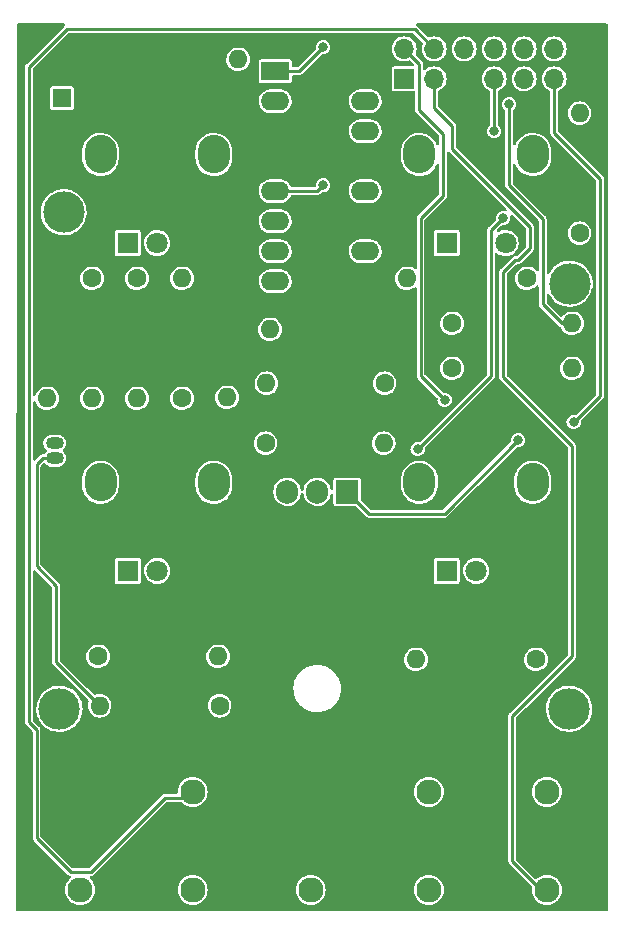
<source format=gbr>
%TF.GenerationSoftware,KiCad,Pcbnew,(6.0.8)*%
%TF.CreationDate,2022-12-02T10:00:09+00:00*%
%TF.ProjectId,DSP 1.0,44535020-312e-4302-9e6b-696361645f70,rev?*%
%TF.SameCoordinates,Original*%
%TF.FileFunction,Copper,L2,Bot*%
%TF.FilePolarity,Positive*%
%FSLAX46Y46*%
G04 Gerber Fmt 4.6, Leading zero omitted, Abs format (unit mm)*
G04 Created by KiCad (PCBNEW (6.0.8)) date 2022-12-02 10:00:09*
%MOMM*%
%LPD*%
G01*
G04 APERTURE LIST*
%TA.AperFunction,ComponentPad*%
%ADD10C,1.600000*%
%TD*%
%TA.AperFunction,ComponentPad*%
%ADD11O,1.600000X1.600000*%
%TD*%
%TA.AperFunction,ComponentPad*%
%ADD12R,1.930000X1.830000*%
%TD*%
%TA.AperFunction,ComponentPad*%
%ADD13C,2.130000*%
%TD*%
%TA.AperFunction,ComponentPad*%
%ADD14C,3.500000*%
%TD*%
%TA.AperFunction,ComponentPad*%
%ADD15O,2.720000X3.240000*%
%TD*%
%TA.AperFunction,ComponentPad*%
%ADD16R,1.800000X1.800000*%
%TD*%
%TA.AperFunction,ComponentPad*%
%ADD17C,1.800000*%
%TD*%
%TA.AperFunction,ComponentPad*%
%ADD18R,1.905000X2.000000*%
%TD*%
%TA.AperFunction,ComponentPad*%
%ADD19O,1.905000X2.000000*%
%TD*%
%TA.AperFunction,ComponentPad*%
%ADD20R,1.500000X1.050000*%
%TD*%
%TA.AperFunction,ComponentPad*%
%ADD21O,1.500000X1.050000*%
%TD*%
%TA.AperFunction,ComponentPad*%
%ADD22R,1.700000X1.700000*%
%TD*%
%TA.AperFunction,ComponentPad*%
%ADD23O,1.700000X1.700000*%
%TD*%
%TA.AperFunction,ComponentPad*%
%ADD24R,2.400000X1.600000*%
%TD*%
%TA.AperFunction,ComponentPad*%
%ADD25O,2.400000X1.600000*%
%TD*%
%TA.AperFunction,ComponentPad*%
%ADD26R,1.600000X1.600000*%
%TD*%
%TA.AperFunction,ViaPad*%
%ADD27C,0.800000*%
%TD*%
%TA.AperFunction,Conductor*%
%ADD28C,0.250000*%
%TD*%
G04 APERTURE END LIST*
D10*
%TO.P,C4,1*%
%TO.N,GND*%
X55706000Y-75438000D03*
D11*
%TO.P,C4,2*%
%TO.N,+5V*%
X65706000Y-75438000D03*
%TD*%
D12*
%TO.P,In2,S*%
%TO.N,GND*%
X71849000Y-134366000D03*
D13*
%TO.P,In2,T*%
%TO.N,Net-(Rx4-Pad1)*%
X71849000Y-145766000D03*
%TO.P,In2,TN*%
%TO.N,GND*%
X71849000Y-137466000D03*
%TD*%
D10*
%TO.P,R3,1*%
%TO.N,in buffed*%
X90170000Y-93980000D03*
D11*
%TO.P,R3,2*%
%TO.N,Net-(R3-Pad2)*%
X80010000Y-93980000D03*
%TD*%
D10*
%TO.P,R6,1*%
%TO.N,Net-(R4-Pad2)*%
X83820000Y-101600000D03*
D11*
%TO.P,R6,2*%
%TO.N,Dry_raw*%
X93980000Y-101600000D03*
%TD*%
D10*
%TO.P,C6,1*%
%TO.N,Net-(C6-Pad1)*%
X68025000Y-107950000D03*
D11*
%TO.P,C6,2*%
%TO.N,+12V*%
X78025000Y-107950000D03*
%TD*%
D12*
%TO.P,Right1,S*%
%TO.N,GND*%
X91849000Y-134366000D03*
D13*
%TO.P,Right1,T*%
%TO.N,RIGHT EURO*%
X91849000Y-145766000D03*
%TO.P,Right1,TN*%
%TO.N,unconnected-(Right1-PadTN)*%
X91849000Y-137466000D03*
%TD*%
D14*
%TO.P,REF\u002A\u002A,1*%
%TO.N,N/C*%
X50571400Y-130429000D03*
%TD*%
D15*
%TO.P,RV4,*%
%TO.N,*%
X81054000Y-83500000D03*
X90654000Y-83500000D03*
D16*
%TO.P,RV4,1,1*%
%TO.N,Net-(R3-Pad2)*%
X83354000Y-91000000D03*
D17*
%TO.P,RV4,2,2*%
%TO.N,GND*%
X85854000Y-91000000D03*
%TO.P,RV4,3,3*%
%TO.N,Net-(R4-Pad2)*%
X88354000Y-91000000D03*
%TD*%
D10*
%TO.P,C1,1*%
%TO.N,GND*%
X64770000Y-94060000D03*
D11*
%TO.P,C1,2*%
%TO.N,Net-(C1-Pad2)*%
X64770000Y-104060000D03*
%TD*%
D10*
%TO.P,Rx5,1*%
%TO.N,Net-(RV3-Pad1)*%
X53340000Y-93980000D03*
D11*
%TO.P,Rx5,2*%
%TO.N,+12V*%
X53340000Y-104140000D03*
%TD*%
D10*
%TO.P,C7,1*%
%TO.N,Net-(C6-Pad1)*%
X78105000Y-102870000D03*
D11*
%TO.P,C7,2*%
%TO.N,+5V*%
X68105000Y-102870000D03*
%TD*%
D12*
%TO.P,feedback/wet1,S*%
%TO.N,GND*%
X61849000Y-134366000D03*
D13*
%TO.P,feedback/wet1,T*%
%TO.N,Net-(RV2-Pad1)*%
X61849000Y-145766000D03*
%TO.P,feedback/wet1,TN*%
%TO.N,LEFT EURO*%
X61849000Y-137466000D03*
%TD*%
D18*
%TO.P,U3,1,IN*%
%TO.N,+12V*%
X74930000Y-112055000D03*
D19*
%TO.P,U3,2,GND*%
%TO.N,Net-(C6-Pad1)*%
X72390000Y-112055000D03*
%TO.P,U3,3,OUT*%
%TO.N,+5V*%
X69850000Y-112055000D03*
%TD*%
D20*
%TO.P,Q1,1,E*%
%TO.N,GND*%
X50165000Y-110490000D03*
D21*
%TO.P,Q1,2,B*%
%TO.N,Net-(Q1-Pad2)*%
X50165000Y-109220000D03*
%TO.P,Q1,3,C*%
%TO.N,Net-(Q1-Pad3)*%
X50165000Y-107950000D03*
%TD*%
D14*
%TO.P,REF\u002A\u002A,1*%
%TO.N,N/C*%
X50927000Y-88392000D03*
%TD*%
D15*
%TO.P,RV1,*%
%TO.N,*%
X54054000Y-111255000D03*
X63654000Y-111255000D03*
D16*
%TO.P,RV1,1,1*%
%TO.N,Net-(In1-PadT)*%
X56354000Y-118755000D03*
D17*
%TO.P,RV1,2,2*%
%TO.N,Net-(R1-Pad1)*%
X58854000Y-118755000D03*
%TO.P,RV1,3,3*%
%TO.N,GND*%
X61354000Y-118755000D03*
%TD*%
D12*
%TO.P,In1,S*%
%TO.N,GND*%
X52319000Y-134366000D03*
D13*
%TO.P,In1,T*%
%TO.N,Net-(In1-PadT)*%
X52319000Y-145766000D03*
%TO.P,In1,TN*%
%TO.N,GND*%
X52319000Y-137466000D03*
%TD*%
D14*
%TO.P,REF\u002A\u002A,1*%
%TO.N,N/C*%
X93726000Y-130429000D03*
%TD*%
D10*
%TO.P,Rx4,1*%
%TO.N,Net-(Rx4-Pad1)*%
X64135000Y-130175000D03*
D11*
%TO.P,Rx4,2*%
%TO.N,Net-(Q1-Pad2)*%
X53975000Y-130175000D03*
%TD*%
D10*
%TO.P,Rx2,1*%
%TO.N,GND*%
X49530000Y-93980000D03*
D11*
%TO.P,Rx2,2*%
%TO.N,Net-(Q1-Pad3)*%
X49530000Y-104140000D03*
%TD*%
D22*
%TO.P,Jpcb1,1,Pin_1*%
%TO.N,Line_raw*%
X79761000Y-77094000D03*
D23*
%TO.P,Jpcb1,2,Pin_2*%
%TO.N,Dry_raw*%
X79761000Y-74554000D03*
%TO.P,Jpcb1,3,Pin_3*%
%TO.N,RIGHT EURO*%
X82301000Y-77094000D03*
%TO.P,Jpcb1,4,Pin_4*%
%TO.N,LEFT EURO*%
X82301000Y-74554000D03*
%TO.P,Jpcb1,5,Pin_5*%
%TO.N,GND*%
X84841000Y-77094000D03*
%TO.P,Jpcb1,6,Pin_6*%
%TO.N,+5V*%
X84841000Y-74554000D03*
%TO.P,Jpcb1,7,Pin_7*%
%TO.N,wet1*%
X87381000Y-77094000D03*
%TO.P,Jpcb1,8,Pin_8*%
%TO.N,in1*%
X87381000Y-74554000D03*
%TO.P,Jpcb1,9,Pin_9*%
%TO.N,X0*%
X89921000Y-77094000D03*
%TO.P,Jpcb1,10,Pin_10*%
%TO.N,in buffed*%
X89921000Y-74554000D03*
%TO.P,Jpcb1,11,Pin_11*%
%TO.N,+12V*%
X92461000Y-77094000D03*
%TO.P,Jpcb1,12,Pin_12*%
%TO.N,unconnected-(Jpcb1-Pad12)*%
X92461000Y-74554000D03*
%TD*%
D24*
%TO.P,U4,1,VCC*%
%TO.N,+5V*%
X68834000Y-76454000D03*
D25*
%TO.P,U4,2,REF*%
%TO.N,Net-(C5-Pad1)*%
X68834000Y-78994000D03*
%TO.P,U4,3,AGND*%
%TO.N,GND*%
X68834000Y-81534000D03*
%TO.P,U4,4,DGND*%
X68834000Y-84074000D03*
%TO.P,U4,5,CLK_O*%
%TO.N,X0*%
X68834000Y-86614000D03*
%TO.P,U4,6,VCO*%
%TO.N,Net-(Rx1-Pad2)*%
X68834000Y-89154000D03*
%TO.P,U4,7,CC1*%
%TO.N,Net-(C2-Pad2)*%
X68834000Y-91694000D03*
%TO.P,U4,8,CC0*%
%TO.N,Net-(C1-Pad2)*%
X68834000Y-94234000D03*
%TO.P,U4,9,OP1-OUT*%
%TO.N,GND*%
X76454000Y-94234000D03*
%TO.P,U4,10,OP1-IN*%
%TO.N,unconnected-(U4-Pad10)*%
X76454000Y-91694000D03*
%TO.P,U4,11,OP2-IN*%
%TO.N,GND*%
X76454000Y-89154000D03*
%TO.P,U4,12,OP2-OUT*%
%TO.N,unconnected-(U4-Pad12)*%
X76454000Y-86614000D03*
%TO.P,U4,13,LPF2-IN*%
%TO.N,GND*%
X76454000Y-84074000D03*
%TO.P,U4,14,LPF2-OUT*%
%TO.N,unconnected-(U4-Pad14)*%
X76454000Y-81534000D03*
%TO.P,U4,15,LPF1-OUT*%
%TO.N,unconnected-(U4-Pad15)*%
X76454000Y-78994000D03*
%TO.P,U4,16,LPF1-IN*%
%TO.N,GND*%
X76454000Y-76454000D03*
%TD*%
D15*
%TO.P,RV3,*%
%TO.N,*%
X63654000Y-83500000D03*
X54054000Y-83500000D03*
D16*
%TO.P,RV3,1,1*%
%TO.N,Net-(RV3-Pad1)*%
X56354000Y-91000000D03*
D17*
%TO.P,RV3,2,2*%
%TO.N,Net-(Rx3-Pad1)*%
X58854000Y-91000000D03*
%TO.P,RV3,3,3*%
%TO.N,GND*%
X61354000Y-91000000D03*
%TD*%
D10*
%TO.P,R4,1*%
%TO.N,in buffed*%
X94615000Y-90170000D03*
D11*
%TO.P,R4,2*%
%TO.N,Net-(R4-Pad2)*%
X94615000Y-80010000D03*
%TD*%
D10*
%TO.P,Rx1,1*%
%TO.N,Net-(Q1-Pad3)*%
X60960000Y-104140000D03*
D11*
%TO.P,Rx1,2*%
%TO.N,Net-(Rx1-Pad2)*%
X60960000Y-93980000D03*
%TD*%
D14*
%TO.P,REF\u002A\u002A,1*%
%TO.N,N/C*%
X93776800Y-94437200D03*
%TD*%
D10*
%TO.P,R1,1*%
%TO.N,Net-(R1-Pad1)*%
X53848000Y-125984000D03*
D11*
%TO.P,R1,2*%
%TO.N,in1*%
X64008000Y-125984000D03*
%TD*%
D12*
%TO.P,Left1,S*%
%TO.N,GND*%
X81849000Y-134366000D03*
D13*
%TO.P,Left1,T*%
%TO.N,LEFT EURO*%
X81849000Y-145766000D03*
%TO.P,Left1,TN*%
%TO.N,unconnected-(Left1-PadTN)*%
X81849000Y-137466000D03*
%TD*%
D26*
%TO.P,C5,1*%
%TO.N,Net-(C5-Pad1)*%
X50800000Y-78740000D03*
D10*
%TO.P,C5,2*%
%TO.N,GND*%
X50800000Y-76240000D03*
%TD*%
%TO.P,Rx3,1*%
%TO.N,Net-(RV3-Pad2)*%
X57150000Y-93980000D03*
D11*
%TO.P,Rx3,2*%
%TO.N,Net-(Q1-Pad2)*%
X57150000Y-104140000D03*
%TD*%
D10*
%TO.P,R5,1*%
%TO.N,Net-(R3-Pad2)*%
X83820000Y-97790000D03*
D11*
%TO.P,R5,2*%
%TO.N,Line_raw*%
X93980000Y-97790000D03*
%TD*%
D10*
%TO.P,C2,1*%
%TO.N,GND*%
X78406000Y-98298000D03*
D11*
%TO.P,C2,2*%
%TO.N,Net-(C2-Pad2)*%
X68406000Y-98298000D03*
%TD*%
D10*
%TO.P,R7,1*%
%TO.N,Net-(R7-Pad1)*%
X90932000Y-126238000D03*
D11*
%TO.P,R7,2*%
%TO.N,wet1*%
X80772000Y-126238000D03*
%TD*%
D15*
%TO.P,RV2,*%
%TO.N,*%
X90654000Y-111255000D03*
X81054000Y-111255000D03*
D16*
%TO.P,RV2,1,1*%
%TO.N,Net-(RV2-Pad1)*%
X83354000Y-118755000D03*
D17*
%TO.P,RV2,2,2*%
%TO.N,Net-(R7-Pad1)*%
X85854000Y-118755000D03*
%TO.P,RV2,3,3*%
%TO.N,GND*%
X88354000Y-118755000D03*
%TD*%
D27*
%TO.N,Dry_raw*%
X83185000Y-104267000D03*
%TO.N,+5V*%
X72898000Y-74422000D03*
%TO.N,+12V*%
X94107000Y-106172000D03*
X89408000Y-107696000D03*
%TO.N,Line_raw*%
X88646000Y-79248000D03*
%TO.N,in1*%
X80899000Y-108458000D03*
%TO.N,X0*%
X72898000Y-86106000D03*
%TO.N,wet1*%
X87376000Y-81534000D03*
%TO.N,in1*%
X88138000Y-88900000D03*
%TD*%
D28*
%TO.N,+5V*%
X68834000Y-76454000D02*
X70866000Y-76454000D01*
X70866000Y-76454000D02*
X72898000Y-74422000D01*
%TO.N,+12V*%
X83185000Y-113919000D02*
X76794000Y-113919000D01*
X96342200Y-85547200D02*
X96342200Y-103936800D01*
X92461000Y-81666000D02*
X96342200Y-85547200D01*
X89408000Y-107696000D02*
X83185000Y-113919000D01*
X96342200Y-103936800D02*
X94107000Y-106172000D01*
X76794000Y-113919000D02*
X74930000Y-112055000D01*
X92461000Y-77094000D02*
X92461000Y-81666000D01*
%TO.N,LEFT EURO*%
X48006000Y-76073000D02*
X48006000Y-131572000D01*
%TO.N,Net-(Q1-Pad2)*%
X53975000Y-130175000D02*
X50292000Y-126492000D01*
%TO.N,LEFT EURO*%
X51181000Y-72898000D02*
X48006000Y-76073000D01*
X48641000Y-132207000D02*
X48641000Y-141351000D01*
%TO.N,Net-(Q1-Pad2)*%
X50292000Y-126492000D02*
X50292000Y-120015000D01*
X48641000Y-109744000D02*
X49165000Y-109220000D01*
%TO.N,LEFT EURO*%
X82301000Y-74554000D02*
X80645000Y-72898000D01*
X80645000Y-72898000D02*
X51181000Y-72898000D01*
X48006000Y-131572000D02*
X48641000Y-132207000D01*
%TO.N,Net-(Q1-Pad2)*%
X48641000Y-118364000D02*
X48641000Y-109744000D01*
X50292000Y-120015000D02*
X48641000Y-118364000D01*
X49165000Y-109220000D02*
X50165000Y-109220000D01*
%TO.N,LEFT EURO*%
X59511000Y-137974000D02*
X61854000Y-137974000D01*
X48641000Y-141351000D02*
X51562000Y-144272000D01*
X51562000Y-144272000D02*
X53213000Y-144272000D01*
X53213000Y-144272000D02*
X59511000Y-137974000D01*
%TO.N,RIGHT EURO*%
X83820000Y-81089500D02*
X83820000Y-83058000D01*
X82301000Y-77094000D02*
X82301000Y-79570500D01*
X89154000Y-92456000D02*
X88138000Y-93472000D01*
X93980000Y-125984000D02*
X88900000Y-131064000D01*
X88900000Y-131064000D02*
X88900000Y-143320000D01*
X83820000Y-83058000D02*
X90424000Y-89662000D01*
X88138000Y-102362000D02*
X93980000Y-108204000D01*
X90424000Y-91440000D02*
X89408000Y-92456000D01*
X90424000Y-89662000D02*
X90424000Y-91440000D01*
X93980000Y-108204000D02*
X93980000Y-125984000D01*
X89408000Y-92456000D02*
X89154000Y-92456000D01*
X88900000Y-143320000D02*
X91854000Y-146274000D01*
X88138000Y-93472000D02*
X88138000Y-102362000D01*
X82301000Y-79570500D02*
X83820000Y-81089500D01*
%TO.N,X0*%
X72898000Y-86106000D02*
X72390000Y-86614000D01*
X72390000Y-86614000D02*
X68834000Y-86614000D01*
%TO.N,Line_raw*%
X93091000Y-97790000D02*
X93980000Y-97790000D01*
%TO.N,Dry_raw*%
X81153000Y-102235000D02*
X83185000Y-104267000D01*
%TO.N,Line_raw*%
X91490800Y-96189800D02*
X93091000Y-97790000D01*
%TO.N,Dry_raw*%
X81026000Y-75819000D02*
X81026000Y-79756000D01*
X81153000Y-88900000D02*
X81153000Y-102235000D01*
X79761000Y-74554000D02*
X81026000Y-75819000D01*
%TO.N,Line_raw*%
X91490800Y-88950800D02*
X91490800Y-96189800D01*
X88646000Y-86106000D02*
X91490800Y-88950800D01*
%TO.N,Dry_raw*%
X81026000Y-79756000D02*
X83058000Y-81788000D01*
%TO.N,Line_raw*%
X88646000Y-79248000D02*
X88646000Y-86106000D01*
%TO.N,Dry_raw*%
X83058000Y-81788000D02*
X83058000Y-86995000D01*
X83058000Y-86995000D02*
X81153000Y-88900000D01*
%TO.N,in1*%
X80899000Y-108458000D02*
X87122000Y-102235000D01*
%TO.N,wet1*%
X87376000Y-81534000D02*
X87381000Y-81529000D01*
X87381000Y-77094000D02*
X87381000Y-81529000D01*
%TO.N,in1*%
X87122000Y-102235000D02*
X87122000Y-89916000D01*
X87122000Y-89916000D02*
X88138000Y-88900000D01*
%TD*%
%TA.AperFunction,Conductor*%
%TO.N,GND*%
G36*
X51006033Y-72411002D02*
G01*
X51052526Y-72464658D01*
X51062630Y-72534932D01*
X51033136Y-72599512D01*
X51000911Y-72626120D01*
X50968545Y-72644806D01*
X50961459Y-72653251D01*
X50944315Y-72673682D01*
X50936889Y-72681785D01*
X47789785Y-75828889D01*
X47781681Y-75836316D01*
X47752806Y-75860545D01*
X47747293Y-75870094D01*
X47733961Y-75893185D01*
X47728055Y-75902456D01*
X47706446Y-75933316D01*
X47703592Y-75943966D01*
X47702115Y-75947134D01*
X47700923Y-75950410D01*
X47695412Y-75959955D01*
X47692387Y-75977113D01*
X47688870Y-75997058D01*
X47686492Y-76007785D01*
X47676736Y-76044193D01*
X47677697Y-76055178D01*
X47677697Y-76055180D01*
X47680020Y-76081728D01*
X47680500Y-76092710D01*
X47680500Y-131552290D01*
X47680020Y-131563272D01*
X47676736Y-131600807D01*
X47679590Y-131611456D01*
X47686491Y-131637210D01*
X47688870Y-131647942D01*
X47695412Y-131685045D01*
X47700923Y-131694590D01*
X47702115Y-131697866D01*
X47703592Y-131701034D01*
X47706446Y-131711684D01*
X47712770Y-131720715D01*
X47728055Y-131742544D01*
X47733961Y-131751815D01*
X47747293Y-131774906D01*
X47752806Y-131784455D01*
X47781682Y-131808685D01*
X47789785Y-131816111D01*
X48278595Y-132304921D01*
X48312621Y-132367233D01*
X48315500Y-132394016D01*
X48315500Y-141331290D01*
X48315020Y-141342272D01*
X48311736Y-141379807D01*
X48314590Y-141390456D01*
X48321491Y-141416210D01*
X48323870Y-141426942D01*
X48330412Y-141464045D01*
X48335923Y-141473590D01*
X48337115Y-141476866D01*
X48338592Y-141480034D01*
X48341446Y-141490684D01*
X48347770Y-141499715D01*
X48363055Y-141521544D01*
X48368961Y-141530815D01*
X48382293Y-141553906D01*
X48387806Y-141563455D01*
X48396251Y-141570541D01*
X48416682Y-141587685D01*
X48424785Y-141595111D01*
X51317889Y-144488215D01*
X51325315Y-144496318D01*
X51349545Y-144525194D01*
X51359094Y-144530707D01*
X51382185Y-144544039D01*
X51391456Y-144549945D01*
X51422316Y-144571554D01*
X51432965Y-144574408D01*
X51436127Y-144575882D01*
X51439409Y-144577076D01*
X51448955Y-144582588D01*
X51458731Y-144584312D01*
X51515358Y-144626007D01*
X51540695Y-144692328D01*
X51526153Y-144761820D01*
X51501609Y-144792032D01*
X51502445Y-144792868D01*
X51345868Y-144949445D01*
X51342711Y-144953954D01*
X51342709Y-144953956D01*
X51222011Y-145126329D01*
X51222007Y-145126335D01*
X51218858Y-145130833D01*
X51125277Y-145331520D01*
X51067965Y-145545409D01*
X51048666Y-145766000D01*
X51067965Y-145986591D01*
X51125277Y-146200480D01*
X51218858Y-146401167D01*
X51222007Y-146405665D01*
X51222011Y-146405671D01*
X51342709Y-146578044D01*
X51345868Y-146582555D01*
X51502445Y-146739132D01*
X51506954Y-146742289D01*
X51506956Y-146742291D01*
X51679329Y-146862989D01*
X51679335Y-146862993D01*
X51683833Y-146866142D01*
X51884520Y-146959723D01*
X51889824Y-146961144D01*
X51889829Y-146961146D01*
X52093098Y-147015612D01*
X52098409Y-147017035D01*
X52319000Y-147036334D01*
X52539591Y-147017035D01*
X52544902Y-147015612D01*
X52748171Y-146961146D01*
X52748176Y-146961144D01*
X52753480Y-146959723D01*
X52954167Y-146866142D01*
X52958665Y-146862993D01*
X52958671Y-146862989D01*
X53131044Y-146742291D01*
X53131046Y-146742289D01*
X53135555Y-146739132D01*
X53292132Y-146582555D01*
X53295291Y-146578044D01*
X53415989Y-146405671D01*
X53415993Y-146405665D01*
X53419142Y-146401167D01*
X53512723Y-146200480D01*
X53570035Y-145986591D01*
X53589334Y-145766000D01*
X60578666Y-145766000D01*
X60597965Y-145986591D01*
X60655277Y-146200480D01*
X60748858Y-146401167D01*
X60752007Y-146405665D01*
X60752011Y-146405671D01*
X60872709Y-146578044D01*
X60875868Y-146582555D01*
X61032445Y-146739132D01*
X61036954Y-146742289D01*
X61036956Y-146742291D01*
X61209329Y-146862989D01*
X61209335Y-146862993D01*
X61213833Y-146866142D01*
X61414520Y-146959723D01*
X61419824Y-146961144D01*
X61419829Y-146961146D01*
X61623098Y-147015612D01*
X61628409Y-147017035D01*
X61849000Y-147036334D01*
X62069591Y-147017035D01*
X62074902Y-147015612D01*
X62278171Y-146961146D01*
X62278176Y-146961144D01*
X62283480Y-146959723D01*
X62484167Y-146866142D01*
X62488665Y-146862993D01*
X62488671Y-146862989D01*
X62661044Y-146742291D01*
X62661046Y-146742289D01*
X62665555Y-146739132D01*
X62822132Y-146582555D01*
X62825291Y-146578044D01*
X62945989Y-146405671D01*
X62945993Y-146405665D01*
X62949142Y-146401167D01*
X63042723Y-146200480D01*
X63100035Y-145986591D01*
X63119334Y-145766000D01*
X70578666Y-145766000D01*
X70597965Y-145986591D01*
X70655277Y-146200480D01*
X70748858Y-146401167D01*
X70752007Y-146405665D01*
X70752011Y-146405671D01*
X70872709Y-146578044D01*
X70875868Y-146582555D01*
X71032445Y-146739132D01*
X71036954Y-146742289D01*
X71036956Y-146742291D01*
X71209329Y-146862989D01*
X71209335Y-146862993D01*
X71213833Y-146866142D01*
X71414520Y-146959723D01*
X71419824Y-146961144D01*
X71419829Y-146961146D01*
X71623098Y-147015612D01*
X71628409Y-147017035D01*
X71849000Y-147036334D01*
X72069591Y-147017035D01*
X72074902Y-147015612D01*
X72278171Y-146961146D01*
X72278176Y-146961144D01*
X72283480Y-146959723D01*
X72484167Y-146866142D01*
X72488665Y-146862993D01*
X72488671Y-146862989D01*
X72661044Y-146742291D01*
X72661046Y-146742289D01*
X72665555Y-146739132D01*
X72822132Y-146582555D01*
X72825291Y-146578044D01*
X72945989Y-146405671D01*
X72945993Y-146405665D01*
X72949142Y-146401167D01*
X73042723Y-146200480D01*
X73100035Y-145986591D01*
X73119334Y-145766000D01*
X80578666Y-145766000D01*
X80597965Y-145986591D01*
X80655277Y-146200480D01*
X80748858Y-146401167D01*
X80752007Y-146405665D01*
X80752011Y-146405671D01*
X80872709Y-146578044D01*
X80875868Y-146582555D01*
X81032445Y-146739132D01*
X81036954Y-146742289D01*
X81036956Y-146742291D01*
X81209329Y-146862989D01*
X81209335Y-146862993D01*
X81213833Y-146866142D01*
X81414520Y-146959723D01*
X81419824Y-146961144D01*
X81419829Y-146961146D01*
X81623098Y-147015612D01*
X81628409Y-147017035D01*
X81849000Y-147036334D01*
X82069591Y-147017035D01*
X82074902Y-147015612D01*
X82278171Y-146961146D01*
X82278176Y-146961144D01*
X82283480Y-146959723D01*
X82484167Y-146866142D01*
X82488665Y-146862993D01*
X82488671Y-146862989D01*
X82661044Y-146742291D01*
X82661046Y-146742289D01*
X82665555Y-146739132D01*
X82822132Y-146582555D01*
X82825291Y-146578044D01*
X82945989Y-146405671D01*
X82945993Y-146405665D01*
X82949142Y-146401167D01*
X83042723Y-146200480D01*
X83100035Y-145986591D01*
X83119334Y-145766000D01*
X83100035Y-145545409D01*
X83042723Y-145331520D01*
X82949142Y-145130833D01*
X82945993Y-145126335D01*
X82945989Y-145126329D01*
X82825291Y-144953956D01*
X82825289Y-144953954D01*
X82822132Y-144949445D01*
X82665555Y-144792868D01*
X82661044Y-144789709D01*
X82488671Y-144669011D01*
X82488665Y-144669007D01*
X82484167Y-144665858D01*
X82283480Y-144572277D01*
X82278176Y-144570856D01*
X82278171Y-144570854D01*
X82074902Y-144516388D01*
X82074901Y-144516388D01*
X82069591Y-144514965D01*
X81849000Y-144495666D01*
X81628409Y-144514965D01*
X81623099Y-144516388D01*
X81623098Y-144516388D01*
X81419829Y-144570854D01*
X81419824Y-144570856D01*
X81414520Y-144572277D01*
X81213833Y-144665858D01*
X81209335Y-144669007D01*
X81209329Y-144669011D01*
X81036956Y-144789709D01*
X81032445Y-144792868D01*
X80875868Y-144949445D01*
X80872711Y-144953954D01*
X80872709Y-144953956D01*
X80752011Y-145126329D01*
X80752007Y-145126335D01*
X80748858Y-145130833D01*
X80655277Y-145331520D01*
X80597965Y-145545409D01*
X80578666Y-145766000D01*
X73119334Y-145766000D01*
X73100035Y-145545409D01*
X73042723Y-145331520D01*
X72949142Y-145130833D01*
X72945993Y-145126335D01*
X72945989Y-145126329D01*
X72825291Y-144953956D01*
X72825289Y-144953954D01*
X72822132Y-144949445D01*
X72665555Y-144792868D01*
X72661044Y-144789709D01*
X72488671Y-144669011D01*
X72488665Y-144669007D01*
X72484167Y-144665858D01*
X72283480Y-144572277D01*
X72278176Y-144570856D01*
X72278171Y-144570854D01*
X72074902Y-144516388D01*
X72074901Y-144516388D01*
X72069591Y-144514965D01*
X71849000Y-144495666D01*
X71628409Y-144514965D01*
X71623099Y-144516388D01*
X71623098Y-144516388D01*
X71419829Y-144570854D01*
X71419824Y-144570856D01*
X71414520Y-144572277D01*
X71213833Y-144665858D01*
X71209335Y-144669007D01*
X71209329Y-144669011D01*
X71036956Y-144789709D01*
X71032445Y-144792868D01*
X70875868Y-144949445D01*
X70872711Y-144953954D01*
X70872709Y-144953956D01*
X70752011Y-145126329D01*
X70752007Y-145126335D01*
X70748858Y-145130833D01*
X70655277Y-145331520D01*
X70597965Y-145545409D01*
X70578666Y-145766000D01*
X63119334Y-145766000D01*
X63100035Y-145545409D01*
X63042723Y-145331520D01*
X62949142Y-145130833D01*
X62945993Y-145126335D01*
X62945989Y-145126329D01*
X62825291Y-144953956D01*
X62825289Y-144953954D01*
X62822132Y-144949445D01*
X62665555Y-144792868D01*
X62661044Y-144789709D01*
X62488671Y-144669011D01*
X62488665Y-144669007D01*
X62484167Y-144665858D01*
X62283480Y-144572277D01*
X62278176Y-144570856D01*
X62278171Y-144570854D01*
X62074902Y-144516388D01*
X62074901Y-144516388D01*
X62069591Y-144514965D01*
X61849000Y-144495666D01*
X61628409Y-144514965D01*
X61623099Y-144516388D01*
X61623098Y-144516388D01*
X61419829Y-144570854D01*
X61419824Y-144570856D01*
X61414520Y-144572277D01*
X61213833Y-144665858D01*
X61209335Y-144669007D01*
X61209329Y-144669011D01*
X61036956Y-144789709D01*
X61032445Y-144792868D01*
X60875868Y-144949445D01*
X60872711Y-144953954D01*
X60872709Y-144953956D01*
X60752011Y-145126329D01*
X60752007Y-145126335D01*
X60748858Y-145130833D01*
X60655277Y-145331520D01*
X60597965Y-145545409D01*
X60578666Y-145766000D01*
X53589334Y-145766000D01*
X53570035Y-145545409D01*
X53512723Y-145331520D01*
X53419142Y-145130833D01*
X53415993Y-145126335D01*
X53415989Y-145126329D01*
X53295291Y-144953956D01*
X53295289Y-144953954D01*
X53292132Y-144949445D01*
X53157212Y-144814525D01*
X53123186Y-144752213D01*
X53128251Y-144681398D01*
X53170798Y-144624562D01*
X53233648Y-144600550D01*
X53241807Y-144601264D01*
X53278215Y-144591508D01*
X53288942Y-144589130D01*
X53292301Y-144588538D01*
X53326045Y-144582588D01*
X53335590Y-144577077D01*
X53338866Y-144575885D01*
X53342034Y-144574408D01*
X53352684Y-144571554D01*
X53383544Y-144549945D01*
X53392815Y-144544039D01*
X53415906Y-144530707D01*
X53425455Y-144525194D01*
X53449685Y-144496317D01*
X53457111Y-144488215D01*
X59608921Y-138336405D01*
X59671233Y-138302379D01*
X59698016Y-138299500D01*
X60840623Y-138299500D01*
X60908744Y-138319502D01*
X60929718Y-138336405D01*
X61032445Y-138439132D01*
X61036954Y-138442289D01*
X61036956Y-138442291D01*
X61209329Y-138562989D01*
X61209335Y-138562993D01*
X61213833Y-138566142D01*
X61414520Y-138659723D01*
X61419824Y-138661144D01*
X61419829Y-138661146D01*
X61623098Y-138715612D01*
X61628409Y-138717035D01*
X61849000Y-138736334D01*
X62069591Y-138717035D01*
X62074902Y-138715612D01*
X62278171Y-138661146D01*
X62278176Y-138661144D01*
X62283480Y-138659723D01*
X62484167Y-138566142D01*
X62488665Y-138562993D01*
X62488671Y-138562989D01*
X62661044Y-138442291D01*
X62661046Y-138442289D01*
X62665555Y-138439132D01*
X62822132Y-138282555D01*
X62825291Y-138278044D01*
X62945989Y-138105671D01*
X62945993Y-138105665D01*
X62949142Y-138101167D01*
X63042723Y-137900480D01*
X63080959Y-137757785D01*
X63098612Y-137691902D01*
X63098612Y-137691901D01*
X63100035Y-137686591D01*
X63119334Y-137466000D01*
X80578666Y-137466000D01*
X80597965Y-137686591D01*
X80599388Y-137691901D01*
X80599388Y-137691902D01*
X80617042Y-137757785D01*
X80655277Y-137900480D01*
X80748858Y-138101167D01*
X80752007Y-138105665D01*
X80752011Y-138105671D01*
X80872709Y-138278044D01*
X80875868Y-138282555D01*
X81032445Y-138439132D01*
X81036954Y-138442289D01*
X81036956Y-138442291D01*
X81209329Y-138562989D01*
X81209335Y-138562993D01*
X81213833Y-138566142D01*
X81414520Y-138659723D01*
X81419824Y-138661144D01*
X81419829Y-138661146D01*
X81623098Y-138715612D01*
X81628409Y-138717035D01*
X81849000Y-138736334D01*
X82069591Y-138717035D01*
X82074902Y-138715612D01*
X82278171Y-138661146D01*
X82278176Y-138661144D01*
X82283480Y-138659723D01*
X82484167Y-138566142D01*
X82488665Y-138562993D01*
X82488671Y-138562989D01*
X82661044Y-138442291D01*
X82661046Y-138442289D01*
X82665555Y-138439132D01*
X82822132Y-138282555D01*
X82825291Y-138278044D01*
X82945989Y-138105671D01*
X82945993Y-138105665D01*
X82949142Y-138101167D01*
X83042723Y-137900480D01*
X83080959Y-137757785D01*
X83098612Y-137691902D01*
X83098612Y-137691901D01*
X83100035Y-137686591D01*
X83119334Y-137466000D01*
X83100035Y-137245409D01*
X83042723Y-137031520D01*
X82949142Y-136830833D01*
X82945993Y-136826335D01*
X82945989Y-136826329D01*
X82825291Y-136653956D01*
X82825289Y-136653954D01*
X82822132Y-136649445D01*
X82665555Y-136492868D01*
X82661044Y-136489709D01*
X82488671Y-136369011D01*
X82488665Y-136369007D01*
X82484167Y-136365858D01*
X82283480Y-136272277D01*
X82278176Y-136270856D01*
X82278171Y-136270854D01*
X82074902Y-136216388D01*
X82074901Y-136216388D01*
X82069591Y-136214965D01*
X81849000Y-136195666D01*
X81628409Y-136214965D01*
X81623099Y-136216388D01*
X81623098Y-136216388D01*
X81419829Y-136270854D01*
X81419824Y-136270856D01*
X81414520Y-136272277D01*
X81213833Y-136365858D01*
X81209335Y-136369007D01*
X81209329Y-136369011D01*
X81036956Y-136489709D01*
X81032445Y-136492868D01*
X80875868Y-136649445D01*
X80872711Y-136653954D01*
X80872709Y-136653956D01*
X80752011Y-136826329D01*
X80752007Y-136826335D01*
X80748858Y-136830833D01*
X80655277Y-137031520D01*
X80597965Y-137245409D01*
X80578666Y-137466000D01*
X63119334Y-137466000D01*
X63100035Y-137245409D01*
X63042723Y-137031520D01*
X62949142Y-136830833D01*
X62945993Y-136826335D01*
X62945989Y-136826329D01*
X62825291Y-136653956D01*
X62825289Y-136653954D01*
X62822132Y-136649445D01*
X62665555Y-136492868D01*
X62661044Y-136489709D01*
X62488671Y-136369011D01*
X62488665Y-136369007D01*
X62484167Y-136365858D01*
X62283480Y-136272277D01*
X62278176Y-136270856D01*
X62278171Y-136270854D01*
X62074902Y-136216388D01*
X62074901Y-136216388D01*
X62069591Y-136214965D01*
X61849000Y-136195666D01*
X61628409Y-136214965D01*
X61623099Y-136216388D01*
X61623098Y-136216388D01*
X61419829Y-136270854D01*
X61419824Y-136270856D01*
X61414520Y-136272277D01*
X61213833Y-136365858D01*
X61209335Y-136369007D01*
X61209329Y-136369011D01*
X61036956Y-136489709D01*
X61032445Y-136492868D01*
X60875868Y-136649445D01*
X60872711Y-136653954D01*
X60872709Y-136653956D01*
X60752011Y-136826329D01*
X60752007Y-136826335D01*
X60748858Y-136830833D01*
X60655277Y-137031520D01*
X60597965Y-137245409D01*
X60578666Y-137466000D01*
X60579145Y-137471475D01*
X60579145Y-137471476D01*
X60582648Y-137511519D01*
X60568658Y-137581124D01*
X60519259Y-137632116D01*
X60457127Y-137648500D01*
X59530710Y-137648500D01*
X59519728Y-137648020D01*
X59493180Y-137645697D01*
X59493178Y-137645697D01*
X59482193Y-137644736D01*
X59445785Y-137654492D01*
X59435058Y-137656870D01*
X59431699Y-137657462D01*
X59397955Y-137663412D01*
X59388410Y-137668923D01*
X59385134Y-137670115D01*
X59381966Y-137671592D01*
X59371316Y-137674446D01*
X59362285Y-137680770D01*
X59340456Y-137696055D01*
X59331185Y-137701961D01*
X59308094Y-137715293D01*
X59298545Y-137720806D01*
X59291459Y-137729251D01*
X59274315Y-137749682D01*
X59266889Y-137757785D01*
X53115079Y-143909595D01*
X53052767Y-143943621D01*
X53025984Y-143946500D01*
X51749016Y-143946500D01*
X51680895Y-143926498D01*
X51659921Y-143909595D01*
X49003405Y-141253079D01*
X48969379Y-141190767D01*
X48966500Y-141163984D01*
X48966500Y-132226710D01*
X48966980Y-132215728D01*
X48969303Y-132189180D01*
X48969303Y-132189178D01*
X48970264Y-132178193D01*
X48960508Y-132141785D01*
X48958130Y-132131058D01*
X48957082Y-132125117D01*
X48951588Y-132093955D01*
X48946077Y-132084410D01*
X48944885Y-132081134D01*
X48943408Y-132077966D01*
X48940554Y-132067316D01*
X48918945Y-132036456D01*
X48913039Y-132027185D01*
X48899707Y-132004094D01*
X48894194Y-131994545D01*
X48865317Y-131970315D01*
X48857215Y-131962889D01*
X48368405Y-131474079D01*
X48334379Y-131411767D01*
X48331500Y-131384984D01*
X48331500Y-130367577D01*
X48616883Y-130367577D01*
X48617827Y-130391613D01*
X48626897Y-130622448D01*
X48627727Y-130643583D01*
X48677353Y-130915309D01*
X48714486Y-131026612D01*
X48760837Y-131165541D01*
X48764770Y-131177331D01*
X48801588Y-131251016D01*
X48849950Y-131347802D01*
X48888234Y-131424421D01*
X49045282Y-131651651D01*
X49232780Y-131854485D01*
X49236234Y-131857297D01*
X49443531Y-132026063D01*
X49443535Y-132026066D01*
X49446988Y-132028877D01*
X49450810Y-132031178D01*
X49625708Y-132136475D01*
X49683630Y-132171347D01*
X49725744Y-132189180D01*
X49933882Y-132277316D01*
X49933887Y-132277318D01*
X49937985Y-132279053D01*
X49942282Y-132280192D01*
X49942287Y-132280194D01*
X50035547Y-132304921D01*
X50204979Y-132349845D01*
X50479284Y-132382311D01*
X50755427Y-132375804D01*
X50840987Y-132361563D01*
X51023508Y-132331183D01*
X51023512Y-132331182D01*
X51027898Y-132330452D01*
X51032139Y-132329111D01*
X51032142Y-132329110D01*
X51287015Y-132248504D01*
X51287017Y-132248503D01*
X51291261Y-132247161D01*
X51295272Y-132245235D01*
X51295277Y-132245233D01*
X51536242Y-132129523D01*
X51536243Y-132129522D01*
X51540261Y-132127593D01*
X51590604Y-132093955D01*
X51766221Y-131976612D01*
X51766225Y-131976609D01*
X51769929Y-131974134D01*
X51975683Y-131789845D01*
X52153418Y-131578403D01*
X52299588Y-131344028D01*
X52411275Y-131091396D01*
X52486253Y-130825547D01*
X52510105Y-130647963D01*
X52522596Y-130554968D01*
X52522597Y-130554961D01*
X52523023Y-130551786D01*
X52523124Y-130548575D01*
X52526781Y-130432222D01*
X52526781Y-130432217D01*
X52526882Y-130429000D01*
X52507373Y-130153470D01*
X52494311Y-130092796D01*
X52450173Y-129887785D01*
X52450173Y-129887783D01*
X52449237Y-129883438D01*
X52353633Y-129624291D01*
X52268549Y-129466602D01*
X52224581Y-129385116D01*
X52222468Y-129381200D01*
X52058360Y-129159016D01*
X51864583Y-128962171D01*
X51645004Y-128794594D01*
X51590848Y-128764265D01*
X51407890Y-128661803D01*
X51407887Y-128661802D01*
X51404004Y-128659627D01*
X51399859Y-128658023D01*
X51399856Y-128658022D01*
X51150534Y-128561567D01*
X51146391Y-128559964D01*
X51142066Y-128558961D01*
X51142061Y-128558960D01*
X50993967Y-128524634D01*
X50877305Y-128497593D01*
X50602115Y-128473759D01*
X50597680Y-128474003D01*
X50597676Y-128474003D01*
X50330756Y-128488693D01*
X50330749Y-128488694D01*
X50326313Y-128488938D01*
X50139248Y-128526147D01*
X50059764Y-128541957D01*
X50059762Y-128541958D01*
X50055401Y-128542825D01*
X49794784Y-128634347D01*
X49549663Y-128761678D01*
X49546048Y-128764261D01*
X49546042Y-128764265D01*
X49328550Y-128919687D01*
X49328546Y-128919690D01*
X49324929Y-128922275D01*
X49125065Y-129112936D01*
X49122309Y-129116431D01*
X49122308Y-129116433D01*
X49019858Y-129246391D01*
X48954059Y-129329856D01*
X48888694Y-129442391D01*
X48817561Y-129564853D01*
X48817558Y-129564859D01*
X48815323Y-129568707D01*
X48772915Y-129673408D01*
X48732350Y-129773559D01*
X48711626Y-129824723D01*
X48710555Y-129829036D01*
X48710553Y-129829041D01*
X48646109Y-130088475D01*
X48645036Y-130092796D01*
X48644582Y-130097224D01*
X48644582Y-130097226D01*
X48638679Y-130154838D01*
X48616883Y-130367577D01*
X48331500Y-130367577D01*
X48331500Y-118819016D01*
X48351502Y-118750895D01*
X48405158Y-118704402D01*
X48475432Y-118694298D01*
X48540012Y-118723792D01*
X48546595Y-118729921D01*
X49929595Y-120112921D01*
X49963621Y-120175233D01*
X49966500Y-120202016D01*
X49966500Y-126472290D01*
X49966020Y-126483272D01*
X49962736Y-126520807D01*
X49965590Y-126531456D01*
X49972491Y-126557210D01*
X49974870Y-126567942D01*
X49981412Y-126605045D01*
X49986923Y-126614590D01*
X49988115Y-126617866D01*
X49989592Y-126621034D01*
X49992446Y-126631684D01*
X49998770Y-126640715D01*
X50014055Y-126662544D01*
X50019961Y-126671815D01*
X50023266Y-126677539D01*
X50038806Y-126704455D01*
X50051168Y-126714828D01*
X50067682Y-126728685D01*
X50075785Y-126736111D01*
X53013082Y-129673408D01*
X53047108Y-129735720D01*
X53044089Y-129800601D01*
X52991628Y-129965978D01*
X52969757Y-130160963D01*
X52986175Y-130356483D01*
X53040258Y-130545091D01*
X53043076Y-130550574D01*
X53127123Y-130714113D01*
X53127126Y-130714117D01*
X53129944Y-130719601D01*
X53251818Y-130873369D01*
X53256511Y-130877363D01*
X53256512Y-130877364D01*
X53392943Y-130993475D01*
X53401238Y-131000535D01*
X53406616Y-131003541D01*
X53406618Y-131003542D01*
X53442932Y-131023837D01*
X53572513Y-131096257D01*
X53759118Y-131156889D01*
X53953946Y-131180121D01*
X53960081Y-131179649D01*
X53960083Y-131179649D01*
X54143434Y-131165541D01*
X54143438Y-131165540D01*
X54149576Y-131165068D01*
X54338556Y-131112303D01*
X54513689Y-131023837D01*
X54543515Y-131000535D01*
X54663453Y-130906829D01*
X54668303Y-130903040D01*
X54698084Y-130868539D01*
X54792485Y-130759173D01*
X54792485Y-130759172D01*
X54796509Y-130754511D01*
X54818671Y-130715500D01*
X54861007Y-130640975D01*
X54893425Y-130583909D01*
X54955358Y-130397732D01*
X54979949Y-130203071D01*
X54980341Y-130175000D01*
X54978965Y-130160963D01*
X63129757Y-130160963D01*
X63146175Y-130356483D01*
X63200258Y-130545091D01*
X63203076Y-130550574D01*
X63287123Y-130714113D01*
X63287126Y-130714117D01*
X63289944Y-130719601D01*
X63411818Y-130873369D01*
X63416511Y-130877363D01*
X63416512Y-130877364D01*
X63552943Y-130993475D01*
X63561238Y-131000535D01*
X63566616Y-131003541D01*
X63566618Y-131003542D01*
X63602932Y-131023837D01*
X63732513Y-131096257D01*
X63919118Y-131156889D01*
X64113946Y-131180121D01*
X64120081Y-131179649D01*
X64120083Y-131179649D01*
X64303434Y-131165541D01*
X64303438Y-131165540D01*
X64309576Y-131165068D01*
X64498556Y-131112303D01*
X64673689Y-131023837D01*
X64703515Y-131000535D01*
X64823453Y-130906829D01*
X64828303Y-130903040D01*
X64858084Y-130868539D01*
X64952485Y-130759173D01*
X64952485Y-130759172D01*
X64956509Y-130754511D01*
X64978671Y-130715500D01*
X65021007Y-130640975D01*
X65053425Y-130583909D01*
X65115358Y-130397732D01*
X65139949Y-130203071D01*
X65140341Y-130175000D01*
X65121194Y-129979728D01*
X65119413Y-129973829D01*
X65119412Y-129973824D01*
X65066265Y-129797793D01*
X65064484Y-129791894D01*
X64972370Y-129618653D01*
X64848361Y-129466602D01*
X64697180Y-129341535D01*
X64524585Y-129248213D01*
X64406795Y-129211751D01*
X64343039Y-129192015D01*
X64343036Y-129192014D01*
X64337152Y-129190193D01*
X64331027Y-129189549D01*
X64331026Y-129189549D01*
X64148147Y-129170327D01*
X64148146Y-129170327D01*
X64142019Y-129169683D01*
X64019383Y-129180844D01*
X63952759Y-129186907D01*
X63952758Y-129186907D01*
X63946618Y-129187466D01*
X63940704Y-129189207D01*
X63940702Y-129189207D01*
X63864105Y-129211751D01*
X63758393Y-129242864D01*
X63752928Y-129245721D01*
X63589972Y-129330912D01*
X63589968Y-129330915D01*
X63584512Y-129333767D01*
X63579712Y-129337627D01*
X63579711Y-129337627D01*
X63545326Y-129365273D01*
X63431600Y-129456711D01*
X63305480Y-129607016D01*
X63302516Y-129612408D01*
X63302513Y-129612412D01*
X63234962Y-129735288D01*
X63210956Y-129778954D01*
X63151628Y-129965978D01*
X63129757Y-130160963D01*
X54978965Y-130160963D01*
X54961194Y-129979728D01*
X54959413Y-129973829D01*
X54959412Y-129973824D01*
X54906265Y-129797793D01*
X54904484Y-129791894D01*
X54812370Y-129618653D01*
X54688361Y-129466602D01*
X54537180Y-129341535D01*
X54364585Y-129248213D01*
X54246795Y-129211751D01*
X54183039Y-129192015D01*
X54183036Y-129192014D01*
X54177152Y-129190193D01*
X54171027Y-129189549D01*
X54171026Y-129189549D01*
X53988147Y-129170327D01*
X53988146Y-129170327D01*
X53982019Y-129169683D01*
X53859383Y-129180844D01*
X53792759Y-129186907D01*
X53792758Y-129186907D01*
X53786618Y-129187466D01*
X53780704Y-129189207D01*
X53780702Y-129189207D01*
X53598393Y-129242864D01*
X53597707Y-129240534D01*
X53537717Y-129246454D01*
X53472077Y-129211751D01*
X52943823Y-128683497D01*
X70384637Y-128683497D01*
X70384881Y-128687932D01*
X70384881Y-128687936D01*
X70397636Y-128919687D01*
X70400205Y-128966370D01*
X70427632Y-129104257D01*
X70445089Y-129192015D01*
X70455474Y-129244226D01*
X70456950Y-129248429D01*
X70533567Y-129466602D01*
X70549342Y-129511524D01*
X70551395Y-129515477D01*
X70551398Y-129515483D01*
X70625360Y-129657865D01*
X70679936Y-129762928D01*
X70682519Y-129766543D01*
X70682523Y-129766549D01*
X70706858Y-129800602D01*
X70844651Y-129993424D01*
X70847729Y-129996651D01*
X70847731Y-129996653D01*
X71014522Y-130171495D01*
X71040199Y-130198412D01*
X71262680Y-130373801D01*
X71352167Y-130425779D01*
X71503807Y-130513859D01*
X71503813Y-130513862D01*
X71507654Y-130516093D01*
X71511777Y-130517763D01*
X71675084Y-130583909D01*
X71770232Y-130622448D01*
X71774545Y-130623519D01*
X71774550Y-130623521D01*
X72040856Y-130689672D01*
X72040861Y-130689673D01*
X72045177Y-130690745D01*
X72049605Y-130691199D01*
X72049607Y-130691199D01*
X72125307Y-130698955D01*
X72286790Y-130715500D01*
X72462170Y-130715500D01*
X72672593Y-130700601D01*
X72676948Y-130699663D01*
X72676951Y-130699663D01*
X72945200Y-130641911D01*
X72945202Y-130641911D01*
X72949547Y-130640975D01*
X73215337Y-130542920D01*
X73420497Y-130432222D01*
X73460744Y-130410506D01*
X73464660Y-130408393D01*
X73692540Y-130240078D01*
X73726574Y-130206575D01*
X73891249Y-130044465D01*
X73894430Y-130041334D01*
X73897131Y-130037794D01*
X73897137Y-130037788D01*
X74063602Y-129819667D01*
X74063605Y-129819663D01*
X74066304Y-129816126D01*
X74111575Y-129735288D01*
X74202552Y-129572837D01*
X74202555Y-129572832D01*
X74204730Y-129568947D01*
X74226946Y-129511524D01*
X74305341Y-129308885D01*
X74305343Y-129308879D01*
X74306948Y-129304730D01*
X74370918Y-129028747D01*
X74395363Y-128746503D01*
X74392140Y-128687936D01*
X74380040Y-128468073D01*
X74380039Y-128468066D01*
X74379795Y-128463630D01*
X74324526Y-128185774D01*
X74303279Y-128125270D01*
X74232136Y-127922684D01*
X74232135Y-127922681D01*
X74230658Y-127918476D01*
X74228605Y-127914523D01*
X74228602Y-127914517D01*
X74102116Y-127671023D01*
X74100064Y-127667072D01*
X74097481Y-127663457D01*
X74097477Y-127663451D01*
X74017858Y-127552037D01*
X73935349Y-127436576D01*
X73893028Y-127392212D01*
X73742876Y-127234811D01*
X73742873Y-127234808D01*
X73739801Y-127231588D01*
X73517320Y-127056199D01*
X73375921Y-126974068D01*
X73276193Y-126916141D01*
X73276187Y-126916138D01*
X73272346Y-126913907D01*
X73072194Y-126832837D01*
X73013894Y-126809223D01*
X73013891Y-126809222D01*
X73009768Y-126807552D01*
X73005455Y-126806481D01*
X73005450Y-126806479D01*
X72739144Y-126740328D01*
X72739139Y-126740327D01*
X72734823Y-126739255D01*
X72730395Y-126738801D01*
X72730393Y-126738801D01*
X72631658Y-126728685D01*
X72493210Y-126714500D01*
X72317830Y-126714500D01*
X72107407Y-126729399D01*
X72103052Y-126730337D01*
X72103049Y-126730337D01*
X71834800Y-126788089D01*
X71834798Y-126788089D01*
X71830453Y-126789025D01*
X71564663Y-126887080D01*
X71315340Y-127021607D01*
X71087460Y-127189922D01*
X71084281Y-127193051D01*
X71084278Y-127193054D01*
X71047934Y-127228832D01*
X70885570Y-127388666D01*
X70882869Y-127392206D01*
X70882863Y-127392212D01*
X70846237Y-127440204D01*
X70713696Y-127613874D01*
X70575270Y-127861053D01*
X70573662Y-127865211D01*
X70573659Y-127865216D01*
X70474659Y-128121115D01*
X70473052Y-128125270D01*
X70409082Y-128401253D01*
X70384637Y-128683497D01*
X52943823Y-128683497D01*
X50654405Y-126394079D01*
X50620379Y-126331767D01*
X50617500Y-126304984D01*
X50617500Y-125969963D01*
X52842757Y-125969963D01*
X52859175Y-126165483D01*
X52913258Y-126354091D01*
X52916076Y-126359574D01*
X53000123Y-126523113D01*
X53000126Y-126523117D01*
X53002944Y-126528601D01*
X53124818Y-126682369D01*
X53129511Y-126686363D01*
X53129512Y-126686364D01*
X53242591Y-126782601D01*
X53274238Y-126809535D01*
X53279616Y-126812541D01*
X53279618Y-126812542D01*
X53315932Y-126832837D01*
X53445513Y-126905257D01*
X53632118Y-126965889D01*
X53826946Y-126989121D01*
X53833081Y-126988649D01*
X53833083Y-126988649D01*
X54016434Y-126974541D01*
X54016438Y-126974540D01*
X54022576Y-126974068D01*
X54211556Y-126921303D01*
X54386689Y-126832837D01*
X54400339Y-126822173D01*
X54519084Y-126729399D01*
X54541303Y-126712040D01*
X54571084Y-126677539D01*
X54665485Y-126568173D01*
X54665485Y-126568172D01*
X54669509Y-126563511D01*
X54673089Y-126557210D01*
X54721330Y-126472290D01*
X54766425Y-126392909D01*
X54828358Y-126206732D01*
X54852949Y-126012071D01*
X54853341Y-125984000D01*
X54851965Y-125969963D01*
X63002757Y-125969963D01*
X63019175Y-126165483D01*
X63073258Y-126354091D01*
X63076076Y-126359574D01*
X63160123Y-126523113D01*
X63160126Y-126523117D01*
X63162944Y-126528601D01*
X63284818Y-126682369D01*
X63289511Y-126686363D01*
X63289512Y-126686364D01*
X63402591Y-126782601D01*
X63434238Y-126809535D01*
X63439616Y-126812541D01*
X63439618Y-126812542D01*
X63475932Y-126832837D01*
X63605513Y-126905257D01*
X63792118Y-126965889D01*
X63986946Y-126989121D01*
X63993081Y-126988649D01*
X63993083Y-126988649D01*
X64176434Y-126974541D01*
X64176438Y-126974540D01*
X64182576Y-126974068D01*
X64371556Y-126921303D01*
X64546689Y-126832837D01*
X64560339Y-126822173D01*
X64679084Y-126729399D01*
X64701303Y-126712040D01*
X64731084Y-126677539D01*
X64825485Y-126568173D01*
X64825485Y-126568172D01*
X64829509Y-126563511D01*
X64833089Y-126557210D01*
X64881330Y-126472290D01*
X64926425Y-126392909D01*
X64982626Y-126223963D01*
X79766757Y-126223963D01*
X79783175Y-126419483D01*
X79837258Y-126608091D01*
X79840076Y-126613574D01*
X79924123Y-126777113D01*
X79924126Y-126777117D01*
X79926944Y-126782601D01*
X80048818Y-126936369D01*
X80053511Y-126940363D01*
X80053512Y-126940364D01*
X80192857Y-127058955D01*
X80198238Y-127063535D01*
X80203616Y-127066541D01*
X80203618Y-127066542D01*
X80239932Y-127086837D01*
X80369513Y-127159257D01*
X80556118Y-127219889D01*
X80750946Y-127243121D01*
X80757081Y-127242649D01*
X80757083Y-127242649D01*
X80940434Y-127228541D01*
X80940438Y-127228540D01*
X80946576Y-127228068D01*
X81135556Y-127175303D01*
X81310689Y-127086837D01*
X81340515Y-127063535D01*
X81435760Y-126989121D01*
X81465303Y-126966040D01*
X81495084Y-126931539D01*
X81589485Y-126822173D01*
X81589485Y-126822172D01*
X81593509Y-126817511D01*
X81600309Y-126805542D01*
X81670281Y-126682369D01*
X81690425Y-126646909D01*
X81752358Y-126460732D01*
X81776949Y-126266071D01*
X81777341Y-126238000D01*
X81775965Y-126223963D01*
X89926757Y-126223963D01*
X89943175Y-126419483D01*
X89997258Y-126608091D01*
X90000076Y-126613574D01*
X90084123Y-126777113D01*
X90084126Y-126777117D01*
X90086944Y-126782601D01*
X90208818Y-126936369D01*
X90213511Y-126940363D01*
X90213512Y-126940364D01*
X90352857Y-127058955D01*
X90358238Y-127063535D01*
X90363616Y-127066541D01*
X90363618Y-127066542D01*
X90399932Y-127086837D01*
X90529513Y-127159257D01*
X90716118Y-127219889D01*
X90910946Y-127243121D01*
X90917081Y-127242649D01*
X90917083Y-127242649D01*
X91100434Y-127228541D01*
X91100438Y-127228540D01*
X91106576Y-127228068D01*
X91295556Y-127175303D01*
X91470689Y-127086837D01*
X91500515Y-127063535D01*
X91595760Y-126989121D01*
X91625303Y-126966040D01*
X91655084Y-126931539D01*
X91749485Y-126822173D01*
X91749485Y-126822172D01*
X91753509Y-126817511D01*
X91760309Y-126805542D01*
X91830281Y-126682369D01*
X91850425Y-126646909D01*
X91912358Y-126460732D01*
X91936949Y-126266071D01*
X91937341Y-126238000D01*
X91918194Y-126042728D01*
X91916413Y-126036829D01*
X91916412Y-126036824D01*
X91863265Y-125860793D01*
X91861484Y-125854894D01*
X91769370Y-125681653D01*
X91645361Y-125529602D01*
X91494180Y-125404535D01*
X91321585Y-125311213D01*
X91206544Y-125275602D01*
X91140039Y-125255015D01*
X91140036Y-125255014D01*
X91134152Y-125253193D01*
X91128027Y-125252549D01*
X91128026Y-125252549D01*
X90945147Y-125233327D01*
X90945146Y-125233327D01*
X90939019Y-125232683D01*
X90816383Y-125243844D01*
X90749759Y-125249907D01*
X90749758Y-125249907D01*
X90743618Y-125250466D01*
X90737704Y-125252207D01*
X90737702Y-125252207D01*
X90658214Y-125275602D01*
X90555393Y-125305864D01*
X90549928Y-125308721D01*
X90386972Y-125393912D01*
X90386968Y-125393915D01*
X90381512Y-125396767D01*
X90376712Y-125400627D01*
X90376711Y-125400627D01*
X90363439Y-125411298D01*
X90228600Y-125519711D01*
X90102480Y-125670016D01*
X90099516Y-125675408D01*
X90099513Y-125675412D01*
X90020813Y-125818567D01*
X90007956Y-125841954D01*
X90006095Y-125847821D01*
X90006094Y-125847823D01*
X89978292Y-125935466D01*
X89948628Y-126028978D01*
X89926757Y-126223963D01*
X81775965Y-126223963D01*
X81758194Y-126042728D01*
X81756413Y-126036829D01*
X81756412Y-126036824D01*
X81703265Y-125860793D01*
X81701484Y-125854894D01*
X81609370Y-125681653D01*
X81485361Y-125529602D01*
X81334180Y-125404535D01*
X81161585Y-125311213D01*
X81046544Y-125275602D01*
X80980039Y-125255015D01*
X80980036Y-125255014D01*
X80974152Y-125253193D01*
X80968027Y-125252549D01*
X80968026Y-125252549D01*
X80785147Y-125233327D01*
X80785146Y-125233327D01*
X80779019Y-125232683D01*
X80656383Y-125243844D01*
X80589759Y-125249907D01*
X80589758Y-125249907D01*
X80583618Y-125250466D01*
X80577704Y-125252207D01*
X80577702Y-125252207D01*
X80498214Y-125275602D01*
X80395393Y-125305864D01*
X80389928Y-125308721D01*
X80226972Y-125393912D01*
X80226968Y-125393915D01*
X80221512Y-125396767D01*
X80216712Y-125400627D01*
X80216711Y-125400627D01*
X80203439Y-125411298D01*
X80068600Y-125519711D01*
X79942480Y-125670016D01*
X79939516Y-125675408D01*
X79939513Y-125675412D01*
X79860813Y-125818567D01*
X79847956Y-125841954D01*
X79846095Y-125847821D01*
X79846094Y-125847823D01*
X79818292Y-125935466D01*
X79788628Y-126028978D01*
X79766757Y-126223963D01*
X64982626Y-126223963D01*
X64988358Y-126206732D01*
X65012949Y-126012071D01*
X65013341Y-125984000D01*
X64994194Y-125788728D01*
X64992413Y-125782829D01*
X64992412Y-125782824D01*
X64939265Y-125606793D01*
X64937484Y-125600894D01*
X64845370Y-125427653D01*
X64721361Y-125275602D01*
X64570180Y-125150535D01*
X64397585Y-125057213D01*
X64303868Y-125028203D01*
X64216039Y-125001015D01*
X64216036Y-125001014D01*
X64210152Y-124999193D01*
X64204027Y-124998549D01*
X64204026Y-124998549D01*
X64021147Y-124979327D01*
X64021146Y-124979327D01*
X64015019Y-124978683D01*
X63892383Y-124989844D01*
X63825759Y-124995907D01*
X63825758Y-124995907D01*
X63819618Y-124996466D01*
X63813704Y-124998207D01*
X63813702Y-124998207D01*
X63684734Y-125036165D01*
X63631393Y-125051864D01*
X63625928Y-125054721D01*
X63462972Y-125139912D01*
X63462968Y-125139915D01*
X63457512Y-125142767D01*
X63452712Y-125146627D01*
X63452711Y-125146627D01*
X63418326Y-125174273D01*
X63304600Y-125265711D01*
X63178480Y-125416016D01*
X63175516Y-125421408D01*
X63175513Y-125421412D01*
X63121473Y-125519711D01*
X63083956Y-125587954D01*
X63024628Y-125774978D01*
X63002757Y-125969963D01*
X54851965Y-125969963D01*
X54834194Y-125788728D01*
X54832413Y-125782829D01*
X54832412Y-125782824D01*
X54779265Y-125606793D01*
X54777484Y-125600894D01*
X54685370Y-125427653D01*
X54561361Y-125275602D01*
X54410180Y-125150535D01*
X54237585Y-125057213D01*
X54143868Y-125028203D01*
X54056039Y-125001015D01*
X54056036Y-125001014D01*
X54050152Y-124999193D01*
X54044027Y-124998549D01*
X54044026Y-124998549D01*
X53861147Y-124979327D01*
X53861146Y-124979327D01*
X53855019Y-124978683D01*
X53732383Y-124989844D01*
X53665759Y-124995907D01*
X53665758Y-124995907D01*
X53659618Y-124996466D01*
X53653704Y-124998207D01*
X53653702Y-124998207D01*
X53524734Y-125036165D01*
X53471393Y-125051864D01*
X53465928Y-125054721D01*
X53302972Y-125139912D01*
X53302968Y-125139915D01*
X53297512Y-125142767D01*
X53292712Y-125146627D01*
X53292711Y-125146627D01*
X53258326Y-125174273D01*
X53144600Y-125265711D01*
X53018480Y-125416016D01*
X53015516Y-125421408D01*
X53015513Y-125421412D01*
X52961473Y-125519711D01*
X52923956Y-125587954D01*
X52864628Y-125774978D01*
X52842757Y-125969963D01*
X50617500Y-125969963D01*
X50617500Y-120034710D01*
X50617980Y-120023728D01*
X50620303Y-119997180D01*
X50620303Y-119997178D01*
X50621264Y-119986193D01*
X50611508Y-119949785D01*
X50609130Y-119939058D01*
X50608538Y-119935699D01*
X50602588Y-119901955D01*
X50597077Y-119892410D01*
X50595885Y-119889134D01*
X50594408Y-119885966D01*
X50591554Y-119875316D01*
X50569945Y-119844456D01*
X50564039Y-119835185D01*
X50550707Y-119812094D01*
X50545194Y-119802545D01*
X50516317Y-119778315D01*
X50508215Y-119770889D01*
X50412074Y-119674748D01*
X55253500Y-119674748D01*
X55265133Y-119733231D01*
X55309448Y-119799552D01*
X55375769Y-119843867D01*
X55387938Y-119846288D01*
X55387939Y-119846288D01*
X55428184Y-119854293D01*
X55434252Y-119855500D01*
X57273748Y-119855500D01*
X57279816Y-119854293D01*
X57320061Y-119846288D01*
X57320062Y-119846288D01*
X57332231Y-119843867D01*
X57398552Y-119799552D01*
X57442867Y-119733231D01*
X57454500Y-119674748D01*
X57454500Y-118726069D01*
X57749164Y-118726069D01*
X57762392Y-118927894D01*
X57812178Y-119123928D01*
X57896856Y-119307607D01*
X58013588Y-119472780D01*
X58158466Y-119613913D01*
X58326637Y-119726282D01*
X58331940Y-119728560D01*
X58331943Y-119728562D01*
X58487651Y-119795459D01*
X58512470Y-119806122D01*
X58608361Y-119827820D01*
X58681881Y-119844456D01*
X58709740Y-119850760D01*
X58715509Y-119850987D01*
X58715512Y-119850987D01*
X58791683Y-119853979D01*
X58911842Y-119858700D01*
X59010083Y-119844456D01*
X59106286Y-119830508D01*
X59106291Y-119830507D01*
X59112007Y-119829678D01*
X59117479Y-119827820D01*
X59117481Y-119827820D01*
X59298067Y-119766519D01*
X59298069Y-119766518D01*
X59303531Y-119764664D01*
X59464089Y-119674748D01*
X82253500Y-119674748D01*
X82265133Y-119733231D01*
X82309448Y-119799552D01*
X82375769Y-119843867D01*
X82387938Y-119846288D01*
X82387939Y-119846288D01*
X82428184Y-119854293D01*
X82434252Y-119855500D01*
X84273748Y-119855500D01*
X84279816Y-119854293D01*
X84320061Y-119846288D01*
X84320062Y-119846288D01*
X84332231Y-119843867D01*
X84398552Y-119799552D01*
X84442867Y-119733231D01*
X84454500Y-119674748D01*
X84454500Y-118726069D01*
X84749164Y-118726069D01*
X84762392Y-118927894D01*
X84812178Y-119123928D01*
X84896856Y-119307607D01*
X85013588Y-119472780D01*
X85158466Y-119613913D01*
X85326637Y-119726282D01*
X85331940Y-119728560D01*
X85331943Y-119728562D01*
X85487651Y-119795459D01*
X85512470Y-119806122D01*
X85608361Y-119827820D01*
X85681881Y-119844456D01*
X85709740Y-119850760D01*
X85715509Y-119850987D01*
X85715512Y-119850987D01*
X85791683Y-119853979D01*
X85911842Y-119858700D01*
X86010083Y-119844456D01*
X86106286Y-119830508D01*
X86106291Y-119830507D01*
X86112007Y-119829678D01*
X86117479Y-119827820D01*
X86117481Y-119827820D01*
X86298067Y-119766519D01*
X86298069Y-119766518D01*
X86303531Y-119764664D01*
X86480001Y-119665837D01*
X86542433Y-119613913D01*
X86631073Y-119540191D01*
X86635505Y-119536505D01*
X86764837Y-119381001D01*
X86863664Y-119204531D01*
X86928678Y-119013007D01*
X86929507Y-119007291D01*
X86929508Y-119007286D01*
X86957167Y-118816516D01*
X86957700Y-118812842D01*
X86959215Y-118755000D01*
X86940708Y-118553591D01*
X86885807Y-118358926D01*
X86796351Y-118177527D01*
X86778079Y-118153057D01*
X86678788Y-118020091D01*
X86678787Y-118020090D01*
X86675335Y-118015467D01*
X86652350Y-117994220D01*
X86531053Y-117882094D01*
X86531051Y-117882092D01*
X86526812Y-117878174D01*
X86499374Y-117860862D01*
X86360637Y-117773325D01*
X86355757Y-117770246D01*
X86167898Y-117695298D01*
X85969526Y-117655839D01*
X85963752Y-117655763D01*
X85963748Y-117655763D01*
X85861257Y-117654422D01*
X85767286Y-117653192D01*
X85761589Y-117654171D01*
X85761588Y-117654171D01*
X85573646Y-117686465D01*
X85573645Y-117686465D01*
X85567949Y-117687444D01*
X85378193Y-117757449D01*
X85373232Y-117760401D01*
X85373231Y-117760401D01*
X85247418Y-117835252D01*
X85204371Y-117860862D01*
X85052305Y-117994220D01*
X84927089Y-118153057D01*
X84832914Y-118332053D01*
X84772937Y-118525213D01*
X84749164Y-118726069D01*
X84454500Y-118726069D01*
X84454500Y-117835252D01*
X84442867Y-117776769D01*
X84398552Y-117710448D01*
X84364125Y-117687444D01*
X84342547Y-117673026D01*
X84332231Y-117666133D01*
X84320062Y-117663712D01*
X84320061Y-117663712D01*
X84279816Y-117655707D01*
X84273748Y-117654500D01*
X82434252Y-117654500D01*
X82428184Y-117655707D01*
X82387939Y-117663712D01*
X82387938Y-117663712D01*
X82375769Y-117666133D01*
X82365453Y-117673026D01*
X82343875Y-117687444D01*
X82309448Y-117710448D01*
X82265133Y-117776769D01*
X82253500Y-117835252D01*
X82253500Y-119674748D01*
X59464089Y-119674748D01*
X59480001Y-119665837D01*
X59542433Y-119613913D01*
X59631073Y-119540191D01*
X59635505Y-119536505D01*
X59764837Y-119381001D01*
X59863664Y-119204531D01*
X59928678Y-119013007D01*
X59929507Y-119007291D01*
X59929508Y-119007286D01*
X59957167Y-118816516D01*
X59957700Y-118812842D01*
X59959215Y-118755000D01*
X59940708Y-118553591D01*
X59885807Y-118358926D01*
X59796351Y-118177527D01*
X59778079Y-118153057D01*
X59678788Y-118020091D01*
X59678787Y-118020090D01*
X59675335Y-118015467D01*
X59652350Y-117994220D01*
X59531053Y-117882094D01*
X59531051Y-117882092D01*
X59526812Y-117878174D01*
X59499374Y-117860862D01*
X59360637Y-117773325D01*
X59355757Y-117770246D01*
X59167898Y-117695298D01*
X58969526Y-117655839D01*
X58963752Y-117655763D01*
X58963748Y-117655763D01*
X58861257Y-117654422D01*
X58767286Y-117653192D01*
X58761589Y-117654171D01*
X58761588Y-117654171D01*
X58573646Y-117686465D01*
X58573645Y-117686465D01*
X58567949Y-117687444D01*
X58378193Y-117757449D01*
X58373232Y-117760401D01*
X58373231Y-117760401D01*
X58247418Y-117835252D01*
X58204371Y-117860862D01*
X58052305Y-117994220D01*
X57927089Y-118153057D01*
X57832914Y-118332053D01*
X57772937Y-118525213D01*
X57749164Y-118726069D01*
X57454500Y-118726069D01*
X57454500Y-117835252D01*
X57442867Y-117776769D01*
X57398552Y-117710448D01*
X57364125Y-117687444D01*
X57342547Y-117673026D01*
X57332231Y-117666133D01*
X57320062Y-117663712D01*
X57320061Y-117663712D01*
X57279816Y-117655707D01*
X57273748Y-117654500D01*
X55434252Y-117654500D01*
X55428184Y-117655707D01*
X55387939Y-117663712D01*
X55387938Y-117663712D01*
X55375769Y-117666133D01*
X55365453Y-117673026D01*
X55343875Y-117687444D01*
X55309448Y-117710448D01*
X55265133Y-117776769D01*
X55253500Y-117835252D01*
X55253500Y-119674748D01*
X50412074Y-119674748D01*
X49003405Y-118266079D01*
X48969379Y-118203767D01*
X48966500Y-118176984D01*
X48966500Y-111578102D01*
X52493500Y-111578102D01*
X52493702Y-111580610D01*
X52493702Y-111580615D01*
X52500154Y-111660800D01*
X52508562Y-111765306D01*
X52568462Y-112009173D01*
X52570437Y-112013825D01*
X52570438Y-112013829D01*
X52630897Y-112156261D01*
X52666580Y-112240326D01*
X52800393Y-112452818D01*
X52966459Y-112641182D01*
X52970355Y-112644382D01*
X52970360Y-112644387D01*
X53156598Y-112797364D01*
X53156601Y-112797366D01*
X53160504Y-112800572D01*
X53164872Y-112803114D01*
X53322811Y-112895037D01*
X53377536Y-112926888D01*
X53382259Y-112928701D01*
X53607249Y-113015067D01*
X53607253Y-113015068D01*
X53611973Y-113016880D01*
X53616923Y-113017914D01*
X53616926Y-113017915D01*
X53852830Y-113067198D01*
X53852834Y-113067198D01*
X53857781Y-113068232D01*
X54108638Y-113079623D01*
X54113658Y-113079042D01*
X54113662Y-113079042D01*
X54353059Y-113051343D01*
X54358089Y-113050761D01*
X54362961Y-113049382D01*
X54362963Y-113049382D01*
X54484228Y-113015067D01*
X54599716Y-112982387D01*
X54827304Y-112876261D01*
X54831484Y-112873420D01*
X54831488Y-112873418D01*
X55030805Y-112737963D01*
X55030806Y-112737962D01*
X55034997Y-112735114D01*
X55217450Y-112562575D01*
X55369972Y-112363086D01*
X55372359Y-112358634D01*
X55372363Y-112358628D01*
X55486244Y-112146238D01*
X55488636Y-112141777D01*
X55490886Y-112135245D01*
X55557246Y-111942521D01*
X55570392Y-111904343D01*
X55613134Y-111656892D01*
X55614500Y-111626809D01*
X55614500Y-111578102D01*
X62093500Y-111578102D01*
X62093702Y-111580610D01*
X62093702Y-111580615D01*
X62100154Y-111660800D01*
X62108562Y-111765306D01*
X62168462Y-112009173D01*
X62170437Y-112013825D01*
X62170438Y-112013829D01*
X62230897Y-112156261D01*
X62266580Y-112240326D01*
X62400393Y-112452818D01*
X62566459Y-112641182D01*
X62570355Y-112644382D01*
X62570360Y-112644387D01*
X62756598Y-112797364D01*
X62756601Y-112797366D01*
X62760504Y-112800572D01*
X62764872Y-112803114D01*
X62922811Y-112895037D01*
X62977536Y-112926888D01*
X62982259Y-112928701D01*
X63207249Y-113015067D01*
X63207253Y-113015068D01*
X63211973Y-113016880D01*
X63216923Y-113017914D01*
X63216926Y-113017915D01*
X63452830Y-113067198D01*
X63452834Y-113067198D01*
X63457781Y-113068232D01*
X63708638Y-113079623D01*
X63713658Y-113079042D01*
X63713662Y-113079042D01*
X63953059Y-113051343D01*
X63958089Y-113050761D01*
X63962961Y-113049382D01*
X63962963Y-113049382D01*
X64084228Y-113015067D01*
X64199716Y-112982387D01*
X64427304Y-112876261D01*
X64431484Y-112873420D01*
X64431488Y-112873418D01*
X64630805Y-112737963D01*
X64630806Y-112737962D01*
X64634997Y-112735114D01*
X64817450Y-112562575D01*
X64969972Y-112363086D01*
X64972359Y-112358634D01*
X64972363Y-112358628D01*
X65080870Y-112156261D01*
X68697000Y-112156261D01*
X68711450Y-112313518D01*
X68713019Y-112319080D01*
X68713019Y-112319082D01*
X68726562Y-112367102D01*
X68768970Y-112517469D01*
X68771526Y-112522652D01*
X68856758Y-112695484D01*
X68862694Y-112707522D01*
X68866148Y-112712148D01*
X68866149Y-112712149D01*
X68878016Y-112728041D01*
X68989483Y-112877313D01*
X69145091Y-113021156D01*
X69324306Y-113134232D01*
X69521127Y-113212756D01*
X69526787Y-113213882D01*
X69526791Y-113213883D01*
X69723295Y-113252970D01*
X69723298Y-113252970D01*
X69728962Y-113254097D01*
X69734737Y-113254173D01*
X69734741Y-113254173D01*
X69840517Y-113255557D01*
X69940851Y-113256870D01*
X69946548Y-113255891D01*
X69946549Y-113255891D01*
X70144007Y-113221962D01*
X70144010Y-113221961D01*
X70149697Y-113220984D01*
X70348506Y-113147640D01*
X70436187Y-113095475D01*
X70525652Y-113042249D01*
X70525655Y-113042247D01*
X70530620Y-113039293D01*
X70689940Y-112899573D01*
X70780594Y-112784579D01*
X70817552Y-112737698D01*
X70817553Y-112737696D01*
X70821130Y-112733159D01*
X70834619Y-112707522D01*
X70917105Y-112550741D01*
X70917106Y-112550739D01*
X70919797Y-112545624D01*
X70982636Y-112343249D01*
X70994598Y-112242180D01*
X71022468Y-112176883D01*
X71081217Y-112137019D01*
X71152191Y-112135245D01*
X71212858Y-112172124D01*
X71243955Y-112235947D01*
X71245196Y-112245460D01*
X71245669Y-112250603D01*
X71251450Y-112313518D01*
X71253019Y-112319080D01*
X71253019Y-112319082D01*
X71266562Y-112367102D01*
X71308970Y-112517469D01*
X71311526Y-112522652D01*
X71396758Y-112695484D01*
X71402694Y-112707522D01*
X71406148Y-112712148D01*
X71406149Y-112712149D01*
X71418016Y-112728041D01*
X71529483Y-112877313D01*
X71685091Y-113021156D01*
X71864306Y-113134232D01*
X72061127Y-113212756D01*
X72066787Y-113213882D01*
X72066791Y-113213883D01*
X72263295Y-113252970D01*
X72263298Y-113252970D01*
X72268962Y-113254097D01*
X72274737Y-113254173D01*
X72274741Y-113254173D01*
X72380517Y-113255557D01*
X72480851Y-113256870D01*
X72486548Y-113255891D01*
X72486549Y-113255891D01*
X72684007Y-113221962D01*
X72684010Y-113221961D01*
X72689697Y-113220984D01*
X72888506Y-113147640D01*
X72976187Y-113095475D01*
X73065652Y-113042249D01*
X73065655Y-113042247D01*
X73070620Y-113039293D01*
X73229940Y-112899573D01*
X73320594Y-112784579D01*
X73357552Y-112737698D01*
X73357553Y-112737696D01*
X73361130Y-112733159D01*
X73374619Y-112707522D01*
X73457105Y-112550741D01*
X73457106Y-112550739D01*
X73459797Y-112545624D01*
X73522636Y-112343249D01*
X73525873Y-112315900D01*
X73553744Y-112250603D01*
X73612492Y-112210739D01*
X73683466Y-112208965D01*
X73744133Y-112245844D01*
X73775231Y-112309668D01*
X73777000Y-112330710D01*
X73777000Y-113074748D01*
X73788633Y-113133231D01*
X73832948Y-113199552D01*
X73899269Y-113243867D01*
X73911438Y-113246288D01*
X73911439Y-113246288D01*
X73945033Y-113252970D01*
X73957752Y-113255500D01*
X75617984Y-113255500D01*
X75686105Y-113275502D01*
X75707079Y-113292405D01*
X76549889Y-114135215D01*
X76557315Y-114143318D01*
X76581545Y-114172194D01*
X76591094Y-114177707D01*
X76614185Y-114191039D01*
X76623456Y-114196945D01*
X76654316Y-114218554D01*
X76664966Y-114221408D01*
X76668134Y-114222885D01*
X76671410Y-114224077D01*
X76680955Y-114229588D01*
X76714699Y-114235538D01*
X76718058Y-114236130D01*
X76728785Y-114238508D01*
X76765193Y-114248264D01*
X76776178Y-114247303D01*
X76776180Y-114247303D01*
X76802728Y-114244980D01*
X76813710Y-114244500D01*
X83165290Y-114244500D01*
X83176272Y-114244980D01*
X83202820Y-114247303D01*
X83202822Y-114247303D01*
X83213807Y-114248264D01*
X83250215Y-114238508D01*
X83260942Y-114236130D01*
X83264301Y-114235538D01*
X83298045Y-114229588D01*
X83307590Y-114224077D01*
X83310866Y-114222885D01*
X83314034Y-114221408D01*
X83324684Y-114218554D01*
X83355544Y-114196945D01*
X83364815Y-114191039D01*
X83387906Y-114177707D01*
X83397455Y-114172194D01*
X83421685Y-114143317D01*
X83429111Y-114135215D01*
X85986224Y-111578102D01*
X89093500Y-111578102D01*
X89093702Y-111580610D01*
X89093702Y-111580615D01*
X89100154Y-111660800D01*
X89108562Y-111765306D01*
X89168462Y-112009173D01*
X89170437Y-112013825D01*
X89170438Y-112013829D01*
X89230897Y-112156261D01*
X89266580Y-112240326D01*
X89400393Y-112452818D01*
X89566459Y-112641182D01*
X89570355Y-112644382D01*
X89570360Y-112644387D01*
X89756598Y-112797364D01*
X89756601Y-112797366D01*
X89760504Y-112800572D01*
X89764872Y-112803114D01*
X89922811Y-112895037D01*
X89977536Y-112926888D01*
X89982259Y-112928701D01*
X90207249Y-113015067D01*
X90207253Y-113015068D01*
X90211973Y-113016880D01*
X90216923Y-113017914D01*
X90216926Y-113017915D01*
X90452830Y-113067198D01*
X90452834Y-113067198D01*
X90457781Y-113068232D01*
X90708638Y-113079623D01*
X90713658Y-113079042D01*
X90713662Y-113079042D01*
X90953059Y-113051343D01*
X90958089Y-113050761D01*
X90962961Y-113049382D01*
X90962963Y-113049382D01*
X91084228Y-113015067D01*
X91199716Y-112982387D01*
X91427304Y-112876261D01*
X91431484Y-112873420D01*
X91431488Y-112873418D01*
X91630805Y-112737963D01*
X91630806Y-112737962D01*
X91634997Y-112735114D01*
X91817450Y-112562575D01*
X91969972Y-112363086D01*
X91972359Y-112358634D01*
X91972363Y-112358628D01*
X92086244Y-112146238D01*
X92088636Y-112141777D01*
X92090886Y-112135245D01*
X92157246Y-111942521D01*
X92170392Y-111904343D01*
X92213134Y-111656892D01*
X92214500Y-111626809D01*
X92214500Y-110931898D01*
X92210467Y-110881771D01*
X92199844Y-110749735D01*
X92199843Y-110749730D01*
X92199438Y-110744694D01*
X92139538Y-110500827D01*
X92085283Y-110373008D01*
X92043396Y-110274329D01*
X92043396Y-110274328D01*
X92041420Y-110269674D01*
X91907607Y-110057182D01*
X91741541Y-109868818D01*
X91737645Y-109865618D01*
X91737640Y-109865613D01*
X91551402Y-109712636D01*
X91551399Y-109712634D01*
X91547496Y-109709428D01*
X91330464Y-109583112D01*
X91293560Y-109568946D01*
X91100751Y-109494933D01*
X91100747Y-109494932D01*
X91096027Y-109493120D01*
X91091077Y-109492086D01*
X91091074Y-109492085D01*
X90855170Y-109442802D01*
X90855166Y-109442802D01*
X90850219Y-109441768D01*
X90599362Y-109430377D01*
X90594342Y-109430958D01*
X90594338Y-109430958D01*
X90354941Y-109458657D01*
X90349911Y-109459239D01*
X90345039Y-109460618D01*
X90345037Y-109460618D01*
X90234112Y-109492007D01*
X90108284Y-109527613D01*
X89880696Y-109633739D01*
X89876516Y-109636580D01*
X89876512Y-109636582D01*
X89756476Y-109718158D01*
X89673003Y-109774886D01*
X89490550Y-109947425D01*
X89338028Y-110146914D01*
X89335641Y-110151366D01*
X89335637Y-110151372D01*
X89274502Y-110265390D01*
X89219364Y-110368223D01*
X89137608Y-110605657D01*
X89094866Y-110853108D01*
X89094686Y-110857067D01*
X89094686Y-110857069D01*
X89093962Y-110873026D01*
X89093500Y-110883191D01*
X89093500Y-111578102D01*
X85986224Y-111578102D01*
X89235617Y-108328709D01*
X89297929Y-108294683D01*
X89341157Y-108292882D01*
X89408000Y-108301682D01*
X89416188Y-108300604D01*
X89556574Y-108282122D01*
X89564762Y-108281044D01*
X89710841Y-108220536D01*
X89819182Y-108137403D01*
X89829736Y-108129305D01*
X89836282Y-108124282D01*
X89932536Y-107998841D01*
X89993044Y-107852762D01*
X90013682Y-107696000D01*
X89993044Y-107539238D01*
X89932536Y-107393159D01*
X89836282Y-107267718D01*
X89808469Y-107246376D01*
X89717392Y-107176491D01*
X89710841Y-107171464D01*
X89564762Y-107110956D01*
X89408000Y-107090318D01*
X89251238Y-107110956D01*
X89105159Y-107171464D01*
X89098608Y-107176491D01*
X89007532Y-107246376D01*
X88979718Y-107267718D01*
X88883464Y-107393159D01*
X88822956Y-107539238D01*
X88802318Y-107696000D01*
X88808240Y-107740978D01*
X88811118Y-107762842D01*
X88800179Y-107832990D01*
X88775291Y-107868383D01*
X83087079Y-113556595D01*
X83024767Y-113590621D01*
X82997984Y-113593500D01*
X76981016Y-113593500D01*
X76912895Y-113573498D01*
X76891921Y-113556595D01*
X76119905Y-112784579D01*
X76085879Y-112722267D01*
X76083000Y-112695484D01*
X76083000Y-111578102D01*
X79493500Y-111578102D01*
X79493702Y-111580610D01*
X79493702Y-111580615D01*
X79500154Y-111660800D01*
X79508562Y-111765306D01*
X79568462Y-112009173D01*
X79570437Y-112013825D01*
X79570438Y-112013829D01*
X79630897Y-112156261D01*
X79666580Y-112240326D01*
X79800393Y-112452818D01*
X79966459Y-112641182D01*
X79970355Y-112644382D01*
X79970360Y-112644387D01*
X80156598Y-112797364D01*
X80156601Y-112797366D01*
X80160504Y-112800572D01*
X80164872Y-112803114D01*
X80322811Y-112895037D01*
X80377536Y-112926888D01*
X80382259Y-112928701D01*
X80607249Y-113015067D01*
X80607253Y-113015068D01*
X80611973Y-113016880D01*
X80616923Y-113017914D01*
X80616926Y-113017915D01*
X80852830Y-113067198D01*
X80852834Y-113067198D01*
X80857781Y-113068232D01*
X81108638Y-113079623D01*
X81113658Y-113079042D01*
X81113662Y-113079042D01*
X81353059Y-113051343D01*
X81358089Y-113050761D01*
X81362961Y-113049382D01*
X81362963Y-113049382D01*
X81484228Y-113015067D01*
X81599716Y-112982387D01*
X81827304Y-112876261D01*
X81831484Y-112873420D01*
X81831488Y-112873418D01*
X82030805Y-112737963D01*
X82030806Y-112737962D01*
X82034997Y-112735114D01*
X82217450Y-112562575D01*
X82369972Y-112363086D01*
X82372359Y-112358634D01*
X82372363Y-112358628D01*
X82486244Y-112146238D01*
X82488636Y-112141777D01*
X82490886Y-112135245D01*
X82557246Y-111942521D01*
X82570392Y-111904343D01*
X82613134Y-111656892D01*
X82614500Y-111626809D01*
X82614500Y-110931898D01*
X82610467Y-110881771D01*
X82599844Y-110749735D01*
X82599843Y-110749730D01*
X82599438Y-110744694D01*
X82539538Y-110500827D01*
X82485283Y-110373008D01*
X82443396Y-110274329D01*
X82443396Y-110274328D01*
X82441420Y-110269674D01*
X82307607Y-110057182D01*
X82141541Y-109868818D01*
X82137645Y-109865618D01*
X82137640Y-109865613D01*
X81951402Y-109712636D01*
X81951399Y-109712634D01*
X81947496Y-109709428D01*
X81730464Y-109583112D01*
X81693560Y-109568946D01*
X81500751Y-109494933D01*
X81500747Y-109494932D01*
X81496027Y-109493120D01*
X81491077Y-109492086D01*
X81491074Y-109492085D01*
X81255170Y-109442802D01*
X81255166Y-109442802D01*
X81250219Y-109441768D01*
X80999362Y-109430377D01*
X80994342Y-109430958D01*
X80994338Y-109430958D01*
X80754941Y-109458657D01*
X80749911Y-109459239D01*
X80745039Y-109460618D01*
X80745037Y-109460618D01*
X80634112Y-109492007D01*
X80508284Y-109527613D01*
X80280696Y-109633739D01*
X80276516Y-109636580D01*
X80276512Y-109636582D01*
X80156476Y-109718158D01*
X80073003Y-109774886D01*
X79890550Y-109947425D01*
X79738028Y-110146914D01*
X79735641Y-110151366D01*
X79735637Y-110151372D01*
X79674502Y-110265390D01*
X79619364Y-110368223D01*
X79537608Y-110605657D01*
X79494866Y-110853108D01*
X79494686Y-110857067D01*
X79494686Y-110857069D01*
X79493962Y-110873026D01*
X79493500Y-110883191D01*
X79493500Y-111578102D01*
X76083000Y-111578102D01*
X76083000Y-111035252D01*
X76071367Y-110976769D01*
X76027052Y-110910448D01*
X75960731Y-110866133D01*
X75948562Y-110863712D01*
X75948561Y-110863712D01*
X75908316Y-110855707D01*
X75902248Y-110854500D01*
X73957752Y-110854500D01*
X73951684Y-110855707D01*
X73911439Y-110863712D01*
X73911438Y-110863712D01*
X73899269Y-110866133D01*
X73832948Y-110910448D01*
X73788633Y-110976769D01*
X73777000Y-111035252D01*
X73777000Y-111768653D01*
X73756998Y-111836774D01*
X73703342Y-111883267D01*
X73633068Y-111893371D01*
X73568488Y-111863877D01*
X73530104Y-111804151D01*
X73528724Y-111798371D01*
X73528550Y-111796482D01*
X73520702Y-111768653D01*
X73489182Y-111656892D01*
X73471030Y-111592531D01*
X73377306Y-111402478D01*
X73250517Y-111232687D01*
X73094909Y-111088844D01*
X72915694Y-110975768D01*
X72718873Y-110897244D01*
X72713213Y-110896118D01*
X72713209Y-110896117D01*
X72516705Y-110857030D01*
X72516702Y-110857030D01*
X72511038Y-110855903D01*
X72505263Y-110855827D01*
X72505259Y-110855827D01*
X72399483Y-110854443D01*
X72299149Y-110853130D01*
X72293452Y-110854109D01*
X72293451Y-110854109D01*
X72095993Y-110888038D01*
X72095990Y-110888039D01*
X72090303Y-110889016D01*
X71891494Y-110962360D01*
X71867275Y-110976769D01*
X71714348Y-111067751D01*
X71714345Y-111067753D01*
X71709380Y-111070707D01*
X71550060Y-111210427D01*
X71418870Y-111376841D01*
X71416179Y-111381957D01*
X71416177Y-111381959D01*
X71402656Y-111407659D01*
X71320203Y-111564376D01*
X71257364Y-111766751D01*
X71245869Y-111863877D01*
X71245402Y-111867819D01*
X71217532Y-111933117D01*
X71158783Y-111972981D01*
X71087809Y-111974755D01*
X71027142Y-111937876D01*
X70996045Y-111874053D01*
X70994804Y-111864540D01*
X70989079Y-111802238D01*
X70989079Y-111802237D01*
X70988550Y-111796482D01*
X70980702Y-111768653D01*
X70949182Y-111656892D01*
X70931030Y-111592531D01*
X70837306Y-111402478D01*
X70710517Y-111232687D01*
X70554909Y-111088844D01*
X70375694Y-110975768D01*
X70178873Y-110897244D01*
X70173213Y-110896118D01*
X70173209Y-110896117D01*
X69976705Y-110857030D01*
X69976702Y-110857030D01*
X69971038Y-110855903D01*
X69965263Y-110855827D01*
X69965259Y-110855827D01*
X69859483Y-110854443D01*
X69759149Y-110853130D01*
X69753452Y-110854109D01*
X69753451Y-110854109D01*
X69555993Y-110888038D01*
X69555990Y-110888039D01*
X69550303Y-110889016D01*
X69351494Y-110962360D01*
X69327275Y-110976769D01*
X69174348Y-111067751D01*
X69174345Y-111067753D01*
X69169380Y-111070707D01*
X69010060Y-111210427D01*
X68878870Y-111376841D01*
X68876179Y-111381957D01*
X68876177Y-111381959D01*
X68862656Y-111407659D01*
X68780203Y-111564376D01*
X68717364Y-111766751D01*
X68716685Y-111772488D01*
X68701670Y-111899351D01*
X68697000Y-111938805D01*
X68697000Y-112156261D01*
X65080870Y-112156261D01*
X65086244Y-112146238D01*
X65088636Y-112141777D01*
X65090886Y-112135245D01*
X65157246Y-111942521D01*
X65170392Y-111904343D01*
X65213134Y-111656892D01*
X65214500Y-111626809D01*
X65214500Y-110931898D01*
X65210467Y-110881771D01*
X65199844Y-110749735D01*
X65199843Y-110749730D01*
X65199438Y-110744694D01*
X65139538Y-110500827D01*
X65085283Y-110373008D01*
X65043396Y-110274329D01*
X65043396Y-110274328D01*
X65041420Y-110269674D01*
X64907607Y-110057182D01*
X64741541Y-109868818D01*
X64737645Y-109865618D01*
X64737640Y-109865613D01*
X64551402Y-109712636D01*
X64551399Y-109712634D01*
X64547496Y-109709428D01*
X64330464Y-109583112D01*
X64293560Y-109568946D01*
X64100751Y-109494933D01*
X64100747Y-109494932D01*
X64096027Y-109493120D01*
X64091077Y-109492086D01*
X64091074Y-109492085D01*
X63855170Y-109442802D01*
X63855166Y-109442802D01*
X63850219Y-109441768D01*
X63599362Y-109430377D01*
X63594342Y-109430958D01*
X63594338Y-109430958D01*
X63354941Y-109458657D01*
X63349911Y-109459239D01*
X63345039Y-109460618D01*
X63345037Y-109460618D01*
X63234112Y-109492007D01*
X63108284Y-109527613D01*
X62880696Y-109633739D01*
X62876516Y-109636580D01*
X62876512Y-109636582D01*
X62756476Y-109718158D01*
X62673003Y-109774886D01*
X62490550Y-109947425D01*
X62338028Y-110146914D01*
X62335641Y-110151366D01*
X62335637Y-110151372D01*
X62274502Y-110265390D01*
X62219364Y-110368223D01*
X62137608Y-110605657D01*
X62094866Y-110853108D01*
X62094686Y-110857067D01*
X62094686Y-110857069D01*
X62093962Y-110873026D01*
X62093500Y-110883191D01*
X62093500Y-111578102D01*
X55614500Y-111578102D01*
X55614500Y-110931898D01*
X55610467Y-110881771D01*
X55599844Y-110749735D01*
X55599843Y-110749730D01*
X55599438Y-110744694D01*
X55539538Y-110500827D01*
X55485283Y-110373008D01*
X55443396Y-110274329D01*
X55443396Y-110274328D01*
X55441420Y-110269674D01*
X55307607Y-110057182D01*
X55141541Y-109868818D01*
X55137645Y-109865618D01*
X55137640Y-109865613D01*
X54951402Y-109712636D01*
X54951399Y-109712634D01*
X54947496Y-109709428D01*
X54730464Y-109583112D01*
X54693560Y-109568946D01*
X54500751Y-109494933D01*
X54500747Y-109494932D01*
X54496027Y-109493120D01*
X54491077Y-109492086D01*
X54491074Y-109492085D01*
X54255170Y-109442802D01*
X54255166Y-109442802D01*
X54250219Y-109441768D01*
X53999362Y-109430377D01*
X53994342Y-109430958D01*
X53994338Y-109430958D01*
X53754941Y-109458657D01*
X53749911Y-109459239D01*
X53745039Y-109460618D01*
X53745037Y-109460618D01*
X53634112Y-109492007D01*
X53508284Y-109527613D01*
X53280696Y-109633739D01*
X53276516Y-109636580D01*
X53276512Y-109636582D01*
X53156476Y-109718158D01*
X53073003Y-109774886D01*
X52890550Y-109947425D01*
X52738028Y-110146914D01*
X52735641Y-110151366D01*
X52735637Y-110151372D01*
X52674502Y-110265390D01*
X52619364Y-110368223D01*
X52537608Y-110605657D01*
X52494866Y-110853108D01*
X52494686Y-110857067D01*
X52494686Y-110857069D01*
X52493962Y-110873026D01*
X52493500Y-110883191D01*
X52493500Y-111578102D01*
X48966500Y-111578102D01*
X48966500Y-109931016D01*
X48986502Y-109862895D01*
X49003405Y-109841921D01*
X49183998Y-109661328D01*
X49246310Y-109627302D01*
X49317125Y-109632367D01*
X49374574Y-109675740D01*
X49397496Y-109706886D01*
X49405791Y-109718158D01*
X49411367Y-109722895D01*
X49529146Y-109822957D01*
X49529149Y-109822959D01*
X49534720Y-109827692D01*
X49685389Y-109904627D01*
X49692498Y-109906367D01*
X49692502Y-109906368D01*
X49792545Y-109930848D01*
X49849717Y-109944838D01*
X49855314Y-109945185D01*
X49855319Y-109945186D01*
X49858449Y-109945380D01*
X49858458Y-109945380D01*
X49860388Y-109945500D01*
X50432363Y-109945500D01*
X50521035Y-109935162D01*
X50550765Y-109931696D01*
X50550766Y-109931696D01*
X50558037Y-109930848D01*
X50564914Y-109928352D01*
X50564917Y-109928351D01*
X50710182Y-109875622D01*
X50717061Y-109873125D01*
X50858540Y-109780367D01*
X50974885Y-109657550D01*
X51059856Y-109511262D01*
X51062121Y-109503786D01*
X51091422Y-109407040D01*
X51108895Y-109349350D01*
X51119370Y-109180499D01*
X51090720Y-109013767D01*
X51024482Y-108858098D01*
X50980871Y-108798837D01*
X50928547Y-108727736D01*
X50928545Y-108727733D01*
X50924209Y-108721842D01*
X50918636Y-108717107D01*
X50918630Y-108717101D01*
X50878191Y-108682746D01*
X50839226Y-108623397D01*
X50838533Y-108552404D01*
X50868297Y-108500069D01*
X50969846Y-108392871D01*
X50969852Y-108392863D01*
X50974885Y-108387550D01*
X51059856Y-108241262D01*
X51065177Y-108223696D01*
X51085934Y-108155159D01*
X51108895Y-108079350D01*
X51117790Y-107935963D01*
X67019757Y-107935963D01*
X67036175Y-108131483D01*
X67090258Y-108320091D01*
X67107200Y-108353056D01*
X67177123Y-108489113D01*
X67177126Y-108489117D01*
X67179944Y-108494601D01*
X67301818Y-108648369D01*
X67306511Y-108652363D01*
X67306512Y-108652364D01*
X67433973Y-108760841D01*
X67451238Y-108775535D01*
X67456616Y-108778541D01*
X67456618Y-108778542D01*
X67492932Y-108798837D01*
X67622513Y-108871257D01*
X67809118Y-108931889D01*
X68003946Y-108955121D01*
X68010081Y-108954649D01*
X68010083Y-108954649D01*
X68193434Y-108940541D01*
X68193438Y-108940540D01*
X68199576Y-108940068D01*
X68388556Y-108887303D01*
X68563689Y-108798837D01*
X68593515Y-108775535D01*
X68668307Y-108717101D01*
X68718303Y-108678040D01*
X68725303Y-108669931D01*
X68842485Y-108534173D01*
X68842485Y-108534172D01*
X68846509Y-108529511D01*
X68857385Y-108510367D01*
X68925105Y-108391158D01*
X68943425Y-108358909D01*
X69005358Y-108172732D01*
X69029949Y-107978071D01*
X69030341Y-107950000D01*
X69028965Y-107935963D01*
X77019757Y-107935963D01*
X77036175Y-108131483D01*
X77090258Y-108320091D01*
X77107200Y-108353056D01*
X77177123Y-108489113D01*
X77177126Y-108489117D01*
X77179944Y-108494601D01*
X77301818Y-108648369D01*
X77306511Y-108652363D01*
X77306512Y-108652364D01*
X77433973Y-108760841D01*
X77451238Y-108775535D01*
X77456616Y-108778541D01*
X77456618Y-108778542D01*
X77492932Y-108798837D01*
X77622513Y-108871257D01*
X77809118Y-108931889D01*
X78003946Y-108955121D01*
X78010081Y-108954649D01*
X78010083Y-108954649D01*
X78193434Y-108940541D01*
X78193438Y-108940540D01*
X78199576Y-108940068D01*
X78388556Y-108887303D01*
X78563689Y-108798837D01*
X78593515Y-108775535D01*
X78668307Y-108717101D01*
X78718303Y-108678040D01*
X78725303Y-108669931D01*
X78842485Y-108534173D01*
X78842485Y-108534172D01*
X78846509Y-108529511D01*
X78857385Y-108510367D01*
X78925105Y-108391158D01*
X78943425Y-108358909D01*
X79005358Y-108172732D01*
X79029949Y-107978071D01*
X79030341Y-107950000D01*
X79011194Y-107754728D01*
X79009413Y-107748829D01*
X79009412Y-107748824D01*
X78956265Y-107572793D01*
X78954484Y-107566894D01*
X78862370Y-107393653D01*
X78738361Y-107241602D01*
X78587180Y-107116535D01*
X78414585Y-107023213D01*
X78320869Y-106994203D01*
X78233039Y-106967015D01*
X78233036Y-106967014D01*
X78227152Y-106965193D01*
X78221027Y-106964549D01*
X78221026Y-106964549D01*
X78038147Y-106945327D01*
X78038146Y-106945327D01*
X78032019Y-106944683D01*
X77909383Y-106955844D01*
X77842759Y-106961907D01*
X77842758Y-106961907D01*
X77836618Y-106962466D01*
X77830704Y-106964207D01*
X77830702Y-106964207D01*
X77701734Y-107002165D01*
X77648393Y-107017864D01*
X77642928Y-107020721D01*
X77479972Y-107105912D01*
X77479968Y-107105915D01*
X77474512Y-107108767D01*
X77469712Y-107112627D01*
X77469711Y-107112627D01*
X77435326Y-107140273D01*
X77321600Y-107231711D01*
X77195480Y-107382016D01*
X77192516Y-107387408D01*
X77192513Y-107387412D01*
X77153852Y-107457736D01*
X77100956Y-107553954D01*
X77041628Y-107740978D01*
X77019757Y-107935963D01*
X69028965Y-107935963D01*
X69011194Y-107754728D01*
X69009413Y-107748829D01*
X69009412Y-107748824D01*
X68956265Y-107572793D01*
X68954484Y-107566894D01*
X68862370Y-107393653D01*
X68738361Y-107241602D01*
X68587180Y-107116535D01*
X68414585Y-107023213D01*
X68320869Y-106994203D01*
X68233039Y-106967015D01*
X68233036Y-106967014D01*
X68227152Y-106965193D01*
X68221027Y-106964549D01*
X68221026Y-106964549D01*
X68038147Y-106945327D01*
X68038146Y-106945327D01*
X68032019Y-106944683D01*
X67909383Y-106955844D01*
X67842759Y-106961907D01*
X67842758Y-106961907D01*
X67836618Y-106962466D01*
X67830704Y-106964207D01*
X67830702Y-106964207D01*
X67701734Y-107002165D01*
X67648393Y-107017864D01*
X67642928Y-107020721D01*
X67479972Y-107105912D01*
X67479968Y-107105915D01*
X67474512Y-107108767D01*
X67469712Y-107112627D01*
X67469711Y-107112627D01*
X67435326Y-107140273D01*
X67321600Y-107231711D01*
X67195480Y-107382016D01*
X67192516Y-107387408D01*
X67192513Y-107387412D01*
X67153852Y-107457736D01*
X67100956Y-107553954D01*
X67041628Y-107740978D01*
X67019757Y-107935963D01*
X51117790Y-107935963D01*
X51119370Y-107910499D01*
X51112279Y-107869228D01*
X51091960Y-107750983D01*
X51090720Y-107743767D01*
X51024482Y-107588098D01*
X50982911Y-107531609D01*
X50928547Y-107457736D01*
X50928545Y-107457733D01*
X50924209Y-107451842D01*
X50862133Y-107399104D01*
X50800854Y-107347043D01*
X50800851Y-107347041D01*
X50795280Y-107342308D01*
X50644611Y-107265373D01*
X50637502Y-107263633D01*
X50637498Y-107263632D01*
X50491276Y-107227852D01*
X50480283Y-107225162D01*
X50474686Y-107224815D01*
X50474681Y-107224814D01*
X50471551Y-107224620D01*
X50471542Y-107224620D01*
X50469612Y-107224500D01*
X49897637Y-107224500D01*
X49808965Y-107234838D01*
X49779235Y-107238304D01*
X49779234Y-107238304D01*
X49771963Y-107239152D01*
X49765086Y-107241648D01*
X49765083Y-107241649D01*
X49699725Y-107265373D01*
X49612939Y-107296875D01*
X49471460Y-107389633D01*
X49355115Y-107512450D01*
X49270144Y-107658738D01*
X49221105Y-107820650D01*
X49220652Y-107827959D01*
X49220651Y-107827962D01*
X49218594Y-107861118D01*
X49210630Y-107989501D01*
X49211870Y-107996717D01*
X49211870Y-107996719D01*
X49225860Y-108078134D01*
X49239280Y-108156233D01*
X49305518Y-108311902D01*
X49325332Y-108338826D01*
X49401453Y-108442264D01*
X49401455Y-108442267D01*
X49405791Y-108448158D01*
X49411364Y-108452893D01*
X49411370Y-108452899D01*
X49451809Y-108487254D01*
X49490774Y-108546603D01*
X49491467Y-108617596D01*
X49461703Y-108669931D01*
X49360154Y-108777129D01*
X49360148Y-108777137D01*
X49355115Y-108782450D01*
X49351440Y-108788777D01*
X49351437Y-108788781D01*
X49326458Y-108831786D01*
X49274947Y-108880644D01*
X49217504Y-108894500D01*
X49184710Y-108894500D01*
X49173728Y-108894020D01*
X49147180Y-108891697D01*
X49147178Y-108891697D01*
X49136193Y-108890736D01*
X49099785Y-108900492D01*
X49089058Y-108902870D01*
X49085699Y-108903462D01*
X49051955Y-108909412D01*
X49042410Y-108914923D01*
X49039134Y-108916115D01*
X49035966Y-108917592D01*
X49025316Y-108920446D01*
X48997294Y-108940068D01*
X48994456Y-108942055D01*
X48985185Y-108947961D01*
X48972784Y-108955121D01*
X48952545Y-108966806D01*
X48945459Y-108975251D01*
X48928315Y-108995682D01*
X48920889Y-109003785D01*
X48546595Y-109378079D01*
X48484283Y-109412105D01*
X48413468Y-109407040D01*
X48356632Y-109364493D01*
X48331821Y-109297973D01*
X48331500Y-109288984D01*
X48331500Y-104486795D01*
X48351502Y-104418674D01*
X48405158Y-104372181D01*
X48475432Y-104362077D01*
X48540012Y-104391571D01*
X48578619Y-104452065D01*
X48595258Y-104510091D01*
X48598076Y-104515574D01*
X48682123Y-104679113D01*
X48682126Y-104679117D01*
X48684944Y-104684601D01*
X48806818Y-104838369D01*
X48956238Y-104965535D01*
X48961616Y-104968541D01*
X48961618Y-104968542D01*
X48997932Y-104988837D01*
X49127513Y-105061257D01*
X49314118Y-105121889D01*
X49508946Y-105145121D01*
X49515081Y-105144649D01*
X49515083Y-105144649D01*
X49698434Y-105130541D01*
X49698438Y-105130540D01*
X49704576Y-105130068D01*
X49893556Y-105077303D01*
X50068689Y-104988837D01*
X50098515Y-104965535D01*
X50218453Y-104871829D01*
X50223303Y-104868040D01*
X50237111Y-104852044D01*
X50347485Y-104724173D01*
X50347485Y-104724172D01*
X50351509Y-104719511D01*
X50448425Y-104548909D01*
X50510358Y-104362732D01*
X50534949Y-104168071D01*
X50535341Y-104140000D01*
X50533965Y-104125963D01*
X52334757Y-104125963D01*
X52351175Y-104321483D01*
X52405258Y-104510091D01*
X52408076Y-104515574D01*
X52492123Y-104679113D01*
X52492126Y-104679117D01*
X52494944Y-104684601D01*
X52616818Y-104838369D01*
X52766238Y-104965535D01*
X52771616Y-104968541D01*
X52771618Y-104968542D01*
X52807932Y-104988837D01*
X52937513Y-105061257D01*
X53124118Y-105121889D01*
X53318946Y-105145121D01*
X53325081Y-105144649D01*
X53325083Y-105144649D01*
X53508434Y-105130541D01*
X53508438Y-105130540D01*
X53514576Y-105130068D01*
X53703556Y-105077303D01*
X53878689Y-104988837D01*
X53908515Y-104965535D01*
X54028453Y-104871829D01*
X54033303Y-104868040D01*
X54047111Y-104852044D01*
X54157485Y-104724173D01*
X54157485Y-104724172D01*
X54161509Y-104719511D01*
X54258425Y-104548909D01*
X54320358Y-104362732D01*
X54344949Y-104168071D01*
X54345341Y-104140000D01*
X54343965Y-104125963D01*
X56144757Y-104125963D01*
X56161175Y-104321483D01*
X56215258Y-104510091D01*
X56218076Y-104515574D01*
X56302123Y-104679113D01*
X56302126Y-104679117D01*
X56304944Y-104684601D01*
X56426818Y-104838369D01*
X56576238Y-104965535D01*
X56581616Y-104968541D01*
X56581618Y-104968542D01*
X56617932Y-104988837D01*
X56747513Y-105061257D01*
X56934118Y-105121889D01*
X57128946Y-105145121D01*
X57135081Y-105144649D01*
X57135083Y-105144649D01*
X57318434Y-105130541D01*
X57318438Y-105130540D01*
X57324576Y-105130068D01*
X57513556Y-105077303D01*
X57688689Y-104988837D01*
X57718515Y-104965535D01*
X57838453Y-104871829D01*
X57843303Y-104868040D01*
X57857111Y-104852044D01*
X57967485Y-104724173D01*
X57967485Y-104724172D01*
X57971509Y-104719511D01*
X58068425Y-104548909D01*
X58130358Y-104362732D01*
X58154949Y-104168071D01*
X58155341Y-104140000D01*
X58153965Y-104125963D01*
X59954757Y-104125963D01*
X59971175Y-104321483D01*
X60025258Y-104510091D01*
X60028076Y-104515574D01*
X60112123Y-104679113D01*
X60112126Y-104679117D01*
X60114944Y-104684601D01*
X60236818Y-104838369D01*
X60386238Y-104965535D01*
X60391616Y-104968541D01*
X60391618Y-104968542D01*
X60427932Y-104988837D01*
X60557513Y-105061257D01*
X60744118Y-105121889D01*
X60938946Y-105145121D01*
X60945081Y-105144649D01*
X60945083Y-105144649D01*
X61128434Y-105130541D01*
X61128438Y-105130540D01*
X61134576Y-105130068D01*
X61323556Y-105077303D01*
X61498689Y-104988837D01*
X61528515Y-104965535D01*
X61648453Y-104871829D01*
X61653303Y-104868040D01*
X61667111Y-104852044D01*
X61777485Y-104724173D01*
X61777485Y-104724172D01*
X61781509Y-104719511D01*
X61878425Y-104548909D01*
X61940358Y-104362732D01*
X61964949Y-104168071D01*
X61965341Y-104140000D01*
X61956120Y-104045963D01*
X63764757Y-104045963D01*
X63781175Y-104241483D01*
X63835258Y-104430091D01*
X63838076Y-104435574D01*
X63922123Y-104599113D01*
X63922126Y-104599117D01*
X63924944Y-104604601D01*
X64046818Y-104758369D01*
X64196238Y-104885535D01*
X64201616Y-104888541D01*
X64201618Y-104888542D01*
X64237932Y-104908837D01*
X64367513Y-104981257D01*
X64554118Y-105041889D01*
X64748946Y-105065121D01*
X64755081Y-105064649D01*
X64755083Y-105064649D01*
X64938434Y-105050541D01*
X64938438Y-105050540D01*
X64944576Y-105050068D01*
X65133556Y-104997303D01*
X65308689Y-104908837D01*
X65338515Y-104885535D01*
X65405067Y-104833539D01*
X65463303Y-104788040D01*
X65493084Y-104753539D01*
X65587485Y-104644173D01*
X65587485Y-104644172D01*
X65591509Y-104639511D01*
X65688425Y-104468909D01*
X65750358Y-104282732D01*
X65774949Y-104088071D01*
X65775341Y-104060000D01*
X65756194Y-103864728D01*
X65754413Y-103858829D01*
X65754412Y-103858824D01*
X65701265Y-103682793D01*
X65699484Y-103676894D01*
X65607370Y-103503653D01*
X65483361Y-103351602D01*
X65332180Y-103226535D01*
X65159585Y-103133213D01*
X65065869Y-103104203D01*
X64978039Y-103077015D01*
X64978036Y-103077014D01*
X64972152Y-103075193D01*
X64966027Y-103074549D01*
X64966026Y-103074549D01*
X64783147Y-103055327D01*
X64783146Y-103055327D01*
X64777019Y-103054683D01*
X64654383Y-103065844D01*
X64587759Y-103071907D01*
X64587758Y-103071907D01*
X64581618Y-103072466D01*
X64575704Y-103074207D01*
X64575702Y-103074207D01*
X64533551Y-103086613D01*
X64393393Y-103127864D01*
X64387928Y-103130721D01*
X64224972Y-103215912D01*
X64224968Y-103215915D01*
X64219512Y-103218767D01*
X64214712Y-103222627D01*
X64214711Y-103222627D01*
X64200356Y-103234169D01*
X64066600Y-103341711D01*
X63940480Y-103492016D01*
X63937516Y-103497408D01*
X63937513Y-103497412D01*
X63862263Y-103634291D01*
X63845956Y-103663954D01*
X63844095Y-103669821D01*
X63844094Y-103669823D01*
X63843577Y-103671452D01*
X63786628Y-103850978D01*
X63764757Y-104045963D01*
X61956120Y-104045963D01*
X61946194Y-103944728D01*
X61944413Y-103938829D01*
X61944412Y-103938824D01*
X61891265Y-103762793D01*
X61889484Y-103756894D01*
X61797370Y-103583653D01*
X61673361Y-103431602D01*
X61522180Y-103306535D01*
X61349585Y-103213213D01*
X61255869Y-103184203D01*
X61168039Y-103157015D01*
X61168036Y-103157014D01*
X61162152Y-103155193D01*
X61156027Y-103154549D01*
X61156026Y-103154549D01*
X60973147Y-103135327D01*
X60973146Y-103135327D01*
X60967019Y-103134683D01*
X60844383Y-103145844D01*
X60777759Y-103151907D01*
X60777758Y-103151907D01*
X60771618Y-103152466D01*
X60765704Y-103154207D01*
X60765702Y-103154207D01*
X60636734Y-103192165D01*
X60583393Y-103207864D01*
X60577928Y-103210721D01*
X60414972Y-103295912D01*
X60414968Y-103295915D01*
X60409512Y-103298767D01*
X60404712Y-103302627D01*
X60404711Y-103302627D01*
X60370326Y-103330273D01*
X60256600Y-103421711D01*
X60130480Y-103572016D01*
X60127516Y-103577408D01*
X60127513Y-103577412D01*
X60051847Y-103715048D01*
X60035956Y-103743954D01*
X59976628Y-103930978D01*
X59954757Y-104125963D01*
X58153965Y-104125963D01*
X58136194Y-103944728D01*
X58134413Y-103938829D01*
X58134412Y-103938824D01*
X58081265Y-103762793D01*
X58079484Y-103756894D01*
X57987370Y-103583653D01*
X57863361Y-103431602D01*
X57712180Y-103306535D01*
X57539585Y-103213213D01*
X57445869Y-103184203D01*
X57358039Y-103157015D01*
X57358036Y-103157014D01*
X57352152Y-103155193D01*
X57346027Y-103154549D01*
X57346026Y-103154549D01*
X57163147Y-103135327D01*
X57163146Y-103135327D01*
X57157019Y-103134683D01*
X57034383Y-103145844D01*
X56967759Y-103151907D01*
X56967758Y-103151907D01*
X56961618Y-103152466D01*
X56955704Y-103154207D01*
X56955702Y-103154207D01*
X56826734Y-103192165D01*
X56773393Y-103207864D01*
X56767928Y-103210721D01*
X56604972Y-103295912D01*
X56604968Y-103295915D01*
X56599512Y-103298767D01*
X56594712Y-103302627D01*
X56594711Y-103302627D01*
X56560326Y-103330273D01*
X56446600Y-103421711D01*
X56320480Y-103572016D01*
X56317516Y-103577408D01*
X56317513Y-103577412D01*
X56241847Y-103715048D01*
X56225956Y-103743954D01*
X56166628Y-103930978D01*
X56144757Y-104125963D01*
X54343965Y-104125963D01*
X54326194Y-103944728D01*
X54324413Y-103938829D01*
X54324412Y-103938824D01*
X54271265Y-103762793D01*
X54269484Y-103756894D01*
X54177370Y-103583653D01*
X54053361Y-103431602D01*
X53902180Y-103306535D01*
X53729585Y-103213213D01*
X53635869Y-103184203D01*
X53548039Y-103157015D01*
X53548036Y-103157014D01*
X53542152Y-103155193D01*
X53536027Y-103154549D01*
X53536026Y-103154549D01*
X53353147Y-103135327D01*
X53353146Y-103135327D01*
X53347019Y-103134683D01*
X53224383Y-103145844D01*
X53157759Y-103151907D01*
X53157758Y-103151907D01*
X53151618Y-103152466D01*
X53145704Y-103154207D01*
X53145702Y-103154207D01*
X53016734Y-103192165D01*
X52963393Y-103207864D01*
X52957928Y-103210721D01*
X52794972Y-103295912D01*
X52794968Y-103295915D01*
X52789512Y-103298767D01*
X52784712Y-103302627D01*
X52784711Y-103302627D01*
X52750326Y-103330273D01*
X52636600Y-103421711D01*
X52510480Y-103572016D01*
X52507516Y-103577408D01*
X52507513Y-103577412D01*
X52431847Y-103715048D01*
X52415956Y-103743954D01*
X52356628Y-103930978D01*
X52334757Y-104125963D01*
X50533965Y-104125963D01*
X50516194Y-103944728D01*
X50514413Y-103938829D01*
X50514412Y-103938824D01*
X50461265Y-103762793D01*
X50459484Y-103756894D01*
X50367370Y-103583653D01*
X50243361Y-103431602D01*
X50092180Y-103306535D01*
X49919585Y-103213213D01*
X49825869Y-103184203D01*
X49738039Y-103157015D01*
X49738036Y-103157014D01*
X49732152Y-103155193D01*
X49726027Y-103154549D01*
X49726026Y-103154549D01*
X49543147Y-103135327D01*
X49543146Y-103135327D01*
X49537019Y-103134683D01*
X49414383Y-103145844D01*
X49347759Y-103151907D01*
X49347758Y-103151907D01*
X49341618Y-103152466D01*
X49335704Y-103154207D01*
X49335702Y-103154207D01*
X49206734Y-103192165D01*
X49153393Y-103207864D01*
X49147928Y-103210721D01*
X48984972Y-103295912D01*
X48984968Y-103295915D01*
X48979512Y-103298767D01*
X48974712Y-103302627D01*
X48974711Y-103302627D01*
X48940326Y-103330273D01*
X48826600Y-103421711D01*
X48700480Y-103572016D01*
X48697516Y-103577408D01*
X48697513Y-103577412D01*
X48621847Y-103715048D01*
X48605956Y-103743954D01*
X48604095Y-103749821D01*
X48604094Y-103749823D01*
X48577602Y-103833336D01*
X48537938Y-103892220D01*
X48472736Y-103920312D01*
X48402696Y-103908694D01*
X48350057Y-103861054D01*
X48331500Y-103795237D01*
X48331500Y-102855963D01*
X67099757Y-102855963D01*
X67116175Y-103051483D01*
X67170258Y-103240091D01*
X67173076Y-103245574D01*
X67257123Y-103409113D01*
X67257126Y-103409117D01*
X67259944Y-103414601D01*
X67381818Y-103568369D01*
X67386511Y-103572363D01*
X67386512Y-103572364D01*
X67518996Y-103685116D01*
X67531238Y-103695535D01*
X67536616Y-103698541D01*
X67536618Y-103698542D01*
X67572932Y-103718837D01*
X67702513Y-103791257D01*
X67889118Y-103851889D01*
X68083946Y-103875121D01*
X68090081Y-103874649D01*
X68090083Y-103874649D01*
X68273434Y-103860541D01*
X68273438Y-103860540D01*
X68279576Y-103860068D01*
X68468556Y-103807303D01*
X68643689Y-103718837D01*
X68673515Y-103695535D01*
X68720996Y-103658439D01*
X68798303Y-103598040D01*
X68806017Y-103589104D01*
X68922485Y-103454173D01*
X68922485Y-103454172D01*
X68926509Y-103449511D01*
X69023425Y-103278909D01*
X69085358Y-103092732D01*
X69109949Y-102898071D01*
X69110341Y-102870000D01*
X69108965Y-102855963D01*
X77099757Y-102855963D01*
X77116175Y-103051483D01*
X77170258Y-103240091D01*
X77173076Y-103245574D01*
X77257123Y-103409113D01*
X77257126Y-103409117D01*
X77259944Y-103414601D01*
X77381818Y-103568369D01*
X77386511Y-103572363D01*
X77386512Y-103572364D01*
X77518996Y-103685116D01*
X77531238Y-103695535D01*
X77536616Y-103698541D01*
X77536618Y-103698542D01*
X77572932Y-103718837D01*
X77702513Y-103791257D01*
X77889118Y-103851889D01*
X78083946Y-103875121D01*
X78090081Y-103874649D01*
X78090083Y-103874649D01*
X78273434Y-103860541D01*
X78273438Y-103860540D01*
X78279576Y-103860068D01*
X78468556Y-103807303D01*
X78643689Y-103718837D01*
X78673515Y-103695535D01*
X78720996Y-103658439D01*
X78798303Y-103598040D01*
X78806017Y-103589104D01*
X78922485Y-103454173D01*
X78922485Y-103454172D01*
X78926509Y-103449511D01*
X79023425Y-103278909D01*
X79085358Y-103092732D01*
X79109949Y-102898071D01*
X79110341Y-102870000D01*
X79091194Y-102674728D01*
X79089413Y-102668829D01*
X79089412Y-102668824D01*
X79036265Y-102492793D01*
X79034484Y-102486894D01*
X78942370Y-102313653D01*
X78818361Y-102161602D01*
X78667180Y-102036535D01*
X78494585Y-101943213D01*
X78400869Y-101914203D01*
X78313039Y-101887015D01*
X78313036Y-101887014D01*
X78307152Y-101885193D01*
X78301027Y-101884549D01*
X78301026Y-101884549D01*
X78118147Y-101865327D01*
X78118146Y-101865327D01*
X78112019Y-101864683D01*
X77989383Y-101875844D01*
X77922759Y-101881907D01*
X77922758Y-101881907D01*
X77916618Y-101882466D01*
X77910704Y-101884207D01*
X77910702Y-101884207D01*
X77781734Y-101922165D01*
X77728393Y-101937864D01*
X77722928Y-101940721D01*
X77559972Y-102025912D01*
X77559968Y-102025915D01*
X77554512Y-102028767D01*
X77549712Y-102032627D01*
X77549711Y-102032627D01*
X77530611Y-102047984D01*
X77401600Y-102151711D01*
X77275480Y-102302016D01*
X77272516Y-102307408D01*
X77272513Y-102307412D01*
X77203732Y-102432525D01*
X77180956Y-102473954D01*
X77179095Y-102479821D01*
X77179094Y-102479823D01*
X77166904Y-102518250D01*
X77121628Y-102660978D01*
X77099757Y-102855963D01*
X69108965Y-102855963D01*
X69091194Y-102674728D01*
X69089413Y-102668829D01*
X69089412Y-102668824D01*
X69036265Y-102492793D01*
X69034484Y-102486894D01*
X68942370Y-102313653D01*
X68818361Y-102161602D01*
X68667180Y-102036535D01*
X68494585Y-101943213D01*
X68400869Y-101914203D01*
X68313039Y-101887015D01*
X68313036Y-101887014D01*
X68307152Y-101885193D01*
X68301027Y-101884549D01*
X68301026Y-101884549D01*
X68118147Y-101865327D01*
X68118146Y-101865327D01*
X68112019Y-101864683D01*
X67989383Y-101875844D01*
X67922759Y-101881907D01*
X67922758Y-101881907D01*
X67916618Y-101882466D01*
X67910704Y-101884207D01*
X67910702Y-101884207D01*
X67781734Y-101922165D01*
X67728393Y-101937864D01*
X67722928Y-101940721D01*
X67559972Y-102025912D01*
X67559968Y-102025915D01*
X67554512Y-102028767D01*
X67549712Y-102032627D01*
X67549711Y-102032627D01*
X67530611Y-102047984D01*
X67401600Y-102151711D01*
X67275480Y-102302016D01*
X67272516Y-102307408D01*
X67272513Y-102307412D01*
X67203732Y-102432525D01*
X67180956Y-102473954D01*
X67179095Y-102479821D01*
X67179094Y-102479823D01*
X67166904Y-102518250D01*
X67121628Y-102660978D01*
X67099757Y-102855963D01*
X48331500Y-102855963D01*
X48331500Y-98283963D01*
X67400757Y-98283963D01*
X67417175Y-98479483D01*
X67471258Y-98668091D01*
X67474076Y-98673574D01*
X67558123Y-98837113D01*
X67558126Y-98837117D01*
X67560944Y-98842601D01*
X67682818Y-98996369D01*
X67832238Y-99123535D01*
X67837616Y-99126541D01*
X67837618Y-99126542D01*
X67873932Y-99146837D01*
X68003513Y-99219257D01*
X68190118Y-99279889D01*
X68384946Y-99303121D01*
X68391081Y-99302649D01*
X68391083Y-99302649D01*
X68574434Y-99288541D01*
X68574438Y-99288540D01*
X68580576Y-99288068D01*
X68769556Y-99235303D01*
X68944689Y-99146837D01*
X68974515Y-99123535D01*
X69094453Y-99029829D01*
X69099303Y-99026040D01*
X69129084Y-98991539D01*
X69223485Y-98882173D01*
X69223485Y-98882172D01*
X69227509Y-98877511D01*
X69324425Y-98706909D01*
X69386358Y-98520732D01*
X69410949Y-98326071D01*
X69411341Y-98298000D01*
X69392194Y-98102728D01*
X69390413Y-98096829D01*
X69390412Y-98096824D01*
X69337265Y-97920793D01*
X69335484Y-97914894D01*
X69243370Y-97741653D01*
X69119361Y-97589602D01*
X68968180Y-97464535D01*
X68795585Y-97371213D01*
X68701868Y-97342203D01*
X68614039Y-97315015D01*
X68614036Y-97315014D01*
X68608152Y-97313193D01*
X68602027Y-97312549D01*
X68602026Y-97312549D01*
X68419147Y-97293327D01*
X68419146Y-97293327D01*
X68413019Y-97292683D01*
X68290383Y-97303844D01*
X68223759Y-97309907D01*
X68223758Y-97309907D01*
X68217618Y-97310466D01*
X68211704Y-97312207D01*
X68211702Y-97312207D01*
X68082734Y-97350165D01*
X68029393Y-97365864D01*
X68023928Y-97368721D01*
X67860972Y-97453912D01*
X67860968Y-97453915D01*
X67855512Y-97456767D01*
X67850712Y-97460627D01*
X67850711Y-97460627D01*
X67816326Y-97488273D01*
X67702600Y-97579711D01*
X67576480Y-97730016D01*
X67573516Y-97735408D01*
X67573513Y-97735412D01*
X67530009Y-97814546D01*
X67481956Y-97901954D01*
X67422628Y-98088978D01*
X67400757Y-98283963D01*
X48331500Y-98283963D01*
X48331500Y-93965963D01*
X52334757Y-93965963D01*
X52351175Y-94161483D01*
X52405258Y-94350091D01*
X52408076Y-94355574D01*
X52492123Y-94519113D01*
X52492126Y-94519117D01*
X52494944Y-94524601D01*
X52616818Y-94678369D01*
X52766238Y-94805535D01*
X52771616Y-94808541D01*
X52771618Y-94808542D01*
X52841503Y-94847599D01*
X52937513Y-94901257D01*
X53124118Y-94961889D01*
X53318946Y-94985121D01*
X53325081Y-94984649D01*
X53325083Y-94984649D01*
X53508434Y-94970541D01*
X53508438Y-94970540D01*
X53514576Y-94970068D01*
X53703556Y-94917303D01*
X53878689Y-94828837D01*
X53907034Y-94806692D01*
X54028453Y-94711829D01*
X54033303Y-94708040D01*
X54042853Y-94696977D01*
X54157485Y-94564173D01*
X54157485Y-94564172D01*
X54161509Y-94559511D01*
X54258425Y-94388909D01*
X54320358Y-94202732D01*
X54344949Y-94008071D01*
X54345198Y-93990220D01*
X54345292Y-93983523D01*
X54345292Y-93983519D01*
X54345341Y-93980000D01*
X54343965Y-93965963D01*
X56144757Y-93965963D01*
X56161175Y-94161483D01*
X56215258Y-94350091D01*
X56218076Y-94355574D01*
X56302123Y-94519113D01*
X56302126Y-94519117D01*
X56304944Y-94524601D01*
X56426818Y-94678369D01*
X56576238Y-94805535D01*
X56581616Y-94808541D01*
X56581618Y-94808542D01*
X56651503Y-94847599D01*
X56747513Y-94901257D01*
X56934118Y-94961889D01*
X57128946Y-94985121D01*
X57135081Y-94984649D01*
X57135083Y-94984649D01*
X57318434Y-94970541D01*
X57318438Y-94970540D01*
X57324576Y-94970068D01*
X57513556Y-94917303D01*
X57688689Y-94828837D01*
X57717034Y-94806692D01*
X57838453Y-94711829D01*
X57843303Y-94708040D01*
X57852853Y-94696977D01*
X57967485Y-94564173D01*
X57967485Y-94564172D01*
X57971509Y-94559511D01*
X58068425Y-94388909D01*
X58130358Y-94202732D01*
X58154949Y-94008071D01*
X58155198Y-93990220D01*
X58155292Y-93983523D01*
X58155292Y-93983519D01*
X58155341Y-93980000D01*
X58153965Y-93965963D01*
X59954757Y-93965963D01*
X59971175Y-94161483D01*
X60025258Y-94350091D01*
X60028076Y-94355574D01*
X60112123Y-94519113D01*
X60112126Y-94519117D01*
X60114944Y-94524601D01*
X60236818Y-94678369D01*
X60386238Y-94805535D01*
X60391616Y-94808541D01*
X60391618Y-94808542D01*
X60461503Y-94847599D01*
X60557513Y-94901257D01*
X60744118Y-94961889D01*
X60938946Y-94985121D01*
X60945081Y-94984649D01*
X60945083Y-94984649D01*
X61128434Y-94970541D01*
X61128438Y-94970540D01*
X61134576Y-94970068D01*
X61323556Y-94917303D01*
X61498689Y-94828837D01*
X61527034Y-94806692D01*
X61648453Y-94711829D01*
X61653303Y-94708040D01*
X61662853Y-94696977D01*
X61777485Y-94564173D01*
X61777485Y-94564172D01*
X61781509Y-94559511D01*
X61878425Y-94388909D01*
X61913614Y-94283126D01*
X67429541Y-94283126D01*
X67459935Y-94484097D01*
X67530119Y-94674852D01*
X67533479Y-94680272D01*
X67533480Y-94680273D01*
X67633863Y-94842176D01*
X67633866Y-94842180D01*
X67637226Y-94847599D01*
X67641612Y-94852237D01*
X67709011Y-94923509D01*
X67776881Y-94995280D01*
X67943379Y-95111863D01*
X68129919Y-95192586D01*
X68175947Y-95202202D01*
X68324144Y-95233162D01*
X68324149Y-95233163D01*
X68328880Y-95234151D01*
X68333762Y-95234407D01*
X68333871Y-95234413D01*
X68333887Y-95234413D01*
X68335539Y-95234500D01*
X69284800Y-95234500D01*
X69332793Y-95229625D01*
X69429868Y-95219765D01*
X69429870Y-95219765D01*
X69436216Y-95219120D01*
X69630172Y-95158338D01*
X69807944Y-95059797D01*
X69962271Y-94927523D01*
X69970199Y-94917303D01*
X70038430Y-94829339D01*
X70086848Y-94766919D01*
X70150617Y-94637323D01*
X70173769Y-94590272D01*
X70176587Y-94584545D01*
X70178774Y-94576149D01*
X70226212Y-94394034D01*
X70226212Y-94394031D01*
X70227822Y-94387852D01*
X70233645Y-94276744D01*
X70238125Y-94191256D01*
X70238125Y-94191252D01*
X70238459Y-94184874D01*
X70208065Y-93983903D01*
X70137881Y-93793148D01*
X70134520Y-93787727D01*
X70034137Y-93625824D01*
X70034134Y-93625820D01*
X70030774Y-93620401D01*
X69951267Y-93536325D01*
X69895508Y-93477361D01*
X69895507Y-93477360D01*
X69891119Y-93472720D01*
X69724621Y-93356137D01*
X69538081Y-93275414D01*
X69492053Y-93265798D01*
X69343856Y-93234838D01*
X69343851Y-93234837D01*
X69339120Y-93233849D01*
X69334238Y-93233593D01*
X69334129Y-93233587D01*
X69334113Y-93233587D01*
X69332461Y-93233500D01*
X68383200Y-93233500D01*
X68335207Y-93238375D01*
X68238132Y-93248235D01*
X68238130Y-93248235D01*
X68231784Y-93248880D01*
X68037828Y-93309662D01*
X67860056Y-93408203D01*
X67705729Y-93540477D01*
X67701822Y-93545514D01*
X67701820Y-93545516D01*
X67647331Y-93615763D01*
X67581152Y-93701081D01*
X67491413Y-93883455D01*
X67489804Y-93889633D01*
X67489803Y-93889635D01*
X67458953Y-94008071D01*
X67440178Y-94080148D01*
X67429541Y-94283126D01*
X61913614Y-94283126D01*
X61940358Y-94202732D01*
X61964949Y-94008071D01*
X61965198Y-93990220D01*
X61965292Y-93983523D01*
X61965292Y-93983519D01*
X61965341Y-93980000D01*
X61946194Y-93784728D01*
X61944413Y-93778829D01*
X61944412Y-93778824D01*
X61891265Y-93602793D01*
X61889484Y-93596894D01*
X61797370Y-93423653D01*
X61673361Y-93271602D01*
X61522180Y-93146535D01*
X61349585Y-93053213D01*
X61255868Y-93024203D01*
X61168039Y-92997015D01*
X61168036Y-92997014D01*
X61162152Y-92995193D01*
X61156027Y-92994549D01*
X61156026Y-92994549D01*
X60973147Y-92975327D01*
X60973146Y-92975327D01*
X60967019Y-92974683D01*
X60844383Y-92985844D01*
X60777759Y-92991907D01*
X60777758Y-92991907D01*
X60771618Y-92992466D01*
X60765704Y-92994207D01*
X60765702Y-92994207D01*
X60636734Y-93032165D01*
X60583393Y-93047864D01*
X60577928Y-93050721D01*
X60414972Y-93135912D01*
X60414968Y-93135915D01*
X60409512Y-93138767D01*
X60404712Y-93142627D01*
X60404711Y-93142627D01*
X60385453Y-93158111D01*
X60256600Y-93261711D01*
X60130480Y-93412016D01*
X60127516Y-93417408D01*
X60127513Y-93417412D01*
X60049182Y-93559896D01*
X60035956Y-93583954D01*
X60034095Y-93589821D01*
X60034094Y-93589823D01*
X60024394Y-93620401D01*
X59976628Y-93770978D01*
X59954757Y-93965963D01*
X58153965Y-93965963D01*
X58136194Y-93784728D01*
X58134413Y-93778829D01*
X58134412Y-93778824D01*
X58081265Y-93602793D01*
X58079484Y-93596894D01*
X57987370Y-93423653D01*
X57863361Y-93271602D01*
X57712180Y-93146535D01*
X57539585Y-93053213D01*
X57445868Y-93024203D01*
X57358039Y-92997015D01*
X57358036Y-92997014D01*
X57352152Y-92995193D01*
X57346027Y-92994549D01*
X57346026Y-92994549D01*
X57163147Y-92975327D01*
X57163146Y-92975327D01*
X57157019Y-92974683D01*
X57034383Y-92985844D01*
X56967759Y-92991907D01*
X56967758Y-92991907D01*
X56961618Y-92992466D01*
X56955704Y-92994207D01*
X56955702Y-92994207D01*
X56826734Y-93032165D01*
X56773393Y-93047864D01*
X56767928Y-93050721D01*
X56604972Y-93135912D01*
X56604968Y-93135915D01*
X56599512Y-93138767D01*
X56594712Y-93142627D01*
X56594711Y-93142627D01*
X56575453Y-93158111D01*
X56446600Y-93261711D01*
X56320480Y-93412016D01*
X56317516Y-93417408D01*
X56317513Y-93417412D01*
X56239182Y-93559896D01*
X56225956Y-93583954D01*
X56224095Y-93589821D01*
X56224094Y-93589823D01*
X56214394Y-93620401D01*
X56166628Y-93770978D01*
X56144757Y-93965963D01*
X54343965Y-93965963D01*
X54326194Y-93784728D01*
X54324413Y-93778829D01*
X54324412Y-93778824D01*
X54271265Y-93602793D01*
X54269484Y-93596894D01*
X54177370Y-93423653D01*
X54053361Y-93271602D01*
X53902180Y-93146535D01*
X53729585Y-93053213D01*
X53635868Y-93024203D01*
X53548039Y-92997015D01*
X53548036Y-92997014D01*
X53542152Y-92995193D01*
X53536027Y-92994549D01*
X53536026Y-92994549D01*
X53353147Y-92975327D01*
X53353146Y-92975327D01*
X53347019Y-92974683D01*
X53224383Y-92985844D01*
X53157759Y-92991907D01*
X53157758Y-92991907D01*
X53151618Y-92992466D01*
X53145704Y-92994207D01*
X53145702Y-92994207D01*
X53016734Y-93032165D01*
X52963393Y-93047864D01*
X52957928Y-93050721D01*
X52794972Y-93135912D01*
X52794968Y-93135915D01*
X52789512Y-93138767D01*
X52784712Y-93142627D01*
X52784711Y-93142627D01*
X52765453Y-93158111D01*
X52636600Y-93261711D01*
X52510480Y-93412016D01*
X52507516Y-93417408D01*
X52507513Y-93417412D01*
X52429182Y-93559896D01*
X52415956Y-93583954D01*
X52414095Y-93589821D01*
X52414094Y-93589823D01*
X52404394Y-93620401D01*
X52356628Y-93770978D01*
X52334757Y-93965963D01*
X48331500Y-93965963D01*
X48331500Y-91919748D01*
X55253500Y-91919748D01*
X55254707Y-91925816D01*
X55259808Y-91951458D01*
X55265133Y-91978231D01*
X55309448Y-92044552D01*
X55375769Y-92088867D01*
X55387938Y-92091288D01*
X55387939Y-92091288D01*
X55428184Y-92099293D01*
X55434252Y-92100500D01*
X57273748Y-92100500D01*
X57279816Y-92099293D01*
X57320061Y-92091288D01*
X57320062Y-92091288D01*
X57332231Y-92088867D01*
X57398552Y-92044552D01*
X57442867Y-91978231D01*
X57448193Y-91951458D01*
X57453293Y-91925816D01*
X57454500Y-91919748D01*
X57454500Y-90971069D01*
X57749164Y-90971069D01*
X57762392Y-91172894D01*
X57763815Y-91178496D01*
X57805709Y-91343455D01*
X57812178Y-91368928D01*
X57896856Y-91552607D01*
X58013588Y-91717780D01*
X58158466Y-91858913D01*
X58163270Y-91862123D01*
X58230645Y-91907142D01*
X58326637Y-91971282D01*
X58331940Y-91973560D01*
X58331943Y-91973562D01*
X58507163Y-92048842D01*
X58512470Y-92051122D01*
X58608361Y-92072820D01*
X58679278Y-92088867D01*
X58709740Y-92095760D01*
X58715509Y-92095987D01*
X58715512Y-92095987D01*
X58791683Y-92098979D01*
X58911842Y-92103700D01*
X58998132Y-92091189D01*
X59106286Y-92075508D01*
X59106291Y-92075507D01*
X59112007Y-92074678D01*
X59117479Y-92072820D01*
X59117481Y-92072820D01*
X59298067Y-92011519D01*
X59298069Y-92011518D01*
X59303531Y-92009664D01*
X59480001Y-91910837D01*
X59542433Y-91858913D01*
X59631073Y-91785191D01*
X59635505Y-91781505D01*
X59667425Y-91743126D01*
X67429541Y-91743126D01*
X67459935Y-91944097D01*
X67530119Y-92134852D01*
X67558864Y-92181213D01*
X67633863Y-92302176D01*
X67633866Y-92302180D01*
X67637226Y-92307599D01*
X67776881Y-92455280D01*
X67943379Y-92571863D01*
X68129919Y-92652586D01*
X68175947Y-92662202D01*
X68324144Y-92693162D01*
X68324149Y-92693163D01*
X68328880Y-92694151D01*
X68333762Y-92694407D01*
X68333871Y-92694413D01*
X68333887Y-92694413D01*
X68335539Y-92694500D01*
X69284800Y-92694500D01*
X69332793Y-92689625D01*
X69429868Y-92679765D01*
X69429870Y-92679765D01*
X69436216Y-92679120D01*
X69630172Y-92618338D01*
X69807944Y-92519797D01*
X69962271Y-92387523D01*
X70086848Y-92226919D01*
X70162674Y-92072820D01*
X70173769Y-92050272D01*
X70176587Y-92044545D01*
X70186407Y-92006845D01*
X70226212Y-91854034D01*
X70226212Y-91854031D01*
X70227822Y-91847852D01*
X70233310Y-91743126D01*
X75049541Y-91743126D01*
X75079935Y-91944097D01*
X75150119Y-92134852D01*
X75178864Y-92181213D01*
X75253863Y-92302176D01*
X75253866Y-92302180D01*
X75257226Y-92307599D01*
X75396881Y-92455280D01*
X75563379Y-92571863D01*
X75749919Y-92652586D01*
X75795947Y-92662202D01*
X75944144Y-92693162D01*
X75944149Y-92693163D01*
X75948880Y-92694151D01*
X75953762Y-92694407D01*
X75953871Y-92694413D01*
X75953887Y-92694413D01*
X75955539Y-92694500D01*
X76904800Y-92694500D01*
X76952793Y-92689625D01*
X77049868Y-92679765D01*
X77049870Y-92679765D01*
X77056216Y-92679120D01*
X77250172Y-92618338D01*
X77427944Y-92519797D01*
X77582271Y-92387523D01*
X77706848Y-92226919D01*
X77782674Y-92072820D01*
X77793769Y-92050272D01*
X77796587Y-92044545D01*
X77806407Y-92006845D01*
X77846212Y-91854034D01*
X77846212Y-91854031D01*
X77847822Y-91847852D01*
X77854427Y-91721815D01*
X77858125Y-91651256D01*
X77858125Y-91651252D01*
X77858459Y-91644874D01*
X77828065Y-91443903D01*
X77757881Y-91253148D01*
X77708122Y-91172894D01*
X77654137Y-91085824D01*
X77654134Y-91085820D01*
X77650774Y-91080401D01*
X77566744Y-90991542D01*
X77515508Y-90937361D01*
X77515507Y-90937360D01*
X77511119Y-90932720D01*
X77344621Y-90816137D01*
X77158081Y-90735414D01*
X77058455Y-90714601D01*
X76963856Y-90694838D01*
X76963851Y-90694837D01*
X76959120Y-90693849D01*
X76954238Y-90693593D01*
X76954129Y-90693587D01*
X76954113Y-90693587D01*
X76952461Y-90693500D01*
X76003200Y-90693500D01*
X75955207Y-90698375D01*
X75858132Y-90708235D01*
X75858130Y-90708235D01*
X75851784Y-90708880D01*
X75657828Y-90769662D01*
X75480056Y-90868203D01*
X75325729Y-91000477D01*
X75321822Y-91005514D01*
X75321820Y-91005516D01*
X75309335Y-91021612D01*
X75201152Y-91161081D01*
X75111413Y-91343455D01*
X75109804Y-91349633D01*
X75109803Y-91349635D01*
X75069279Y-91505210D01*
X75060178Y-91540148D01*
X75059844Y-91546527D01*
X75050658Y-91721815D01*
X75049541Y-91743126D01*
X70233310Y-91743126D01*
X70234427Y-91721815D01*
X70238125Y-91651256D01*
X70238125Y-91651252D01*
X70238459Y-91644874D01*
X70208065Y-91443903D01*
X70137881Y-91253148D01*
X70088122Y-91172894D01*
X70034137Y-91085824D01*
X70034134Y-91085820D01*
X70030774Y-91080401D01*
X69946744Y-90991542D01*
X69895508Y-90937361D01*
X69895507Y-90937360D01*
X69891119Y-90932720D01*
X69724621Y-90816137D01*
X69538081Y-90735414D01*
X69438455Y-90714601D01*
X69343856Y-90694838D01*
X69343851Y-90694837D01*
X69339120Y-90693849D01*
X69334238Y-90693593D01*
X69334129Y-90693587D01*
X69334113Y-90693587D01*
X69332461Y-90693500D01*
X68383200Y-90693500D01*
X68335207Y-90698375D01*
X68238132Y-90708235D01*
X68238130Y-90708235D01*
X68231784Y-90708880D01*
X68037828Y-90769662D01*
X67860056Y-90868203D01*
X67705729Y-91000477D01*
X67701822Y-91005514D01*
X67701820Y-91005516D01*
X67689335Y-91021612D01*
X67581152Y-91161081D01*
X67491413Y-91343455D01*
X67489804Y-91349633D01*
X67489803Y-91349635D01*
X67449279Y-91505210D01*
X67440178Y-91540148D01*
X67439844Y-91546527D01*
X67430658Y-91721815D01*
X67429541Y-91743126D01*
X59667425Y-91743126D01*
X59764837Y-91626001D01*
X59863664Y-91449531D01*
X59865575Y-91443903D01*
X59926820Y-91263481D01*
X59926820Y-91263479D01*
X59928678Y-91258007D01*
X59929507Y-91252291D01*
X59929508Y-91252286D01*
X59954429Y-91080401D01*
X59957700Y-91057842D01*
X59959215Y-91000000D01*
X59940708Y-90798591D01*
X59885807Y-90603926D01*
X59796351Y-90422527D01*
X59778079Y-90398057D01*
X59678788Y-90265091D01*
X59678787Y-90265090D01*
X59675335Y-90260467D01*
X59652350Y-90239220D01*
X59531053Y-90127094D01*
X59531051Y-90127092D01*
X59526812Y-90123174D01*
X59499374Y-90105862D01*
X59360637Y-90018325D01*
X59355757Y-90015246D01*
X59167898Y-89940298D01*
X58969526Y-89900839D01*
X58963752Y-89900763D01*
X58963748Y-89900763D01*
X58861257Y-89899422D01*
X58767286Y-89898192D01*
X58761589Y-89899171D01*
X58761588Y-89899171D01*
X58573646Y-89931465D01*
X58573645Y-89931465D01*
X58567949Y-89932444D01*
X58378193Y-90002449D01*
X58373232Y-90005401D01*
X58373231Y-90005401D01*
X58247418Y-90080252D01*
X58204371Y-90105862D01*
X58052305Y-90239220D01*
X57927089Y-90398057D01*
X57832914Y-90577053D01*
X57772937Y-90770213D01*
X57749164Y-90971069D01*
X57454500Y-90971069D01*
X57454500Y-90080252D01*
X57442867Y-90021769D01*
X57398552Y-89955448D01*
X57364125Y-89932444D01*
X57342547Y-89918026D01*
X57332231Y-89911133D01*
X57320062Y-89908712D01*
X57320061Y-89908712D01*
X57279816Y-89900707D01*
X57273748Y-89899500D01*
X55434252Y-89899500D01*
X55428184Y-89900707D01*
X55387939Y-89908712D01*
X55387938Y-89908712D01*
X55375769Y-89911133D01*
X55365453Y-89918026D01*
X55343875Y-89932444D01*
X55309448Y-89955448D01*
X55265133Y-90021769D01*
X55253500Y-90080252D01*
X55253500Y-91919748D01*
X48331500Y-91919748D01*
X48331500Y-88330577D01*
X48972483Y-88330577D01*
X48972658Y-88335029D01*
X48983011Y-88598529D01*
X48983327Y-88606583D01*
X48984127Y-88610963D01*
X49029709Y-88860544D01*
X49032953Y-88878309D01*
X49075730Y-89006527D01*
X49095035Y-89064391D01*
X49120370Y-89140331D01*
X49141424Y-89182466D01*
X49218408Y-89336535D01*
X49243834Y-89387421D01*
X49344249Y-89532709D01*
X49388547Y-89596803D01*
X49400882Y-89614651D01*
X49462871Y-89681710D01*
X49574949Y-89802955D01*
X49588380Y-89817485D01*
X49591834Y-89820297D01*
X49799131Y-89989063D01*
X49799135Y-89989066D01*
X49802588Y-89991877D01*
X49806410Y-89994178D01*
X50027183Y-90127094D01*
X50039230Y-90134347D01*
X50086823Y-90154500D01*
X50289482Y-90240316D01*
X50289487Y-90240318D01*
X50293585Y-90242053D01*
X50297882Y-90243192D01*
X50297887Y-90243194D01*
X50380473Y-90265091D01*
X50560579Y-90312845D01*
X50834884Y-90345311D01*
X51111027Y-90338804D01*
X51196587Y-90324563D01*
X51379108Y-90294183D01*
X51379112Y-90294182D01*
X51383498Y-90293452D01*
X51387739Y-90292111D01*
X51387742Y-90292110D01*
X51642615Y-90211504D01*
X51642617Y-90211503D01*
X51646861Y-90210161D01*
X51650872Y-90208235D01*
X51650877Y-90208233D01*
X51891842Y-90092523D01*
X51891843Y-90092522D01*
X51895861Y-90090593D01*
X51902078Y-90086439D01*
X52121821Y-89939612D01*
X52121825Y-89939609D01*
X52125529Y-89937134D01*
X52331283Y-89752845D01*
X52509018Y-89541403D01*
X52655188Y-89307028D01*
X52683401Y-89243213D01*
X52701123Y-89203126D01*
X67429541Y-89203126D01*
X67459935Y-89404097D01*
X67462141Y-89410092D01*
X67462141Y-89410093D01*
X67465605Y-89419509D01*
X67530119Y-89594852D01*
X67533479Y-89600272D01*
X67533480Y-89600273D01*
X67633863Y-89762176D01*
X67633866Y-89762180D01*
X67637226Y-89767599D01*
X67641612Y-89772237D01*
X67764291Y-89901966D01*
X67776881Y-89915280D01*
X67943379Y-90031863D01*
X68129919Y-90112586D01*
X68165853Y-90120093D01*
X68324144Y-90153162D01*
X68324149Y-90153163D01*
X68328880Y-90154151D01*
X68333762Y-90154407D01*
X68333871Y-90154413D01*
X68333887Y-90154413D01*
X68335539Y-90154500D01*
X69284800Y-90154500D01*
X69332793Y-90149625D01*
X69429868Y-90139765D01*
X69429870Y-90139765D01*
X69436216Y-90139120D01*
X69630172Y-90078338D01*
X69807944Y-89979797D01*
X69962271Y-89847523D01*
X69968062Y-89840058D01*
X70048633Y-89736185D01*
X70086848Y-89686919D01*
X70176587Y-89504545D01*
X70182490Y-89481884D01*
X70226212Y-89314034D01*
X70226212Y-89314031D01*
X70227822Y-89307852D01*
X70233725Y-89195211D01*
X70238125Y-89111256D01*
X70238125Y-89111252D01*
X70238459Y-89104874D01*
X70208065Y-88903903D01*
X70137881Y-88713148D01*
X70122007Y-88687545D01*
X70034137Y-88545824D01*
X70034134Y-88545820D01*
X70030774Y-88540401D01*
X69891119Y-88392720D01*
X69724621Y-88276137D01*
X69538081Y-88195414D01*
X69492053Y-88185798D01*
X69343856Y-88154838D01*
X69343851Y-88154837D01*
X69339120Y-88153849D01*
X69334238Y-88153593D01*
X69334129Y-88153587D01*
X69334113Y-88153587D01*
X69332461Y-88153500D01*
X68383200Y-88153500D01*
X68335207Y-88158375D01*
X68238132Y-88168235D01*
X68238130Y-88168235D01*
X68231784Y-88168880D01*
X68037828Y-88229662D01*
X67860056Y-88328203D01*
X67705729Y-88460477D01*
X67701822Y-88465514D01*
X67701820Y-88465516D01*
X67691932Y-88478264D01*
X67581152Y-88621081D01*
X67491413Y-88803455D01*
X67489804Y-88809633D01*
X67489803Y-88809635D01*
X67448854Y-88966842D01*
X67440178Y-89000148D01*
X67439844Y-89006527D01*
X67429956Y-89195211D01*
X67429541Y-89203126D01*
X52701123Y-89203126D01*
X52765077Y-89058463D01*
X52766875Y-89054396D01*
X52841853Y-88788547D01*
X52852848Y-88706689D01*
X52878196Y-88517968D01*
X52878197Y-88517961D01*
X52878623Y-88514786D01*
X52879977Y-88471718D01*
X52882381Y-88395222D01*
X52882381Y-88395217D01*
X52882482Y-88392000D01*
X52862973Y-88116470D01*
X52849911Y-88055796D01*
X52805773Y-87850785D01*
X52805773Y-87850783D01*
X52804837Y-87846438D01*
X52709233Y-87587291D01*
X52683851Y-87540249D01*
X52580181Y-87348116D01*
X52578068Y-87344200D01*
X52413960Y-87122016D01*
X52358350Y-87065525D01*
X52258943Y-86964545D01*
X52220183Y-86925171D01*
X52000604Y-86757594D01*
X51946448Y-86727265D01*
X51831920Y-86663126D01*
X67429541Y-86663126D01*
X67459935Y-86864097D01*
X67530119Y-87054852D01*
X67533479Y-87060272D01*
X67533480Y-87060273D01*
X67633863Y-87222176D01*
X67633866Y-87222180D01*
X67637226Y-87227599D01*
X67776881Y-87375280D01*
X67943379Y-87491863D01*
X68129919Y-87572586D01*
X68175947Y-87582202D01*
X68324144Y-87613162D01*
X68324149Y-87613163D01*
X68328880Y-87614151D01*
X68333762Y-87614407D01*
X68333871Y-87614413D01*
X68333887Y-87614413D01*
X68335539Y-87614500D01*
X69284800Y-87614500D01*
X69332793Y-87609625D01*
X69429868Y-87599765D01*
X69429870Y-87599765D01*
X69436216Y-87599120D01*
X69630172Y-87538338D01*
X69807944Y-87439797D01*
X69962271Y-87307523D01*
X70086848Y-87146919D01*
X70092869Y-87134684D01*
X70154284Y-87009871D01*
X70202307Y-86957580D01*
X70267339Y-86939500D01*
X72370290Y-86939500D01*
X72381272Y-86939980D01*
X72407820Y-86942303D01*
X72407822Y-86942303D01*
X72418807Y-86943264D01*
X72455215Y-86933508D01*
X72465942Y-86931130D01*
X72469301Y-86930538D01*
X72503045Y-86924588D01*
X72512590Y-86919077D01*
X72515866Y-86917885D01*
X72519034Y-86916408D01*
X72529684Y-86913554D01*
X72560544Y-86891945D01*
X72569815Y-86886039D01*
X72592906Y-86872707D01*
X72602455Y-86867194D01*
X72626685Y-86838318D01*
X72634111Y-86830215D01*
X72725617Y-86738709D01*
X72787929Y-86704683D01*
X72831157Y-86702882D01*
X72898000Y-86711682D01*
X72906188Y-86710604D01*
X73046574Y-86692122D01*
X73054762Y-86691044D01*
X73122162Y-86663126D01*
X75049541Y-86663126D01*
X75079935Y-86864097D01*
X75150119Y-87054852D01*
X75153479Y-87060272D01*
X75153480Y-87060273D01*
X75253863Y-87222176D01*
X75253866Y-87222180D01*
X75257226Y-87227599D01*
X75396881Y-87375280D01*
X75563379Y-87491863D01*
X75749919Y-87572586D01*
X75795947Y-87582202D01*
X75944144Y-87613162D01*
X75944149Y-87613163D01*
X75948880Y-87614151D01*
X75953762Y-87614407D01*
X75953871Y-87614413D01*
X75953887Y-87614413D01*
X75955539Y-87614500D01*
X76904800Y-87614500D01*
X76952793Y-87609625D01*
X77049868Y-87599765D01*
X77049870Y-87599765D01*
X77056216Y-87599120D01*
X77250172Y-87538338D01*
X77427944Y-87439797D01*
X77582271Y-87307523D01*
X77706848Y-87146919D01*
X77796587Y-86964545D01*
X77798401Y-86957580D01*
X77846212Y-86774034D01*
X77846212Y-86774031D01*
X77847822Y-86767852D01*
X77853645Y-86656744D01*
X77858125Y-86571256D01*
X77858125Y-86571252D01*
X77858459Y-86564874D01*
X77828065Y-86363903D01*
X77821558Y-86346216D01*
X77799334Y-86285815D01*
X77757881Y-86173148D01*
X77741082Y-86146054D01*
X77654137Y-86005824D01*
X77654134Y-86005820D01*
X77650774Y-86000401D01*
X77511119Y-85852720D01*
X77344621Y-85736137D01*
X77158081Y-85655414D01*
X77108811Y-85645121D01*
X76963856Y-85614838D01*
X76963851Y-85614837D01*
X76959120Y-85613849D01*
X76954238Y-85613593D01*
X76954129Y-85613587D01*
X76954113Y-85613587D01*
X76952461Y-85613500D01*
X76003200Y-85613500D01*
X75955207Y-85618375D01*
X75858132Y-85628235D01*
X75858130Y-85628235D01*
X75851784Y-85628880D01*
X75657828Y-85689662D01*
X75480056Y-85788203D01*
X75475208Y-85792359D01*
X75475207Y-85792359D01*
X75458150Y-85806978D01*
X75325729Y-85920477D01*
X75321822Y-85925514D01*
X75321820Y-85925516D01*
X75297068Y-85957426D01*
X75201152Y-86081081D01*
X75111413Y-86263455D01*
X75109804Y-86269633D01*
X75109803Y-86269635D01*
X75062317Y-86451938D01*
X75060178Y-86460148D01*
X75049541Y-86663126D01*
X73122162Y-86663126D01*
X73200841Y-86630536D01*
X73326282Y-86534282D01*
X73346988Y-86507298D01*
X73388800Y-86452807D01*
X73422536Y-86408841D01*
X73483044Y-86262762D01*
X73503682Y-86106000D01*
X73483044Y-85949238D01*
X73422536Y-85803159D01*
X73326282Y-85677718D01*
X73200841Y-85581464D01*
X73054762Y-85520956D01*
X72898000Y-85500318D01*
X72741238Y-85520956D01*
X72595159Y-85581464D01*
X72469718Y-85677718D01*
X72373464Y-85803159D01*
X72312956Y-85949238D01*
X72292318Y-86106000D01*
X72293396Y-86114188D01*
X72293396Y-86114189D01*
X72297591Y-86146054D01*
X72286651Y-86216203D01*
X72239523Y-86269301D01*
X72172669Y-86288500D01*
X70268221Y-86288500D01*
X70200100Y-86268498D01*
X70153607Y-86214842D01*
X70149971Y-86206008D01*
X70137881Y-86173148D01*
X70121082Y-86146054D01*
X70034137Y-86005824D01*
X70034134Y-86005820D01*
X70030774Y-86000401D01*
X69891119Y-85852720D01*
X69724621Y-85736137D01*
X69538081Y-85655414D01*
X69488811Y-85645121D01*
X69343856Y-85614838D01*
X69343851Y-85614837D01*
X69339120Y-85613849D01*
X69334238Y-85613593D01*
X69334129Y-85613587D01*
X69334113Y-85613587D01*
X69332461Y-85613500D01*
X68383200Y-85613500D01*
X68335207Y-85618375D01*
X68238132Y-85628235D01*
X68238130Y-85628235D01*
X68231784Y-85628880D01*
X68037828Y-85689662D01*
X67860056Y-85788203D01*
X67855208Y-85792359D01*
X67855207Y-85792359D01*
X67838150Y-85806978D01*
X67705729Y-85920477D01*
X67701822Y-85925514D01*
X67701820Y-85925516D01*
X67677068Y-85957426D01*
X67581152Y-86081081D01*
X67491413Y-86263455D01*
X67489804Y-86269633D01*
X67489803Y-86269635D01*
X67442317Y-86451938D01*
X67440178Y-86460148D01*
X67429541Y-86663126D01*
X51831920Y-86663126D01*
X51763490Y-86624803D01*
X51763487Y-86624802D01*
X51759604Y-86622627D01*
X51755459Y-86621023D01*
X51755456Y-86621022D01*
X51531246Y-86534282D01*
X51501991Y-86522964D01*
X51497666Y-86521961D01*
X51497661Y-86521960D01*
X51349567Y-86487634D01*
X51232905Y-86460593D01*
X50957715Y-86436759D01*
X50953280Y-86437003D01*
X50953276Y-86437003D01*
X50686356Y-86451693D01*
X50686349Y-86451694D01*
X50681913Y-86451938D01*
X50494848Y-86489147D01*
X50415364Y-86504957D01*
X50415362Y-86504958D01*
X50411001Y-86505825D01*
X50150384Y-86597347D01*
X49905263Y-86724678D01*
X49901648Y-86727261D01*
X49901642Y-86727265D01*
X49684150Y-86882687D01*
X49684146Y-86882690D01*
X49680529Y-86885275D01*
X49622733Y-86940410D01*
X49491579Y-87065525D01*
X49480665Y-87075936D01*
X49477909Y-87079431D01*
X49477908Y-87079433D01*
X49365379Y-87222176D01*
X49309659Y-87292856D01*
X49264479Y-87370639D01*
X49173161Y-87527853D01*
X49173158Y-87527859D01*
X49170923Y-87531707D01*
X49067226Y-87787723D01*
X49066155Y-87792036D01*
X49066153Y-87792041D01*
X49052641Y-87846438D01*
X49000636Y-88055796D01*
X49000182Y-88060224D01*
X49000182Y-88060226D01*
X48974194Y-88313878D01*
X48972483Y-88330577D01*
X48331500Y-88330577D01*
X48331500Y-83823102D01*
X52493500Y-83823102D01*
X52493702Y-83825610D01*
X52493702Y-83825615D01*
X52500154Y-83905800D01*
X52508562Y-84010306D01*
X52568462Y-84254173D01*
X52570437Y-84258825D01*
X52570438Y-84258829D01*
X52624749Y-84386777D01*
X52666580Y-84485326D01*
X52800393Y-84697818D01*
X52966459Y-84886182D01*
X52970355Y-84889382D01*
X52970360Y-84889387D01*
X53156598Y-85042364D01*
X53156601Y-85042366D01*
X53160504Y-85045572D01*
X53377536Y-85171888D01*
X53382259Y-85173701D01*
X53607249Y-85260067D01*
X53607253Y-85260068D01*
X53611973Y-85261880D01*
X53616923Y-85262914D01*
X53616926Y-85262915D01*
X53852830Y-85312198D01*
X53852834Y-85312198D01*
X53857781Y-85313232D01*
X54108638Y-85324623D01*
X54113658Y-85324042D01*
X54113662Y-85324042D01*
X54353059Y-85296343D01*
X54358089Y-85295761D01*
X54362961Y-85294382D01*
X54362963Y-85294382D01*
X54484228Y-85260067D01*
X54599716Y-85227387D01*
X54827304Y-85121261D01*
X54831484Y-85118420D01*
X54831488Y-85118418D01*
X55030805Y-84982963D01*
X55030806Y-84982962D01*
X55034997Y-84980114D01*
X55217450Y-84807575D01*
X55369972Y-84608086D01*
X55372359Y-84603634D01*
X55372363Y-84603628D01*
X55486244Y-84391238D01*
X55488636Y-84386777D01*
X55510390Y-84323601D01*
X55568743Y-84154131D01*
X55570392Y-84149343D01*
X55613134Y-83901892D01*
X55614500Y-83871809D01*
X55614500Y-83823102D01*
X62093500Y-83823102D01*
X62093702Y-83825610D01*
X62093702Y-83825615D01*
X62100154Y-83905800D01*
X62108562Y-84010306D01*
X62168462Y-84254173D01*
X62170437Y-84258825D01*
X62170438Y-84258829D01*
X62224749Y-84386777D01*
X62266580Y-84485326D01*
X62400393Y-84697818D01*
X62566459Y-84886182D01*
X62570355Y-84889382D01*
X62570360Y-84889387D01*
X62756598Y-85042364D01*
X62756601Y-85042366D01*
X62760504Y-85045572D01*
X62977536Y-85171888D01*
X62982259Y-85173701D01*
X63207249Y-85260067D01*
X63207253Y-85260068D01*
X63211973Y-85261880D01*
X63216923Y-85262914D01*
X63216926Y-85262915D01*
X63452830Y-85312198D01*
X63452834Y-85312198D01*
X63457781Y-85313232D01*
X63708638Y-85324623D01*
X63713658Y-85324042D01*
X63713662Y-85324042D01*
X63953059Y-85296343D01*
X63958089Y-85295761D01*
X63962961Y-85294382D01*
X63962963Y-85294382D01*
X64084228Y-85260067D01*
X64199716Y-85227387D01*
X64427304Y-85121261D01*
X64431484Y-85118420D01*
X64431488Y-85118418D01*
X64630805Y-84982963D01*
X64630806Y-84982962D01*
X64634997Y-84980114D01*
X64817450Y-84807575D01*
X64969972Y-84608086D01*
X64972359Y-84603634D01*
X64972363Y-84603628D01*
X65086244Y-84391238D01*
X65088636Y-84386777D01*
X65110390Y-84323601D01*
X65168743Y-84154131D01*
X65170392Y-84149343D01*
X65213134Y-83901892D01*
X65214500Y-83871809D01*
X65214500Y-83176898D01*
X65210467Y-83126771D01*
X65199844Y-82994735D01*
X65199843Y-82994730D01*
X65199438Y-82989694D01*
X65139538Y-82745827D01*
X65116781Y-82692213D01*
X65043396Y-82519329D01*
X65043396Y-82519328D01*
X65041420Y-82514674D01*
X64907607Y-82302182D01*
X64741541Y-82113818D01*
X64737645Y-82110618D01*
X64737640Y-82110613D01*
X64551402Y-81957636D01*
X64551399Y-81957634D01*
X64547496Y-81954428D01*
X64330464Y-81828112D01*
X64272037Y-81805684D01*
X64100751Y-81739933D01*
X64100747Y-81739932D01*
X64096027Y-81738120D01*
X64091077Y-81737086D01*
X64091074Y-81737085D01*
X63855170Y-81687802D01*
X63855166Y-81687802D01*
X63850219Y-81686768D01*
X63599362Y-81675377D01*
X63594342Y-81675958D01*
X63594338Y-81675958D01*
X63354941Y-81703657D01*
X63349911Y-81704239D01*
X63345039Y-81705618D01*
X63345037Y-81705618D01*
X63303136Y-81717475D01*
X63108284Y-81772613D01*
X62880696Y-81878739D01*
X62876516Y-81881580D01*
X62876512Y-81881582D01*
X62731292Y-81980273D01*
X62673003Y-82019886D01*
X62490550Y-82192425D01*
X62338028Y-82391914D01*
X62335641Y-82396366D01*
X62335637Y-82396372D01*
X62237110Y-82580127D01*
X62219364Y-82613223D01*
X62217718Y-82618003D01*
X62217716Y-82618008D01*
X62176676Y-82737198D01*
X62137608Y-82850657D01*
X62094866Y-83098108D01*
X62093500Y-83128191D01*
X62093500Y-83823102D01*
X55614500Y-83823102D01*
X55614500Y-83176898D01*
X55610467Y-83126771D01*
X55599844Y-82994735D01*
X55599843Y-82994730D01*
X55599438Y-82989694D01*
X55539538Y-82745827D01*
X55516781Y-82692213D01*
X55443396Y-82519329D01*
X55443396Y-82519328D01*
X55441420Y-82514674D01*
X55307607Y-82302182D01*
X55141541Y-82113818D01*
X55137645Y-82110618D01*
X55137640Y-82110613D01*
X54951402Y-81957636D01*
X54951399Y-81957634D01*
X54947496Y-81954428D01*
X54730464Y-81828112D01*
X54672037Y-81805684D01*
X54500751Y-81739933D01*
X54500747Y-81739932D01*
X54496027Y-81738120D01*
X54491077Y-81737086D01*
X54491074Y-81737085D01*
X54255170Y-81687802D01*
X54255166Y-81687802D01*
X54250219Y-81686768D01*
X53999362Y-81675377D01*
X53994342Y-81675958D01*
X53994338Y-81675958D01*
X53754941Y-81703657D01*
X53749911Y-81704239D01*
X53745039Y-81705618D01*
X53745037Y-81705618D01*
X53703136Y-81717475D01*
X53508284Y-81772613D01*
X53280696Y-81878739D01*
X53276516Y-81881580D01*
X53276512Y-81881582D01*
X53131292Y-81980273D01*
X53073003Y-82019886D01*
X52890550Y-82192425D01*
X52738028Y-82391914D01*
X52735641Y-82396366D01*
X52735637Y-82396372D01*
X52637110Y-82580127D01*
X52619364Y-82613223D01*
X52617718Y-82618003D01*
X52617716Y-82618008D01*
X52576676Y-82737198D01*
X52537608Y-82850657D01*
X52494866Y-83098108D01*
X52493500Y-83128191D01*
X52493500Y-83823102D01*
X48331500Y-83823102D01*
X48331500Y-81583126D01*
X75049541Y-81583126D01*
X75079935Y-81784097D01*
X75150119Y-81974852D01*
X75153479Y-81980272D01*
X75153480Y-81980273D01*
X75253863Y-82142176D01*
X75253866Y-82142180D01*
X75257226Y-82147599D01*
X75396881Y-82295280D01*
X75563379Y-82411863D01*
X75749919Y-82492586D01*
X75795947Y-82502202D01*
X75944144Y-82533162D01*
X75944149Y-82533163D01*
X75948880Y-82534151D01*
X75953762Y-82534407D01*
X75953871Y-82534413D01*
X75953887Y-82534413D01*
X75955539Y-82534500D01*
X76904800Y-82534500D01*
X76952793Y-82529625D01*
X77049868Y-82519765D01*
X77049870Y-82519765D01*
X77056216Y-82519120D01*
X77250172Y-82458338D01*
X77427944Y-82359797D01*
X77582271Y-82227523D01*
X77612195Y-82188946D01*
X77650407Y-82139682D01*
X77706848Y-82066919D01*
X77796587Y-81884545D01*
X77800661Y-81868906D01*
X77846212Y-81694034D01*
X77846212Y-81694031D01*
X77847822Y-81687852D01*
X77853645Y-81576744D01*
X77858125Y-81491256D01*
X77858125Y-81491252D01*
X77858459Y-81484874D01*
X77828065Y-81283903D01*
X77825348Y-81276517D01*
X77763786Y-81109198D01*
X77757881Y-81093148D01*
X77754520Y-81087727D01*
X77654137Y-80925824D01*
X77654134Y-80925820D01*
X77650774Y-80920401D01*
X77511119Y-80772720D01*
X77344621Y-80656137D01*
X77158081Y-80575414D01*
X77058455Y-80554601D01*
X76963856Y-80534838D01*
X76963851Y-80534837D01*
X76959120Y-80533849D01*
X76954238Y-80533593D01*
X76954129Y-80533587D01*
X76954113Y-80533587D01*
X76952461Y-80533500D01*
X76003200Y-80533500D01*
X75955207Y-80538375D01*
X75858132Y-80548235D01*
X75858130Y-80548235D01*
X75851784Y-80548880D01*
X75657828Y-80609662D01*
X75480056Y-80708203D01*
X75325729Y-80840477D01*
X75321822Y-80845514D01*
X75321820Y-80845516D01*
X75309335Y-80861612D01*
X75201152Y-81001081D01*
X75111413Y-81183455D01*
X75109804Y-81189633D01*
X75109803Y-81189635D01*
X75083603Y-81290220D01*
X75060178Y-81380148D01*
X75059844Y-81386527D01*
X75050032Y-81573763D01*
X75049541Y-81583126D01*
X48331500Y-81583126D01*
X48331500Y-79559748D01*
X49799500Y-79559748D01*
X49800707Y-79565816D01*
X49806665Y-79595767D01*
X49811133Y-79618231D01*
X49855448Y-79684552D01*
X49921769Y-79728867D01*
X49933938Y-79731288D01*
X49933939Y-79731288D01*
X49974184Y-79739293D01*
X49980252Y-79740500D01*
X51619748Y-79740500D01*
X51625816Y-79739293D01*
X51666061Y-79731288D01*
X51666062Y-79731288D01*
X51678231Y-79728867D01*
X51744552Y-79684552D01*
X51788867Y-79618231D01*
X51793336Y-79595767D01*
X51799293Y-79565816D01*
X51800500Y-79559748D01*
X51800500Y-79043126D01*
X67429541Y-79043126D01*
X67459935Y-79244097D01*
X67530119Y-79434852D01*
X67533479Y-79440272D01*
X67533480Y-79440273D01*
X67633863Y-79602176D01*
X67633866Y-79602180D01*
X67637226Y-79607599D01*
X67641612Y-79612237D01*
X67767684Y-79745554D01*
X67776881Y-79755280D01*
X67943379Y-79871863D01*
X68129919Y-79952586D01*
X68160171Y-79958906D01*
X68324144Y-79993162D01*
X68324149Y-79993163D01*
X68328880Y-79994151D01*
X68333762Y-79994407D01*
X68333871Y-79994413D01*
X68333887Y-79994413D01*
X68335539Y-79994500D01*
X69284800Y-79994500D01*
X69332793Y-79989625D01*
X69429868Y-79979765D01*
X69429870Y-79979765D01*
X69436216Y-79979120D01*
X69630172Y-79918338D01*
X69807944Y-79819797D01*
X69962271Y-79687523D01*
X69967095Y-79681305D01*
X70063211Y-79557392D01*
X70086848Y-79526919D01*
X70176587Y-79344545D01*
X70178197Y-79338365D01*
X70226212Y-79154034D01*
X70226212Y-79154031D01*
X70227822Y-79147852D01*
X70233311Y-79043126D01*
X75049541Y-79043126D01*
X75079935Y-79244097D01*
X75150119Y-79434852D01*
X75153479Y-79440272D01*
X75153480Y-79440273D01*
X75253863Y-79602176D01*
X75253866Y-79602180D01*
X75257226Y-79607599D01*
X75261612Y-79612237D01*
X75387684Y-79745554D01*
X75396881Y-79755280D01*
X75563379Y-79871863D01*
X75749919Y-79952586D01*
X75780171Y-79958906D01*
X75944144Y-79993162D01*
X75944149Y-79993163D01*
X75948880Y-79994151D01*
X75953762Y-79994407D01*
X75953871Y-79994413D01*
X75953887Y-79994413D01*
X75955539Y-79994500D01*
X76904800Y-79994500D01*
X76952793Y-79989625D01*
X77049868Y-79979765D01*
X77049870Y-79979765D01*
X77056216Y-79979120D01*
X77250172Y-79918338D01*
X77427944Y-79819797D01*
X77582271Y-79687523D01*
X77587095Y-79681305D01*
X77683211Y-79557392D01*
X77706848Y-79526919D01*
X77796587Y-79344545D01*
X77798197Y-79338365D01*
X77846212Y-79154034D01*
X77846212Y-79154031D01*
X77847822Y-79147852D01*
X77853645Y-79036744D01*
X77858125Y-78951256D01*
X77858125Y-78951252D01*
X77858459Y-78944874D01*
X77828065Y-78743903D01*
X77757881Y-78553148D01*
X77704345Y-78466802D01*
X77654137Y-78385824D01*
X77654134Y-78385820D01*
X77650774Y-78380401D01*
X77511119Y-78232720D01*
X77344621Y-78116137D01*
X77158081Y-78035414D01*
X77112053Y-78025798D01*
X76963856Y-77994838D01*
X76963851Y-77994837D01*
X76959120Y-77993849D01*
X76954238Y-77993593D01*
X76954129Y-77993587D01*
X76954113Y-77993587D01*
X76952461Y-77993500D01*
X76003200Y-77993500D01*
X75955207Y-77998375D01*
X75858132Y-78008235D01*
X75858130Y-78008235D01*
X75851784Y-78008880D01*
X75657828Y-78069662D01*
X75652239Y-78072760D01*
X75642524Y-78078145D01*
X75480056Y-78168203D01*
X75325729Y-78300477D01*
X75201152Y-78461081D01*
X75111413Y-78643455D01*
X75109804Y-78649633D01*
X75109803Y-78649635D01*
X75063795Y-78826264D01*
X75060178Y-78840148D01*
X75059844Y-78846527D01*
X75050481Y-79025193D01*
X75049541Y-79043126D01*
X70233311Y-79043126D01*
X70233645Y-79036744D01*
X70238125Y-78951256D01*
X70238125Y-78951252D01*
X70238459Y-78944874D01*
X70208065Y-78743903D01*
X70137881Y-78553148D01*
X70084345Y-78466802D01*
X70034137Y-78385824D01*
X70034134Y-78385820D01*
X70030774Y-78380401D01*
X69891119Y-78232720D01*
X69724621Y-78116137D01*
X69538081Y-78035414D01*
X69492053Y-78025798D01*
X69343856Y-77994838D01*
X69343851Y-77994837D01*
X69339120Y-77993849D01*
X69334238Y-77993593D01*
X69334129Y-77993587D01*
X69334113Y-77993587D01*
X69332461Y-77993500D01*
X68383200Y-77993500D01*
X68335207Y-77998375D01*
X68238132Y-78008235D01*
X68238130Y-78008235D01*
X68231784Y-78008880D01*
X68037828Y-78069662D01*
X68032239Y-78072760D01*
X68022524Y-78078145D01*
X67860056Y-78168203D01*
X67705729Y-78300477D01*
X67581152Y-78461081D01*
X67491413Y-78643455D01*
X67489804Y-78649633D01*
X67489803Y-78649635D01*
X67443795Y-78826264D01*
X67440178Y-78840148D01*
X67439844Y-78846527D01*
X67430481Y-79025193D01*
X67429541Y-79043126D01*
X51800500Y-79043126D01*
X51800500Y-77920252D01*
X51788867Y-77861769D01*
X51744552Y-77795448D01*
X51678231Y-77751133D01*
X51666062Y-77748712D01*
X51666061Y-77748712D01*
X51625816Y-77740707D01*
X51619748Y-77739500D01*
X49980252Y-77739500D01*
X49974184Y-77740707D01*
X49933939Y-77748712D01*
X49933938Y-77748712D01*
X49921769Y-77751133D01*
X49855448Y-77795448D01*
X49811133Y-77861769D01*
X49799500Y-77920252D01*
X49799500Y-79559748D01*
X48331500Y-79559748D01*
X48331500Y-77273748D01*
X67433500Y-77273748D01*
X67445133Y-77332231D01*
X67489448Y-77398552D01*
X67555769Y-77442867D01*
X67567938Y-77445288D01*
X67567939Y-77445288D01*
X67608184Y-77453293D01*
X67614252Y-77454500D01*
X70053748Y-77454500D01*
X70059816Y-77453293D01*
X70100061Y-77445288D01*
X70100062Y-77445288D01*
X70112231Y-77442867D01*
X70178552Y-77398552D01*
X70222867Y-77332231D01*
X70234500Y-77273748D01*
X70234500Y-76905500D01*
X70254502Y-76837379D01*
X70308158Y-76790886D01*
X70360500Y-76779500D01*
X70846290Y-76779500D01*
X70857272Y-76779980D01*
X70883820Y-76782303D01*
X70883822Y-76782303D01*
X70894807Y-76783264D01*
X70931215Y-76773508D01*
X70941942Y-76771130D01*
X70945301Y-76770538D01*
X70979045Y-76764588D01*
X70988590Y-76759077D01*
X70991866Y-76757885D01*
X70995034Y-76756408D01*
X71005684Y-76753554D01*
X71036544Y-76731945D01*
X71045815Y-76726039D01*
X71068906Y-76712707D01*
X71078455Y-76707194D01*
X71102685Y-76678317D01*
X71110111Y-76670215D01*
X72725617Y-75054709D01*
X72787929Y-75020683D01*
X72831157Y-75018882D01*
X72898000Y-75027682D01*
X72906188Y-75026604D01*
X73046574Y-75008122D01*
X73054762Y-75007044D01*
X73200841Y-74946536D01*
X73326282Y-74850282D01*
X73422536Y-74724841D01*
X73483044Y-74578762D01*
X73488244Y-74539262D01*
X78705520Y-74539262D01*
X78706036Y-74545406D01*
X78721504Y-74729602D01*
X78722759Y-74744553D01*
X78724458Y-74750478D01*
X78754517Y-74855305D01*
X78779544Y-74942586D01*
X78782359Y-74948063D01*
X78782360Y-74948066D01*
X78825535Y-75032076D01*
X78873712Y-75125818D01*
X79001677Y-75287270D01*
X79158564Y-75420791D01*
X79163942Y-75423797D01*
X79163944Y-75423798D01*
X79239583Y-75466071D01*
X79338398Y-75521297D01*
X79413346Y-75545649D01*
X79528471Y-75583056D01*
X79528475Y-75583057D01*
X79534329Y-75584959D01*
X79738894Y-75609351D01*
X79745029Y-75608879D01*
X79745031Y-75608879D01*
X79801039Y-75604569D01*
X79944300Y-75593546D01*
X79950230Y-75591890D01*
X79950232Y-75591890D01*
X80082529Y-75554952D01*
X80142725Y-75538145D01*
X80155717Y-75531582D01*
X80225540Y-75518720D01*
X80291231Y-75545649D01*
X80301626Y-75554952D01*
X80575078Y-75828405D01*
X80609103Y-75890717D01*
X80604038Y-75961533D01*
X80561491Y-76018368D01*
X80494971Y-76043179D01*
X80485982Y-76043500D01*
X78891252Y-76043500D01*
X78885184Y-76044707D01*
X78844939Y-76052712D01*
X78844938Y-76052712D01*
X78832769Y-76055133D01*
X78766448Y-76099448D01*
X78722133Y-76165769D01*
X78710500Y-76224252D01*
X78710500Y-77963748D01*
X78711707Y-77969816D01*
X78715331Y-77988033D01*
X78722133Y-78022231D01*
X78766448Y-78088552D01*
X78832769Y-78132867D01*
X78844938Y-78135288D01*
X78844939Y-78135288D01*
X78885184Y-78143293D01*
X78891252Y-78144500D01*
X80574500Y-78144500D01*
X80642621Y-78164502D01*
X80689114Y-78218158D01*
X80700500Y-78270500D01*
X80700500Y-79736290D01*
X80700020Y-79747272D01*
X80696736Y-79784807D01*
X80706112Y-79819797D01*
X80706491Y-79821210D01*
X80708870Y-79831942D01*
X80715412Y-79869045D01*
X80720923Y-79878590D01*
X80722115Y-79881866D01*
X80723592Y-79885034D01*
X80726446Y-79895684D01*
X80732770Y-79904715D01*
X80748055Y-79926544D01*
X80753961Y-79935815D01*
X80762180Y-79950050D01*
X80772806Y-79968455D01*
X80781251Y-79975541D01*
X80801682Y-79992685D01*
X80809785Y-80000111D01*
X82695595Y-81885921D01*
X82729621Y-81948233D01*
X82732500Y-81975016D01*
X82732500Y-82581106D01*
X82712498Y-82649227D01*
X82658842Y-82695720D01*
X82588568Y-82705824D01*
X82523988Y-82676330D01*
X82490516Y-82630338D01*
X82487235Y-82622607D01*
X82449795Y-82534404D01*
X82443396Y-82519329D01*
X82443396Y-82519328D01*
X82441420Y-82514674D01*
X82307607Y-82302182D01*
X82141541Y-82113818D01*
X82137645Y-82110618D01*
X82137640Y-82110613D01*
X81951402Y-81957636D01*
X81951399Y-81957634D01*
X81947496Y-81954428D01*
X81730464Y-81828112D01*
X81672037Y-81805684D01*
X81500751Y-81739933D01*
X81500747Y-81739932D01*
X81496027Y-81738120D01*
X81491077Y-81737086D01*
X81491074Y-81737085D01*
X81255170Y-81687802D01*
X81255166Y-81687802D01*
X81250219Y-81686768D01*
X80999362Y-81675377D01*
X80994342Y-81675958D01*
X80994338Y-81675958D01*
X80754941Y-81703657D01*
X80749911Y-81704239D01*
X80745039Y-81705618D01*
X80745037Y-81705618D01*
X80703136Y-81717475D01*
X80508284Y-81772613D01*
X80280696Y-81878739D01*
X80276516Y-81881580D01*
X80276512Y-81881582D01*
X80131292Y-81980273D01*
X80073003Y-82019886D01*
X79890550Y-82192425D01*
X79738028Y-82391914D01*
X79735641Y-82396366D01*
X79735637Y-82396372D01*
X79637110Y-82580127D01*
X79619364Y-82613223D01*
X79617718Y-82618003D01*
X79617716Y-82618008D01*
X79576676Y-82737198D01*
X79537608Y-82850657D01*
X79494866Y-83098108D01*
X79493500Y-83128191D01*
X79493500Y-83823102D01*
X79493702Y-83825610D01*
X79493702Y-83825615D01*
X79500154Y-83905800D01*
X79508562Y-84010306D01*
X79568462Y-84254173D01*
X79570437Y-84258825D01*
X79570438Y-84258829D01*
X79624749Y-84386777D01*
X79666580Y-84485326D01*
X79800393Y-84697818D01*
X79966459Y-84886182D01*
X79970355Y-84889382D01*
X79970360Y-84889387D01*
X80156598Y-85042364D01*
X80156601Y-85042366D01*
X80160504Y-85045572D01*
X80377536Y-85171888D01*
X80382259Y-85173701D01*
X80607249Y-85260067D01*
X80607253Y-85260068D01*
X80611973Y-85261880D01*
X80616923Y-85262914D01*
X80616926Y-85262915D01*
X80852830Y-85312198D01*
X80852834Y-85312198D01*
X80857781Y-85313232D01*
X81108638Y-85324623D01*
X81113658Y-85324042D01*
X81113662Y-85324042D01*
X81353059Y-85296343D01*
X81358089Y-85295761D01*
X81362961Y-85294382D01*
X81362963Y-85294382D01*
X81484228Y-85260067D01*
X81599716Y-85227387D01*
X81827304Y-85121261D01*
X81831484Y-85118420D01*
X81831488Y-85118418D01*
X82030805Y-84982963D01*
X82030806Y-84982962D01*
X82034997Y-84980114D01*
X82217450Y-84807575D01*
X82369972Y-84608086D01*
X82372359Y-84603634D01*
X82372363Y-84603628D01*
X82486244Y-84391238D01*
X82488636Y-84386777D01*
X82490284Y-84381992D01*
X82491039Y-84380263D01*
X82536640Y-84325848D01*
X82604422Y-84304725D01*
X82672863Y-84323601D01*
X82720235Y-84376483D01*
X82732500Y-84430708D01*
X82732500Y-86807984D01*
X82712498Y-86876105D01*
X82695595Y-86897079D01*
X80936785Y-88655889D01*
X80928681Y-88663316D01*
X80899806Y-88687545D01*
X80894293Y-88697094D01*
X80880961Y-88720185D01*
X80875055Y-88729456D01*
X80853446Y-88760316D01*
X80850592Y-88770966D01*
X80849115Y-88774134D01*
X80847923Y-88777410D01*
X80842412Y-88786955D01*
X80839503Y-88803455D01*
X80835870Y-88824058D01*
X80833492Y-88834785D01*
X80823736Y-88871193D01*
X80824697Y-88882178D01*
X80824697Y-88882180D01*
X80827020Y-88908728D01*
X80827500Y-88919710D01*
X80827500Y-93089990D01*
X80807498Y-93158111D01*
X80753842Y-93204604D01*
X80683568Y-93214708D01*
X80621185Y-93187075D01*
X80586173Y-93158111D01*
X80572180Y-93146535D01*
X80399585Y-93053213D01*
X80305868Y-93024203D01*
X80218039Y-92997015D01*
X80218036Y-92997014D01*
X80212152Y-92995193D01*
X80206027Y-92994549D01*
X80206026Y-92994549D01*
X80023147Y-92975327D01*
X80023146Y-92975327D01*
X80017019Y-92974683D01*
X79894383Y-92985844D01*
X79827759Y-92991907D01*
X79827758Y-92991907D01*
X79821618Y-92992466D01*
X79815704Y-92994207D01*
X79815702Y-92994207D01*
X79686734Y-93032165D01*
X79633393Y-93047864D01*
X79627928Y-93050721D01*
X79464972Y-93135912D01*
X79464968Y-93135915D01*
X79459512Y-93138767D01*
X79454712Y-93142627D01*
X79454711Y-93142627D01*
X79435453Y-93158111D01*
X79306600Y-93261711D01*
X79180480Y-93412016D01*
X79177516Y-93417408D01*
X79177513Y-93417412D01*
X79099182Y-93559896D01*
X79085956Y-93583954D01*
X79084095Y-93589821D01*
X79084094Y-93589823D01*
X79074394Y-93620401D01*
X79026628Y-93770978D01*
X79004757Y-93965963D01*
X79021175Y-94161483D01*
X79075258Y-94350091D01*
X79078076Y-94355574D01*
X79162123Y-94519113D01*
X79162126Y-94519117D01*
X79164944Y-94524601D01*
X79286818Y-94678369D01*
X79436238Y-94805535D01*
X79441616Y-94808541D01*
X79441618Y-94808542D01*
X79511503Y-94847599D01*
X79607513Y-94901257D01*
X79794118Y-94961889D01*
X79988946Y-94985121D01*
X79995081Y-94984649D01*
X79995083Y-94984649D01*
X80178434Y-94970541D01*
X80178438Y-94970540D01*
X80184576Y-94970068D01*
X80373556Y-94917303D01*
X80548689Y-94828837D01*
X80577034Y-94806692D01*
X80623927Y-94770055D01*
X80689921Y-94743878D01*
X80759592Y-94757536D01*
X80810819Y-94806692D01*
X80827500Y-94869345D01*
X80827500Y-102215290D01*
X80827020Y-102226272D01*
X80823736Y-102263807D01*
X80833491Y-102300210D01*
X80835870Y-102310942D01*
X80842412Y-102348045D01*
X80847923Y-102357590D01*
X80849115Y-102360866D01*
X80850592Y-102364034D01*
X80853446Y-102374684D01*
X80875055Y-102405544D01*
X80880961Y-102414815D01*
X80888887Y-102428542D01*
X80899806Y-102447455D01*
X80908251Y-102454541D01*
X80928682Y-102471685D01*
X80936785Y-102479111D01*
X82552291Y-104094617D01*
X82586317Y-104156929D01*
X82588118Y-104200157D01*
X82579318Y-104267000D01*
X82599956Y-104423762D01*
X82660464Y-104569841D01*
X82756718Y-104695282D01*
X82882159Y-104791536D01*
X83028238Y-104852044D01*
X83185000Y-104872682D01*
X83193188Y-104871604D01*
X83333574Y-104853122D01*
X83341762Y-104852044D01*
X83487841Y-104791536D01*
X83613282Y-104695282D01*
X83709536Y-104569841D01*
X83770044Y-104423762D01*
X83790682Y-104267000D01*
X83770044Y-104110238D01*
X83709536Y-103964159D01*
X83623948Y-103852618D01*
X83618305Y-103845264D01*
X83613282Y-103838718D01*
X83487841Y-103742464D01*
X83341762Y-103681956D01*
X83185000Y-103661318D01*
X83118157Y-103670118D01*
X83048010Y-103659179D01*
X83012617Y-103634291D01*
X81515405Y-102137079D01*
X81481379Y-102074767D01*
X81478500Y-102047984D01*
X81478500Y-101585963D01*
X82814757Y-101585963D01*
X82831175Y-101781483D01*
X82885258Y-101970091D01*
X82888076Y-101975574D01*
X82972123Y-102139113D01*
X82972126Y-102139117D01*
X82974944Y-102144601D01*
X83096818Y-102298369D01*
X83101511Y-102302363D01*
X83101512Y-102302364D01*
X83222749Y-102405544D01*
X83246238Y-102425535D01*
X83251616Y-102428541D01*
X83251618Y-102428542D01*
X83285459Y-102447455D01*
X83417513Y-102521257D01*
X83604118Y-102581889D01*
X83798946Y-102605121D01*
X83805081Y-102604649D01*
X83805083Y-102604649D01*
X83988434Y-102590541D01*
X83988438Y-102590540D01*
X83994576Y-102590068D01*
X84183556Y-102537303D01*
X84358689Y-102448837D01*
X84386371Y-102427210D01*
X84471287Y-102360866D01*
X84513303Y-102328040D01*
X84521017Y-102319104D01*
X84637485Y-102184173D01*
X84637485Y-102184172D01*
X84641509Y-102179511D01*
X84738425Y-102008909D01*
X84800358Y-101822732D01*
X84824949Y-101628071D01*
X84825341Y-101600000D01*
X84806194Y-101404728D01*
X84804413Y-101398829D01*
X84804412Y-101398824D01*
X84751265Y-101222793D01*
X84749484Y-101216894D01*
X84657370Y-101043653D01*
X84533361Y-100891602D01*
X84382180Y-100766535D01*
X84209585Y-100673213D01*
X84115869Y-100644203D01*
X84028039Y-100617015D01*
X84028036Y-100617014D01*
X84022152Y-100615193D01*
X84016027Y-100614549D01*
X84016026Y-100614549D01*
X83833147Y-100595327D01*
X83833146Y-100595327D01*
X83827019Y-100594683D01*
X83704383Y-100605844D01*
X83637759Y-100611907D01*
X83637758Y-100611907D01*
X83631618Y-100612466D01*
X83625704Y-100614207D01*
X83625702Y-100614207D01*
X83496734Y-100652165D01*
X83443393Y-100667864D01*
X83437928Y-100670721D01*
X83274972Y-100755912D01*
X83274968Y-100755915D01*
X83269512Y-100758767D01*
X83264712Y-100762627D01*
X83264711Y-100762627D01*
X83230326Y-100790273D01*
X83116600Y-100881711D01*
X82990480Y-101032016D01*
X82987516Y-101037408D01*
X82987513Y-101037412D01*
X82908813Y-101180567D01*
X82895956Y-101203954D01*
X82836628Y-101390978D01*
X82814757Y-101585963D01*
X81478500Y-101585963D01*
X81478500Y-97775963D01*
X82814757Y-97775963D01*
X82831175Y-97971483D01*
X82885258Y-98160091D01*
X82888076Y-98165574D01*
X82972123Y-98329113D01*
X82972126Y-98329117D01*
X82974944Y-98334601D01*
X83096818Y-98488369D01*
X83101511Y-98492363D01*
X83101512Y-98492364D01*
X83141721Y-98526584D01*
X83246238Y-98615535D01*
X83251616Y-98618541D01*
X83251618Y-98618542D01*
X83287932Y-98638837D01*
X83417513Y-98711257D01*
X83604118Y-98771889D01*
X83798946Y-98795121D01*
X83805081Y-98794649D01*
X83805083Y-98794649D01*
X83988434Y-98780541D01*
X83988438Y-98780540D01*
X83994576Y-98780068D01*
X84183556Y-98727303D01*
X84358689Y-98638837D01*
X84388515Y-98615535D01*
X84508453Y-98521829D01*
X84513303Y-98518040D01*
X84541475Y-98485403D01*
X84637485Y-98374173D01*
X84637485Y-98374172D01*
X84641509Y-98369511D01*
X84738425Y-98198909D01*
X84800358Y-98012732D01*
X84824949Y-97818071D01*
X84825341Y-97790000D01*
X84806194Y-97594728D01*
X84804413Y-97588829D01*
X84804412Y-97588824D01*
X84751265Y-97412793D01*
X84749484Y-97406894D01*
X84657370Y-97233653D01*
X84533361Y-97081602D01*
X84382180Y-96956535D01*
X84209585Y-96863213D01*
X84115869Y-96834203D01*
X84028039Y-96807015D01*
X84028036Y-96807014D01*
X84022152Y-96805193D01*
X84016027Y-96804549D01*
X84016026Y-96804549D01*
X83833147Y-96785327D01*
X83833146Y-96785327D01*
X83827019Y-96784683D01*
X83704383Y-96795844D01*
X83637759Y-96801907D01*
X83637758Y-96801907D01*
X83631618Y-96802466D01*
X83625704Y-96804207D01*
X83625702Y-96804207D01*
X83496734Y-96842165D01*
X83443393Y-96857864D01*
X83437928Y-96860721D01*
X83274972Y-96945912D01*
X83274968Y-96945915D01*
X83269512Y-96948767D01*
X83264712Y-96952627D01*
X83264711Y-96952627D01*
X83230326Y-96980273D01*
X83116600Y-97071711D01*
X82990480Y-97222016D01*
X82987516Y-97227408D01*
X82987513Y-97227412D01*
X82951630Y-97292683D01*
X82895956Y-97393954D01*
X82894095Y-97399821D01*
X82894094Y-97399823D01*
X82866292Y-97487466D01*
X82836628Y-97580978D01*
X82814757Y-97775963D01*
X81478500Y-97775963D01*
X81478500Y-91919748D01*
X82253500Y-91919748D01*
X82254707Y-91925816D01*
X82259808Y-91951458D01*
X82265133Y-91978231D01*
X82309448Y-92044552D01*
X82375769Y-92088867D01*
X82387938Y-92091288D01*
X82387939Y-92091288D01*
X82428184Y-92099293D01*
X82434252Y-92100500D01*
X84273748Y-92100500D01*
X84279816Y-92099293D01*
X84320061Y-92091288D01*
X84320062Y-92091288D01*
X84332231Y-92088867D01*
X84398552Y-92044552D01*
X84442867Y-91978231D01*
X84448193Y-91951458D01*
X84453293Y-91925816D01*
X84454500Y-91919748D01*
X84454500Y-90080252D01*
X84442867Y-90021769D01*
X84398552Y-89955448D01*
X84364125Y-89932444D01*
X84342547Y-89918026D01*
X84332231Y-89911133D01*
X84320062Y-89908712D01*
X84320061Y-89908712D01*
X84279816Y-89900707D01*
X84273748Y-89899500D01*
X82434252Y-89899500D01*
X82428184Y-89900707D01*
X82387939Y-89908712D01*
X82387938Y-89908712D01*
X82375769Y-89911133D01*
X82365453Y-89918026D01*
X82343875Y-89932444D01*
X82309448Y-89955448D01*
X82265133Y-90021769D01*
X82253500Y-90080252D01*
X82253500Y-91919748D01*
X81478500Y-91919748D01*
X81478500Y-89087016D01*
X81498502Y-89018895D01*
X81515405Y-88997921D01*
X83274215Y-87239111D01*
X83282319Y-87231684D01*
X83302749Y-87214541D01*
X83311194Y-87207455D01*
X83316707Y-87197906D01*
X83330039Y-87174815D01*
X83335945Y-87165544D01*
X83351230Y-87143715D01*
X83357554Y-87134684D01*
X83360408Y-87124034D01*
X83361885Y-87120866D01*
X83363077Y-87117590D01*
X83368588Y-87108045D01*
X83375130Y-87070942D01*
X83377509Y-87060210D01*
X83378945Y-87054852D01*
X83387264Y-87023807D01*
X83383979Y-86986257D01*
X83383500Y-86975276D01*
X83383500Y-83386851D01*
X83403502Y-83318730D01*
X83457158Y-83272237D01*
X83527432Y-83262133D01*
X83590492Y-83290330D01*
X83595682Y-83294685D01*
X83603785Y-83302111D01*
X88403457Y-88101784D01*
X88437483Y-88164096D01*
X88432418Y-88234911D01*
X88389871Y-88291747D01*
X88323351Y-88316558D01*
X88294909Y-88313843D01*
X88294762Y-88314956D01*
X88146188Y-88295396D01*
X88138000Y-88294318D01*
X87981238Y-88314956D01*
X87835159Y-88375464D01*
X87709718Y-88471718D01*
X87613464Y-88597159D01*
X87552956Y-88743238D01*
X87551878Y-88751426D01*
X87547571Y-88784139D01*
X87532318Y-88900000D01*
X87533664Y-88910220D01*
X87541118Y-88966842D01*
X87530179Y-89036990D01*
X87505291Y-89072383D01*
X86905785Y-89671889D01*
X86897681Y-89679316D01*
X86868806Y-89703545D01*
X86863293Y-89713094D01*
X86849961Y-89736185D01*
X86844055Y-89745456D01*
X86822446Y-89776316D01*
X86819592Y-89786966D01*
X86818115Y-89790134D01*
X86816923Y-89793410D01*
X86811412Y-89802955D01*
X86808013Y-89822234D01*
X86804870Y-89840058D01*
X86802492Y-89850785D01*
X86792736Y-89887193D01*
X86793697Y-89898178D01*
X86793697Y-89898180D01*
X86796020Y-89924728D01*
X86796500Y-89935710D01*
X86796500Y-102047984D01*
X86776498Y-102116105D01*
X86759595Y-102137079D01*
X81071383Y-107825291D01*
X81009071Y-107859317D01*
X80965843Y-107861118D01*
X80899000Y-107852318D01*
X80890812Y-107853396D01*
X80776974Y-107868383D01*
X80742238Y-107872956D01*
X80596159Y-107933464D01*
X80470718Y-108029718D01*
X80374464Y-108155159D01*
X80313956Y-108301238D01*
X80312878Y-108309426D01*
X80305663Y-108364233D01*
X80293318Y-108458000D01*
X80313956Y-108614762D01*
X80374464Y-108760841D01*
X80470718Y-108886282D01*
X80596159Y-108982536D01*
X80742238Y-109043044D01*
X80899000Y-109063682D01*
X80907188Y-109062604D01*
X81047574Y-109044122D01*
X81055762Y-109043044D01*
X81201841Y-108982536D01*
X81327282Y-108886282D01*
X81423536Y-108760841D01*
X81484044Y-108614762D01*
X81504682Y-108458000D01*
X81495882Y-108391157D01*
X81506821Y-108321010D01*
X81531709Y-108285617D01*
X87338215Y-102479111D01*
X87346319Y-102471684D01*
X87366749Y-102454541D01*
X87375194Y-102447455D01*
X87386113Y-102428542D01*
X87394039Y-102414815D01*
X87399945Y-102405544D01*
X87421554Y-102374684D01*
X87424408Y-102364034D01*
X87425885Y-102360866D01*
X87427077Y-102357590D01*
X87432588Y-102348045D01*
X87439130Y-102310942D01*
X87441509Y-102300210D01*
X87451264Y-102263807D01*
X87447980Y-102226272D01*
X87447500Y-102215290D01*
X87447500Y-91951560D01*
X87467502Y-91883439D01*
X87521158Y-91836946D01*
X87591432Y-91826842D01*
X87652796Y-91853641D01*
X87654326Y-91854880D01*
X87658466Y-91858913D01*
X87663270Y-91862123D01*
X87730645Y-91907142D01*
X87826637Y-91971282D01*
X87831940Y-91973560D01*
X87831943Y-91973562D01*
X88007163Y-92048842D01*
X88012470Y-92051122D01*
X88108361Y-92072820D01*
X88179278Y-92088867D01*
X88209740Y-92095760D01*
X88215509Y-92095987D01*
X88215512Y-92095987D01*
X88291683Y-92098979D01*
X88411842Y-92103700D01*
X88498132Y-92091189D01*
X88606286Y-92075508D01*
X88606291Y-92075507D01*
X88612007Y-92074678D01*
X88617480Y-92072820D01*
X88617485Y-92072819D01*
X88796513Y-92012047D01*
X88867448Y-92009091D01*
X88928720Y-92044954D01*
X88933592Y-92054544D01*
X88922306Y-92020178D01*
X88940138Y-91951458D01*
X88976395Y-91912857D01*
X88980001Y-91910837D01*
X89135505Y-91781505D01*
X89264837Y-91626001D01*
X89363664Y-91449531D01*
X89365575Y-91443903D01*
X89426820Y-91263481D01*
X89426820Y-91263479D01*
X89428678Y-91258007D01*
X89429507Y-91252291D01*
X89429508Y-91252286D01*
X89454429Y-91080401D01*
X89457700Y-91057842D01*
X89459215Y-91000000D01*
X89440708Y-90798591D01*
X89385807Y-90603926D01*
X89296351Y-90422527D01*
X89278079Y-90398057D01*
X89178788Y-90265091D01*
X89178787Y-90265090D01*
X89175335Y-90260467D01*
X89152350Y-90239220D01*
X89031053Y-90127094D01*
X89031051Y-90127092D01*
X89026812Y-90123174D01*
X88999374Y-90105862D01*
X88860637Y-90018325D01*
X88855757Y-90015246D01*
X88667898Y-89940298D01*
X88469526Y-89900839D01*
X88463752Y-89900763D01*
X88463748Y-89900763D01*
X88361257Y-89899422D01*
X88267286Y-89898192D01*
X88261589Y-89899171D01*
X88261588Y-89899171D01*
X88073646Y-89931465D01*
X88073645Y-89931465D01*
X88067949Y-89932444D01*
X87878193Y-90002449D01*
X87873232Y-90005401D01*
X87873231Y-90005401D01*
X87800630Y-90048594D01*
X87731859Y-90066234D01*
X87664469Y-90043893D01*
X87619856Y-89988665D01*
X87612182Y-89918085D01*
X87647112Y-89851214D01*
X87965617Y-89532709D01*
X88027929Y-89498683D01*
X88071157Y-89496882D01*
X88138000Y-89505682D01*
X88146188Y-89504604D01*
X88286574Y-89486122D01*
X88294762Y-89485044D01*
X88440841Y-89424536D01*
X88550405Y-89340465D01*
X88559736Y-89333305D01*
X88566282Y-89328282D01*
X88662536Y-89202841D01*
X88723044Y-89056762D01*
X88743682Y-88900000D01*
X88723044Y-88743238D01*
X88725732Y-88742884D01*
X88727105Y-88685269D01*
X88766901Y-88626474D01*
X88832167Y-88598529D01*
X88902180Y-88610304D01*
X88936216Y-88634543D01*
X90061595Y-89759922D01*
X90095621Y-89822234D01*
X90098500Y-89849017D01*
X90098500Y-91252984D01*
X90078498Y-91321105D01*
X90061595Y-91342079D01*
X89310079Y-92093595D01*
X89247767Y-92127621D01*
X89220984Y-92130500D01*
X89173710Y-92130500D01*
X89162728Y-92130020D01*
X89136180Y-92127697D01*
X89136178Y-92127697D01*
X89125193Y-92126736D01*
X89088785Y-92136492D01*
X89078055Y-92138870D01*
X89070120Y-92140269D01*
X88999561Y-92132399D01*
X88954579Y-92095853D01*
X88960877Y-92108251D01*
X88953708Y-92178885D01*
X88933535Y-92212352D01*
X88917315Y-92231682D01*
X88909889Y-92239785D01*
X87921785Y-93227889D01*
X87913681Y-93235316D01*
X87884806Y-93259545D01*
X87879293Y-93269094D01*
X87865961Y-93292185D01*
X87860055Y-93301456D01*
X87838446Y-93332316D01*
X87835592Y-93342966D01*
X87834115Y-93346134D01*
X87832923Y-93349410D01*
X87827412Y-93358955D01*
X87824044Y-93378059D01*
X87820870Y-93396058D01*
X87818492Y-93406785D01*
X87808736Y-93443193D01*
X87809697Y-93454178D01*
X87809697Y-93454180D01*
X87812020Y-93480728D01*
X87812500Y-93491710D01*
X87812500Y-102342290D01*
X87812020Y-102353272D01*
X87810147Y-102374684D01*
X87808736Y-102390807D01*
X87816972Y-102421542D01*
X87818491Y-102427210D01*
X87820870Y-102437942D01*
X87827412Y-102475045D01*
X87832923Y-102484590D01*
X87834115Y-102487866D01*
X87835592Y-102491034D01*
X87838446Y-102501684D01*
X87844770Y-102510715D01*
X87860055Y-102532544D01*
X87865961Y-102541815D01*
X87879293Y-102564906D01*
X87884806Y-102574455D01*
X87913682Y-102598685D01*
X87921785Y-102606111D01*
X93617595Y-108301921D01*
X93651621Y-108364233D01*
X93654500Y-108391016D01*
X93654500Y-125796984D01*
X93634498Y-125865105D01*
X93617595Y-125886079D01*
X88683785Y-130819889D01*
X88675681Y-130827316D01*
X88646806Y-130851545D01*
X88641293Y-130861094D01*
X88627961Y-130884185D01*
X88622055Y-130893456D01*
X88600446Y-130924316D01*
X88597592Y-130934966D01*
X88596115Y-130938134D01*
X88594923Y-130941410D01*
X88589412Y-130950955D01*
X88583462Y-130984699D01*
X88582870Y-130988058D01*
X88580492Y-130998785D01*
X88570736Y-131035193D01*
X88571697Y-131046178D01*
X88571697Y-131046180D01*
X88574020Y-131072728D01*
X88574500Y-131083710D01*
X88574500Y-143300290D01*
X88574020Y-143311272D01*
X88570736Y-143348807D01*
X88573590Y-143359456D01*
X88580491Y-143385210D01*
X88582870Y-143395942D01*
X88589412Y-143433045D01*
X88594923Y-143442590D01*
X88596115Y-143445866D01*
X88597592Y-143449034D01*
X88600446Y-143459684D01*
X88606770Y-143468715D01*
X88622055Y-143490544D01*
X88627961Y-143499815D01*
X88641293Y-143522906D01*
X88646806Y-143532455D01*
X88655251Y-143539541D01*
X88675682Y-143556685D01*
X88683785Y-143564111D01*
X90562059Y-145442385D01*
X90596085Y-145504697D01*
X90596888Y-145545315D01*
X90597965Y-145545409D01*
X90578666Y-145766000D01*
X90597965Y-145986591D01*
X90655277Y-146200480D01*
X90748858Y-146401167D01*
X90752007Y-146405665D01*
X90752011Y-146405671D01*
X90872709Y-146578044D01*
X90875868Y-146582555D01*
X91032445Y-146739132D01*
X91036954Y-146742289D01*
X91036956Y-146742291D01*
X91209329Y-146862989D01*
X91209335Y-146862993D01*
X91213833Y-146866142D01*
X91414520Y-146959723D01*
X91419824Y-146961144D01*
X91419829Y-146961146D01*
X91623098Y-147015612D01*
X91628409Y-147017035D01*
X91849000Y-147036334D01*
X92069591Y-147017035D01*
X92074902Y-147015612D01*
X92278171Y-146961146D01*
X92278176Y-146961144D01*
X92283480Y-146959723D01*
X92484167Y-146866142D01*
X92488665Y-146862993D01*
X92488671Y-146862989D01*
X92661044Y-146742291D01*
X92661046Y-146742289D01*
X92665555Y-146739132D01*
X92822132Y-146582555D01*
X92825291Y-146578044D01*
X92945989Y-146405671D01*
X92945993Y-146405665D01*
X92949142Y-146401167D01*
X93042723Y-146200480D01*
X93100035Y-145986591D01*
X93119334Y-145766000D01*
X93100035Y-145545409D01*
X93042723Y-145331520D01*
X92949142Y-145130833D01*
X92945993Y-145126335D01*
X92945989Y-145126329D01*
X92825291Y-144953956D01*
X92825289Y-144953954D01*
X92822132Y-144949445D01*
X92665555Y-144792868D01*
X92661044Y-144789709D01*
X92488671Y-144669011D01*
X92488665Y-144669007D01*
X92484167Y-144665858D01*
X92283480Y-144572277D01*
X92278176Y-144570856D01*
X92278171Y-144570854D01*
X92074902Y-144516388D01*
X92074901Y-144516388D01*
X92069591Y-144514965D01*
X91849000Y-144495666D01*
X91628409Y-144514965D01*
X91623099Y-144516388D01*
X91623098Y-144516388D01*
X91419829Y-144570854D01*
X91419824Y-144570856D01*
X91414520Y-144572277D01*
X91213833Y-144665858D01*
X91209335Y-144669007D01*
X91209329Y-144669011D01*
X91090506Y-144752213D01*
X91032445Y-144792868D01*
X91028555Y-144796758D01*
X91028549Y-144796763D01*
X91021914Y-144803398D01*
X90959602Y-144837424D01*
X90888787Y-144832359D01*
X90843724Y-144803398D01*
X89262405Y-143222079D01*
X89228379Y-143159767D01*
X89225500Y-143132984D01*
X89225500Y-137466000D01*
X90578666Y-137466000D01*
X90597965Y-137686591D01*
X90599388Y-137691901D01*
X90599388Y-137691902D01*
X90617042Y-137757785D01*
X90655277Y-137900480D01*
X90748858Y-138101167D01*
X90752007Y-138105665D01*
X90752011Y-138105671D01*
X90872709Y-138278044D01*
X90875868Y-138282555D01*
X91032445Y-138439132D01*
X91036954Y-138442289D01*
X91036956Y-138442291D01*
X91209329Y-138562989D01*
X91209335Y-138562993D01*
X91213833Y-138566142D01*
X91414520Y-138659723D01*
X91419824Y-138661144D01*
X91419829Y-138661146D01*
X91623098Y-138715612D01*
X91628409Y-138717035D01*
X91849000Y-138736334D01*
X92069591Y-138717035D01*
X92074902Y-138715612D01*
X92278171Y-138661146D01*
X92278176Y-138661144D01*
X92283480Y-138659723D01*
X92484167Y-138566142D01*
X92488665Y-138562993D01*
X92488671Y-138562989D01*
X92661044Y-138442291D01*
X92661046Y-138442289D01*
X92665555Y-138439132D01*
X92822132Y-138282555D01*
X92825291Y-138278044D01*
X92945989Y-138105671D01*
X92945993Y-138105665D01*
X92949142Y-138101167D01*
X93042723Y-137900480D01*
X93080959Y-137757785D01*
X93098612Y-137691902D01*
X93098612Y-137691901D01*
X93100035Y-137686591D01*
X93119334Y-137466000D01*
X93100035Y-137245409D01*
X93042723Y-137031520D01*
X92949142Y-136830833D01*
X92945993Y-136826335D01*
X92945989Y-136826329D01*
X92825291Y-136653956D01*
X92825289Y-136653954D01*
X92822132Y-136649445D01*
X92665555Y-136492868D01*
X92661044Y-136489709D01*
X92488671Y-136369011D01*
X92488665Y-136369007D01*
X92484167Y-136365858D01*
X92283480Y-136272277D01*
X92278176Y-136270856D01*
X92278171Y-136270854D01*
X92074902Y-136216388D01*
X92074901Y-136216388D01*
X92069591Y-136214965D01*
X91849000Y-136195666D01*
X91628409Y-136214965D01*
X91623099Y-136216388D01*
X91623098Y-136216388D01*
X91419829Y-136270854D01*
X91419824Y-136270856D01*
X91414520Y-136272277D01*
X91213833Y-136365858D01*
X91209335Y-136369007D01*
X91209329Y-136369011D01*
X91036956Y-136489709D01*
X91032445Y-136492868D01*
X90875868Y-136649445D01*
X90872711Y-136653954D01*
X90872709Y-136653956D01*
X90752011Y-136826329D01*
X90752007Y-136826335D01*
X90748858Y-136830833D01*
X90655277Y-137031520D01*
X90597965Y-137245409D01*
X90578666Y-137466000D01*
X89225500Y-137466000D01*
X89225500Y-131251016D01*
X89245502Y-131182895D01*
X89262405Y-131161921D01*
X90056749Y-130367577D01*
X91771483Y-130367577D01*
X91772427Y-130391613D01*
X91781497Y-130622448D01*
X91782327Y-130643583D01*
X91831953Y-130915309D01*
X91869086Y-131026612D01*
X91915437Y-131165541D01*
X91919370Y-131177331D01*
X91956188Y-131251016D01*
X92004550Y-131347802D01*
X92042834Y-131424421D01*
X92199882Y-131651651D01*
X92387380Y-131854485D01*
X92390834Y-131857297D01*
X92598131Y-132026063D01*
X92598135Y-132026066D01*
X92601588Y-132028877D01*
X92605410Y-132031178D01*
X92780308Y-132136475D01*
X92838230Y-132171347D01*
X92880344Y-132189180D01*
X93088482Y-132277316D01*
X93088487Y-132277318D01*
X93092585Y-132279053D01*
X93096882Y-132280192D01*
X93096887Y-132280194D01*
X93190147Y-132304921D01*
X93359579Y-132349845D01*
X93633884Y-132382311D01*
X93910027Y-132375804D01*
X93995587Y-132361563D01*
X94178108Y-132331183D01*
X94178112Y-132331182D01*
X94182498Y-132330452D01*
X94186739Y-132329111D01*
X94186742Y-132329110D01*
X94441615Y-132248504D01*
X94441617Y-132248503D01*
X94445861Y-132247161D01*
X94449872Y-132245235D01*
X94449877Y-132245233D01*
X94690842Y-132129523D01*
X94690843Y-132129522D01*
X94694861Y-132127593D01*
X94745204Y-132093955D01*
X94920821Y-131976612D01*
X94920825Y-131976609D01*
X94924529Y-131974134D01*
X95130283Y-131789845D01*
X95308018Y-131578403D01*
X95454188Y-131344028D01*
X95565875Y-131091396D01*
X95640853Y-130825547D01*
X95664705Y-130647963D01*
X95677196Y-130554968D01*
X95677197Y-130554961D01*
X95677623Y-130551786D01*
X95677724Y-130548575D01*
X95681381Y-130432222D01*
X95681381Y-130432217D01*
X95681482Y-130429000D01*
X95661973Y-130153470D01*
X95648911Y-130092796D01*
X95604773Y-129887785D01*
X95604773Y-129887783D01*
X95603837Y-129883438D01*
X95508233Y-129624291D01*
X95423149Y-129466602D01*
X95379181Y-129385116D01*
X95377068Y-129381200D01*
X95212960Y-129159016D01*
X95019183Y-128962171D01*
X94799604Y-128794594D01*
X94745448Y-128764265D01*
X94562490Y-128661803D01*
X94562487Y-128661802D01*
X94558604Y-128659627D01*
X94554459Y-128658023D01*
X94554456Y-128658022D01*
X94305134Y-128561567D01*
X94300991Y-128559964D01*
X94296666Y-128558961D01*
X94296661Y-128558960D01*
X94148567Y-128524634D01*
X94031905Y-128497593D01*
X93756715Y-128473759D01*
X93752280Y-128474003D01*
X93752276Y-128474003D01*
X93485356Y-128488693D01*
X93485349Y-128488694D01*
X93480913Y-128488938D01*
X93293848Y-128526147D01*
X93214364Y-128541957D01*
X93214362Y-128541958D01*
X93210001Y-128542825D01*
X92949384Y-128634347D01*
X92704263Y-128761678D01*
X92700648Y-128764261D01*
X92700642Y-128764265D01*
X92483150Y-128919687D01*
X92483146Y-128919690D01*
X92479529Y-128922275D01*
X92279665Y-129112936D01*
X92276909Y-129116431D01*
X92276908Y-129116433D01*
X92174458Y-129246391D01*
X92108659Y-129329856D01*
X92043294Y-129442391D01*
X91972161Y-129564853D01*
X91972158Y-129564859D01*
X91969923Y-129568707D01*
X91927515Y-129673408D01*
X91886950Y-129773559D01*
X91866226Y-129824723D01*
X91865155Y-129829036D01*
X91865153Y-129829041D01*
X91800709Y-130088475D01*
X91799636Y-130092796D01*
X91799182Y-130097224D01*
X91799182Y-130097226D01*
X91793279Y-130154838D01*
X91771483Y-130367577D01*
X90056749Y-130367577D01*
X94196215Y-126228111D01*
X94204319Y-126220684D01*
X94224749Y-126203541D01*
X94233194Y-126196455D01*
X94238707Y-126186906D01*
X94252039Y-126163815D01*
X94257945Y-126154544D01*
X94273230Y-126132715D01*
X94279554Y-126123684D01*
X94282408Y-126113034D01*
X94283885Y-126109866D01*
X94285077Y-126106590D01*
X94290588Y-126097045D01*
X94297130Y-126059942D01*
X94299509Y-126049210D01*
X94303291Y-126035097D01*
X94309264Y-126012807D01*
X94305980Y-125975272D01*
X94305500Y-125964290D01*
X94305500Y-108223710D01*
X94305980Y-108212728D01*
X94308303Y-108186180D01*
X94308303Y-108186178D01*
X94309264Y-108175193D01*
X94299508Y-108138785D01*
X94297130Y-108128058D01*
X94295310Y-108117736D01*
X94290588Y-108090955D01*
X94285077Y-108081410D01*
X94283885Y-108078134D01*
X94282408Y-108074966D01*
X94279554Y-108064316D01*
X94257945Y-108033456D01*
X94252039Y-108024185D01*
X94238707Y-108001094D01*
X94233194Y-107991545D01*
X94204317Y-107967315D01*
X94196215Y-107959889D01*
X88500405Y-102264079D01*
X88466379Y-102201767D01*
X88463500Y-102174984D01*
X88463500Y-101585963D01*
X92974757Y-101585963D01*
X92991175Y-101781483D01*
X93045258Y-101970091D01*
X93048076Y-101975574D01*
X93132123Y-102139113D01*
X93132126Y-102139117D01*
X93134944Y-102144601D01*
X93256818Y-102298369D01*
X93261511Y-102302363D01*
X93261512Y-102302364D01*
X93382749Y-102405544D01*
X93406238Y-102425535D01*
X93411616Y-102428541D01*
X93411618Y-102428542D01*
X93445459Y-102447455D01*
X93577513Y-102521257D01*
X93764118Y-102581889D01*
X93958946Y-102605121D01*
X93965081Y-102604649D01*
X93965083Y-102604649D01*
X94148434Y-102590541D01*
X94148438Y-102590540D01*
X94154576Y-102590068D01*
X94343556Y-102537303D01*
X94518689Y-102448837D01*
X94546371Y-102427210D01*
X94631287Y-102360866D01*
X94673303Y-102328040D01*
X94681017Y-102319104D01*
X94797485Y-102184173D01*
X94797485Y-102184172D01*
X94801509Y-102179511D01*
X94898425Y-102008909D01*
X94960358Y-101822732D01*
X94984949Y-101628071D01*
X94985341Y-101600000D01*
X94966194Y-101404728D01*
X94964413Y-101398829D01*
X94964412Y-101398824D01*
X94911265Y-101222793D01*
X94909484Y-101216894D01*
X94817370Y-101043653D01*
X94693361Y-100891602D01*
X94542180Y-100766535D01*
X94369585Y-100673213D01*
X94275869Y-100644203D01*
X94188039Y-100617015D01*
X94188036Y-100617014D01*
X94182152Y-100615193D01*
X94176027Y-100614549D01*
X94176026Y-100614549D01*
X93993147Y-100595327D01*
X93993146Y-100595327D01*
X93987019Y-100594683D01*
X93864383Y-100605844D01*
X93797759Y-100611907D01*
X93797758Y-100611907D01*
X93791618Y-100612466D01*
X93785704Y-100614207D01*
X93785702Y-100614207D01*
X93656734Y-100652165D01*
X93603393Y-100667864D01*
X93597928Y-100670721D01*
X93434972Y-100755912D01*
X93434968Y-100755915D01*
X93429512Y-100758767D01*
X93424712Y-100762627D01*
X93424711Y-100762627D01*
X93390326Y-100790273D01*
X93276600Y-100881711D01*
X93150480Y-101032016D01*
X93147516Y-101037408D01*
X93147513Y-101037412D01*
X93068813Y-101180567D01*
X93055956Y-101203954D01*
X92996628Y-101390978D01*
X92974757Y-101585963D01*
X88463500Y-101585963D01*
X88463500Y-93659016D01*
X88483502Y-93590895D01*
X88500405Y-93569921D01*
X89251921Y-92818405D01*
X89314233Y-92784379D01*
X89341016Y-92781500D01*
X89388290Y-92781500D01*
X89399272Y-92781980D01*
X89425820Y-92784303D01*
X89425822Y-92784303D01*
X89436807Y-92785264D01*
X89473215Y-92775508D01*
X89483942Y-92773130D01*
X89487713Y-92772465D01*
X89521045Y-92766588D01*
X89530590Y-92761077D01*
X89533866Y-92759885D01*
X89537034Y-92758408D01*
X89547684Y-92755554D01*
X89578544Y-92733945D01*
X89587815Y-92728039D01*
X89610906Y-92714707D01*
X89620455Y-92709194D01*
X89644685Y-92680317D01*
X89652111Y-92672215D01*
X90640215Y-91684111D01*
X90648319Y-91676684D01*
X90668749Y-91659541D01*
X90677194Y-91652455D01*
X90682707Y-91642906D01*
X90696039Y-91619815D01*
X90701945Y-91610544D01*
X90717230Y-91588715D01*
X90723554Y-91579684D01*
X90726408Y-91569034D01*
X90727885Y-91565866D01*
X90729077Y-91562590D01*
X90734588Y-91553045D01*
X90741130Y-91515942D01*
X90743509Y-91505210D01*
X90750410Y-91479456D01*
X90753264Y-91468807D01*
X90751100Y-91444067D01*
X90749980Y-91431272D01*
X90749500Y-91420290D01*
X90749500Y-89681710D01*
X90749980Y-89670728D01*
X90752303Y-89644175D01*
X90752303Y-89644170D01*
X90753263Y-89633193D01*
X90743508Y-89596783D01*
X90741133Y-89586072D01*
X90736501Y-89559806D01*
X90734588Y-89548955D01*
X90729078Y-89539411D01*
X90727886Y-89536135D01*
X90726407Y-89532964D01*
X90723554Y-89522316D01*
X90701940Y-89491448D01*
X90696036Y-89482179D01*
X90682709Y-89459096D01*
X90682707Y-89459093D01*
X90677194Y-89449545D01*
X90648331Y-89425326D01*
X90640227Y-89417900D01*
X87428335Y-86206008D01*
X84182405Y-82960079D01*
X84148379Y-82897767D01*
X84145500Y-82870984D01*
X84145500Y-81109198D01*
X84145980Y-81098216D01*
X84148302Y-81071680D01*
X84148302Y-81071678D01*
X84149263Y-81060693D01*
X84141223Y-81030687D01*
X84139512Y-81024304D01*
X84137132Y-81013569D01*
X84134459Y-80998410D01*
X84130588Y-80976455D01*
X84125076Y-80966907D01*
X84123883Y-80963630D01*
X84122406Y-80960462D01*
X84119553Y-80949816D01*
X84097942Y-80918952D01*
X84092038Y-80909684D01*
X84078704Y-80886589D01*
X84073194Y-80877045D01*
X84044324Y-80852820D01*
X84036221Y-80845394D01*
X82663405Y-79472579D01*
X82629380Y-79410267D01*
X82626500Y-79383484D01*
X82626500Y-78184062D01*
X82646502Y-78115941D01*
X82695690Y-78071596D01*
X82861113Y-77988035D01*
X82861116Y-77988033D01*
X82866610Y-77985258D01*
X83028951Y-77858424D01*
X83034969Y-77851453D01*
X83159540Y-77707134D01*
X83159540Y-77707133D01*
X83163564Y-77702472D01*
X83184387Y-77665818D01*
X83202056Y-77634714D01*
X83265323Y-77523344D01*
X83330351Y-77327863D01*
X83356171Y-77123474D01*
X83356583Y-77094000D01*
X83355138Y-77079262D01*
X86325520Y-77079262D01*
X86326036Y-77085406D01*
X86341852Y-77273748D01*
X86342759Y-77284553D01*
X86344458Y-77290478D01*
X86377424Y-77405443D01*
X86399544Y-77482586D01*
X86402359Y-77488063D01*
X86402360Y-77488066D01*
X86423247Y-77528707D01*
X86493712Y-77665818D01*
X86621677Y-77827270D01*
X86778564Y-77960791D01*
X86783942Y-77963797D01*
X86783944Y-77963798D01*
X86837668Y-77993823D01*
X86958398Y-78061297D01*
X86964255Y-78063200D01*
X86968441Y-78064560D01*
X87027045Y-78104636D01*
X87054679Y-78170034D01*
X87055500Y-78184392D01*
X87055500Y-80960877D01*
X87035498Y-81028998D01*
X87006204Y-81060839D01*
X86954268Y-81100691D01*
X86954264Y-81100695D01*
X86947718Y-81105718D01*
X86851464Y-81231159D01*
X86790956Y-81377238D01*
X86770318Y-81534000D01*
X86790956Y-81690762D01*
X86851464Y-81836841D01*
X86947718Y-81962282D01*
X86954264Y-81967305D01*
X86964100Y-81974852D01*
X87073159Y-82058536D01*
X87219238Y-82119044D01*
X87376000Y-82139682D01*
X87384188Y-82138604D01*
X87524574Y-82120122D01*
X87532762Y-82119044D01*
X87678841Y-82058536D01*
X87787900Y-81974852D01*
X87797736Y-81967305D01*
X87804282Y-81962282D01*
X87900536Y-81836841D01*
X87961044Y-81690762D01*
X87981682Y-81534000D01*
X87961044Y-81377238D01*
X87900536Y-81231159D01*
X87804282Y-81105718D01*
X87797731Y-81100691D01*
X87797729Y-81100689D01*
X87755796Y-81068513D01*
X87713929Y-81011175D01*
X87706500Y-80968551D01*
X87706500Y-79248000D01*
X88040318Y-79248000D01*
X88060956Y-79404762D01*
X88121464Y-79550841D01*
X88217718Y-79676282D01*
X88224264Y-79681305D01*
X88271204Y-79717323D01*
X88313071Y-79774661D01*
X88320500Y-79817286D01*
X88320500Y-86086290D01*
X88320020Y-86097272D01*
X88316736Y-86134807D01*
X88326491Y-86171210D01*
X88328870Y-86181942D01*
X88335412Y-86219045D01*
X88340923Y-86228590D01*
X88342115Y-86231866D01*
X88343592Y-86235034D01*
X88346446Y-86245684D01*
X88368055Y-86276544D01*
X88373961Y-86285815D01*
X88387293Y-86308906D01*
X88392806Y-86318455D01*
X88401251Y-86325541D01*
X88421682Y-86342685D01*
X88429785Y-86350111D01*
X91128395Y-89048721D01*
X91162421Y-89111033D01*
X91165300Y-89137816D01*
X91165300Y-93263445D01*
X91145298Y-93331566D01*
X91091642Y-93378059D01*
X91021368Y-93388163D01*
X90956788Y-93358669D01*
X90941657Y-93343081D01*
X90940697Y-93341903D01*
X90883361Y-93271602D01*
X90732180Y-93146535D01*
X90559585Y-93053213D01*
X90465868Y-93024203D01*
X90378039Y-92997015D01*
X90378036Y-92997014D01*
X90372152Y-92995193D01*
X90366027Y-92994549D01*
X90366026Y-92994549D01*
X90183147Y-92975327D01*
X90183146Y-92975327D01*
X90177019Y-92974683D01*
X90054383Y-92985844D01*
X89987759Y-92991907D01*
X89987758Y-92991907D01*
X89981618Y-92992466D01*
X89975704Y-92994207D01*
X89975702Y-92994207D01*
X89846734Y-93032165D01*
X89793393Y-93047864D01*
X89787928Y-93050721D01*
X89624972Y-93135912D01*
X89624968Y-93135915D01*
X89619512Y-93138767D01*
X89614712Y-93142627D01*
X89614711Y-93142627D01*
X89595453Y-93158111D01*
X89466600Y-93261711D01*
X89340480Y-93412016D01*
X89337516Y-93417408D01*
X89337513Y-93417412D01*
X89259182Y-93559896D01*
X89245956Y-93583954D01*
X89244095Y-93589821D01*
X89244094Y-93589823D01*
X89234394Y-93620401D01*
X89186628Y-93770978D01*
X89164757Y-93965963D01*
X89181175Y-94161483D01*
X89235258Y-94350091D01*
X89238076Y-94355574D01*
X89322123Y-94519113D01*
X89322126Y-94519117D01*
X89324944Y-94524601D01*
X89446818Y-94678369D01*
X89596238Y-94805535D01*
X89601616Y-94808541D01*
X89601618Y-94808542D01*
X89671503Y-94847599D01*
X89767513Y-94901257D01*
X89954118Y-94961889D01*
X90148946Y-94985121D01*
X90155081Y-94984649D01*
X90155083Y-94984649D01*
X90338434Y-94970541D01*
X90338438Y-94970540D01*
X90344576Y-94970068D01*
X90533556Y-94917303D01*
X90708689Y-94828837D01*
X90737034Y-94806692D01*
X90858453Y-94711829D01*
X90863303Y-94708040D01*
X90872853Y-94696977D01*
X90943918Y-94614646D01*
X91003571Y-94576149D01*
X91074568Y-94576013D01*
X91134367Y-94614283D01*
X91163983Y-94678807D01*
X91165300Y-94696977D01*
X91165300Y-96170090D01*
X91164820Y-96181072D01*
X91161536Y-96218607D01*
X91164390Y-96229256D01*
X91171291Y-96255010D01*
X91173670Y-96265742D01*
X91180212Y-96302845D01*
X91185723Y-96312390D01*
X91186915Y-96315666D01*
X91188392Y-96318834D01*
X91191246Y-96329484D01*
X91197570Y-96338515D01*
X91212855Y-96360344D01*
X91218761Y-96369615D01*
X91230524Y-96389988D01*
X91237606Y-96402255D01*
X91246051Y-96409341D01*
X91266482Y-96426485D01*
X91274585Y-96433911D01*
X92846889Y-98006215D01*
X92854316Y-98014319D01*
X92878545Y-98043194D01*
X92888094Y-98048707D01*
X92911185Y-98062039D01*
X92920456Y-98067945D01*
X92951316Y-98089554D01*
X92961966Y-98092408D01*
X92965136Y-98093886D01*
X92968412Y-98095079D01*
X92977955Y-98100588D01*
X92980073Y-98100961D01*
X93032841Y-98139817D01*
X93044503Y-98160479D01*
X93045258Y-98160091D01*
X93132123Y-98329113D01*
X93132126Y-98329117D01*
X93134944Y-98334601D01*
X93256818Y-98488369D01*
X93261511Y-98492363D01*
X93261512Y-98492364D01*
X93301721Y-98526584D01*
X93406238Y-98615535D01*
X93411616Y-98618541D01*
X93411618Y-98618542D01*
X93447932Y-98638837D01*
X93577513Y-98711257D01*
X93764118Y-98771889D01*
X93958946Y-98795121D01*
X93965081Y-98794649D01*
X93965083Y-98794649D01*
X94148434Y-98780541D01*
X94148438Y-98780540D01*
X94154576Y-98780068D01*
X94343556Y-98727303D01*
X94518689Y-98638837D01*
X94548515Y-98615535D01*
X94668453Y-98521829D01*
X94673303Y-98518040D01*
X94701475Y-98485403D01*
X94797485Y-98374173D01*
X94797485Y-98374172D01*
X94801509Y-98369511D01*
X94898425Y-98198909D01*
X94960358Y-98012732D01*
X94984949Y-97818071D01*
X94985341Y-97790000D01*
X94966194Y-97594728D01*
X94964413Y-97588829D01*
X94964412Y-97588824D01*
X94911265Y-97412793D01*
X94909484Y-97406894D01*
X94817370Y-97233653D01*
X94693361Y-97081602D01*
X94542180Y-96956535D01*
X94369585Y-96863213D01*
X94275869Y-96834203D01*
X94188039Y-96807015D01*
X94188036Y-96807014D01*
X94182152Y-96805193D01*
X94176027Y-96804549D01*
X94176026Y-96804549D01*
X93993147Y-96785327D01*
X93993146Y-96785327D01*
X93987019Y-96784683D01*
X93864383Y-96795844D01*
X93797759Y-96801907D01*
X93797758Y-96801907D01*
X93791618Y-96802466D01*
X93785704Y-96804207D01*
X93785702Y-96804207D01*
X93656734Y-96842165D01*
X93603393Y-96857864D01*
X93597928Y-96860721D01*
X93434972Y-96945912D01*
X93434968Y-96945915D01*
X93429512Y-96948767D01*
X93424712Y-96952627D01*
X93424711Y-96952627D01*
X93390326Y-96980273D01*
X93276600Y-97071711D01*
X93272642Y-97076428D01*
X93272641Y-97076429D01*
X93264295Y-97086376D01*
X93162607Y-97207563D01*
X93103500Y-97246888D01*
X93032512Y-97248015D01*
X92976992Y-97215666D01*
X91853205Y-96091879D01*
X91819179Y-96029567D01*
X91816300Y-96002784D01*
X91816300Y-95411647D01*
X91836302Y-95343526D01*
X91889958Y-95297033D01*
X91960232Y-95286929D01*
X92024812Y-95316423D01*
X92055013Y-95355327D01*
X92093634Y-95432621D01*
X92250682Y-95659851D01*
X92438180Y-95862685D01*
X92441634Y-95865497D01*
X92648931Y-96034263D01*
X92648935Y-96034266D01*
X92652388Y-96037077D01*
X92656210Y-96039378D01*
X92882451Y-96175586D01*
X92889030Y-96179547D01*
X92955326Y-96207620D01*
X93139282Y-96285516D01*
X93139287Y-96285518D01*
X93143385Y-96287253D01*
X93147682Y-96288392D01*
X93147687Y-96288394D01*
X93250545Y-96315666D01*
X93410379Y-96358045D01*
X93684684Y-96390511D01*
X93960827Y-96384004D01*
X94075879Y-96364854D01*
X94228908Y-96339383D01*
X94228912Y-96339382D01*
X94233298Y-96338652D01*
X94237539Y-96337311D01*
X94237542Y-96337310D01*
X94492415Y-96256704D01*
X94492417Y-96256703D01*
X94496661Y-96255361D01*
X94500672Y-96253435D01*
X94500677Y-96253433D01*
X94741642Y-96137723D01*
X94741643Y-96137722D01*
X94745661Y-96135793D01*
X94749367Y-96133317D01*
X94971621Y-95984812D01*
X94971625Y-95984809D01*
X94975329Y-95982334D01*
X95181083Y-95798045D01*
X95358818Y-95586603D01*
X95504988Y-95352228D01*
X95508836Y-95343526D01*
X95614877Y-95103663D01*
X95616675Y-95099596D01*
X95691653Y-94833747D01*
X95712464Y-94678807D01*
X95727996Y-94563168D01*
X95727997Y-94563161D01*
X95728423Y-94559986D01*
X95732282Y-94437200D01*
X95712773Y-94161670D01*
X95699711Y-94100996D01*
X95655573Y-93895985D01*
X95655573Y-93895983D01*
X95654637Y-93891638D01*
X95559033Y-93632491D01*
X95442983Y-93417412D01*
X95429981Y-93393316D01*
X95427868Y-93389400D01*
X95263760Y-93167216D01*
X95243402Y-93146535D01*
X95144553Y-93046122D01*
X95069983Y-92970371D01*
X94850404Y-92802794D01*
X94796248Y-92772465D01*
X94613290Y-92670003D01*
X94613287Y-92670002D01*
X94609404Y-92667827D01*
X94605259Y-92666223D01*
X94605256Y-92666222D01*
X94462510Y-92610998D01*
X94351791Y-92568164D01*
X94347466Y-92567161D01*
X94347461Y-92567160D01*
X94199367Y-92532834D01*
X94082705Y-92505793D01*
X93807515Y-92481959D01*
X93803080Y-92482203D01*
X93803076Y-92482203D01*
X93536156Y-92496893D01*
X93536149Y-92496894D01*
X93531713Y-92497138D01*
X93344648Y-92534347D01*
X93265164Y-92550157D01*
X93265162Y-92550158D01*
X93260801Y-92551025D01*
X93000184Y-92642547D01*
X92755063Y-92769878D01*
X92751448Y-92772461D01*
X92751442Y-92772465D01*
X92533950Y-92927887D01*
X92533946Y-92927890D01*
X92530329Y-92930475D01*
X92527109Y-92933547D01*
X92401667Y-93053213D01*
X92330465Y-93121136D01*
X92327709Y-93124631D01*
X92327708Y-93124633D01*
X92171104Y-93323285D01*
X92159459Y-93338056D01*
X92157227Y-93341898D01*
X92157224Y-93341903D01*
X92051254Y-93524344D01*
X91999743Y-93573202D01*
X91929994Y-93586456D01*
X91864153Y-93559896D01*
X91823122Y-93501957D01*
X91816300Y-93461058D01*
X91816300Y-90155963D01*
X93609757Y-90155963D01*
X93626175Y-90351483D01*
X93680258Y-90540091D01*
X93683076Y-90545574D01*
X93767123Y-90709113D01*
X93767126Y-90709117D01*
X93769944Y-90714601D01*
X93891818Y-90868369D01*
X93896511Y-90872363D01*
X93896512Y-90872364D01*
X94019266Y-90976835D01*
X94041238Y-90995535D01*
X94046616Y-90998541D01*
X94046618Y-90998542D01*
X94082932Y-91018837D01*
X94212513Y-91091257D01*
X94399118Y-91151889D01*
X94593946Y-91175121D01*
X94600081Y-91174649D01*
X94600083Y-91174649D01*
X94783434Y-91160541D01*
X94783438Y-91160540D01*
X94789576Y-91160068D01*
X94978556Y-91107303D01*
X95153689Y-91018837D01*
X95173059Y-91003704D01*
X95263914Y-90932720D01*
X95308303Y-90898040D01*
X95334058Y-90868203D01*
X95432485Y-90754173D01*
X95432485Y-90754172D01*
X95436509Y-90749511D01*
X95533425Y-90578909D01*
X95595358Y-90392732D01*
X95619949Y-90198071D01*
X95620341Y-90170000D01*
X95601194Y-89974728D01*
X95599413Y-89968829D01*
X95599412Y-89968824D01*
X95546265Y-89792793D01*
X95544484Y-89786894D01*
X95452370Y-89613653D01*
X95328361Y-89461602D01*
X95177180Y-89336535D01*
X95004585Y-89243213D01*
X94895327Y-89209392D01*
X94823039Y-89187015D01*
X94823036Y-89187014D01*
X94817152Y-89185193D01*
X94811027Y-89184549D01*
X94811026Y-89184549D01*
X94628147Y-89165327D01*
X94628146Y-89165327D01*
X94622019Y-89164683D01*
X94499383Y-89175844D01*
X94432759Y-89181907D01*
X94432758Y-89181907D01*
X94426618Y-89182466D01*
X94420704Y-89184207D01*
X94420702Y-89184207D01*
X94335132Y-89209392D01*
X94238393Y-89237864D01*
X94232928Y-89240721D01*
X94069972Y-89325912D01*
X94069968Y-89325915D01*
X94064512Y-89328767D01*
X94059712Y-89332627D01*
X94059711Y-89332627D01*
X94025326Y-89360273D01*
X93911600Y-89451711D01*
X93785480Y-89602016D01*
X93782516Y-89607408D01*
X93782513Y-89607412D01*
X93738804Y-89686919D01*
X93690956Y-89773954D01*
X93689095Y-89779821D01*
X93689094Y-89779823D01*
X93669986Y-89840058D01*
X93631628Y-89960978D01*
X93609757Y-90155963D01*
X91816300Y-90155963D01*
X91816300Y-88970510D01*
X91816780Y-88959528D01*
X91819103Y-88932980D01*
X91819103Y-88932978D01*
X91820064Y-88921993D01*
X91810308Y-88885585D01*
X91807930Y-88874858D01*
X91805406Y-88860544D01*
X91801388Y-88837755D01*
X91795877Y-88828210D01*
X91794685Y-88824934D01*
X91793208Y-88821766D01*
X91790354Y-88811116D01*
X91768745Y-88780256D01*
X91762839Y-88770985D01*
X91749507Y-88747894D01*
X91743994Y-88738345D01*
X91715117Y-88714115D01*
X91707015Y-88706689D01*
X89008405Y-86008079D01*
X88974379Y-85945767D01*
X88971500Y-85918984D01*
X88971500Y-84409471D01*
X88991502Y-84341350D01*
X89045158Y-84294857D01*
X89115432Y-84284753D01*
X89180012Y-84314247D01*
X89213484Y-84360239D01*
X89266580Y-84485326D01*
X89400393Y-84697818D01*
X89566459Y-84886182D01*
X89570355Y-84889382D01*
X89570360Y-84889387D01*
X89756598Y-85042364D01*
X89756601Y-85042366D01*
X89760504Y-85045572D01*
X89977536Y-85171888D01*
X89982259Y-85173701D01*
X90207249Y-85260067D01*
X90207253Y-85260068D01*
X90211973Y-85261880D01*
X90216923Y-85262914D01*
X90216926Y-85262915D01*
X90452830Y-85312198D01*
X90452834Y-85312198D01*
X90457781Y-85313232D01*
X90708638Y-85324623D01*
X90713658Y-85324042D01*
X90713662Y-85324042D01*
X90953059Y-85296343D01*
X90958089Y-85295761D01*
X90962961Y-85294382D01*
X90962963Y-85294382D01*
X91084228Y-85260067D01*
X91199716Y-85227387D01*
X91427304Y-85121261D01*
X91431484Y-85118420D01*
X91431488Y-85118418D01*
X91630805Y-84982963D01*
X91630806Y-84982962D01*
X91634997Y-84980114D01*
X91817450Y-84807575D01*
X91969972Y-84608086D01*
X91972359Y-84603634D01*
X91972363Y-84603628D01*
X92086244Y-84391238D01*
X92088636Y-84386777D01*
X92110390Y-84323601D01*
X92168743Y-84154131D01*
X92170392Y-84149343D01*
X92213134Y-83901892D01*
X92214500Y-83871809D01*
X92214500Y-83176898D01*
X92210467Y-83126771D01*
X92199844Y-82994735D01*
X92199843Y-82994730D01*
X92199438Y-82989694D01*
X92139538Y-82745827D01*
X92116781Y-82692213D01*
X92043396Y-82519329D01*
X92043396Y-82519328D01*
X92041420Y-82514674D01*
X91907607Y-82302182D01*
X91741541Y-82113818D01*
X91737645Y-82110618D01*
X91737640Y-82110613D01*
X91551402Y-81957636D01*
X91551399Y-81957634D01*
X91547496Y-81954428D01*
X91330464Y-81828112D01*
X91272037Y-81805684D01*
X91100751Y-81739933D01*
X91100747Y-81739932D01*
X91096027Y-81738120D01*
X91091077Y-81737086D01*
X91091074Y-81737085D01*
X90855170Y-81687802D01*
X90855166Y-81687802D01*
X90850219Y-81686768D01*
X90599362Y-81675377D01*
X90594342Y-81675958D01*
X90594338Y-81675958D01*
X90354941Y-81703657D01*
X90349911Y-81704239D01*
X90345039Y-81705618D01*
X90345037Y-81705618D01*
X90303136Y-81717475D01*
X90108284Y-81772613D01*
X89880696Y-81878739D01*
X89876516Y-81881580D01*
X89876512Y-81881582D01*
X89731292Y-81980273D01*
X89673003Y-82019886D01*
X89490550Y-82192425D01*
X89338028Y-82391914D01*
X89335641Y-82396366D01*
X89335637Y-82396372D01*
X89237110Y-82580127D01*
X89219364Y-82613223D01*
X89217718Y-82618002D01*
X89217718Y-82618003D01*
X89216636Y-82621147D01*
X89215879Y-82622214D01*
X89215690Y-82622646D01*
X89215600Y-82622607D01*
X89175547Y-82679045D01*
X89109678Y-82705537D01*
X89039943Y-82692213D01*
X88988482Y-82643302D01*
X88971500Y-82580127D01*
X88971500Y-79817286D01*
X88991502Y-79749165D01*
X89020796Y-79717323D01*
X89067736Y-79681305D01*
X89074282Y-79676282D01*
X89170536Y-79550841D01*
X89231044Y-79404762D01*
X89251682Y-79248000D01*
X89231044Y-79091238D01*
X89170536Y-78945159D01*
X89074282Y-78819718D01*
X88948841Y-78723464D01*
X88802762Y-78662956D01*
X88646000Y-78642318D01*
X88489238Y-78662956D01*
X88343159Y-78723464D01*
X88217718Y-78819718D01*
X88121464Y-78945159D01*
X88060956Y-79091238D01*
X88040318Y-79248000D01*
X87706500Y-79248000D01*
X87706500Y-78184062D01*
X87726502Y-78115941D01*
X87775690Y-78071596D01*
X87941113Y-77988035D01*
X87941116Y-77988033D01*
X87946610Y-77985258D01*
X88108951Y-77858424D01*
X88114969Y-77851453D01*
X88239540Y-77707134D01*
X88239540Y-77707133D01*
X88243564Y-77702472D01*
X88264387Y-77665818D01*
X88282056Y-77634714D01*
X88345323Y-77523344D01*
X88410351Y-77327863D01*
X88436171Y-77123474D01*
X88436583Y-77094000D01*
X88435138Y-77079262D01*
X88865520Y-77079262D01*
X88866036Y-77085406D01*
X88881852Y-77273748D01*
X88882759Y-77284553D01*
X88884458Y-77290478D01*
X88917424Y-77405443D01*
X88939544Y-77482586D01*
X88942359Y-77488063D01*
X88942360Y-77488066D01*
X88963247Y-77528707D01*
X89033712Y-77665818D01*
X89161677Y-77827270D01*
X89318564Y-77960791D01*
X89323942Y-77963797D01*
X89323944Y-77963798D01*
X89377668Y-77993823D01*
X89498398Y-78061297D01*
X89582280Y-78088552D01*
X89688471Y-78123056D01*
X89688475Y-78123057D01*
X89694329Y-78124959D01*
X89898894Y-78149351D01*
X89905029Y-78148879D01*
X89905031Y-78148879D01*
X89977625Y-78143293D01*
X90104300Y-78133546D01*
X90110230Y-78131890D01*
X90110232Y-78131890D01*
X90296797Y-78079800D01*
X90296796Y-78079800D01*
X90302725Y-78078145D01*
X90308214Y-78075372D01*
X90308220Y-78075370D01*
X90467645Y-77994838D01*
X90486610Y-77985258D01*
X90648951Y-77858424D01*
X90654969Y-77851453D01*
X90779540Y-77707134D01*
X90779540Y-77707133D01*
X90783564Y-77702472D01*
X90804387Y-77665818D01*
X90822056Y-77634714D01*
X90885323Y-77523344D01*
X90950351Y-77327863D01*
X90976171Y-77123474D01*
X90976583Y-77094000D01*
X90975138Y-77079262D01*
X91405520Y-77079262D01*
X91406036Y-77085406D01*
X91421852Y-77273748D01*
X91422759Y-77284553D01*
X91424458Y-77290478D01*
X91457424Y-77405443D01*
X91479544Y-77482586D01*
X91482359Y-77488063D01*
X91482360Y-77488066D01*
X91503247Y-77528707D01*
X91573712Y-77665818D01*
X91701677Y-77827270D01*
X91858564Y-77960791D01*
X91863942Y-77963797D01*
X91863944Y-77963798D01*
X91917668Y-77993823D01*
X92038398Y-78061297D01*
X92044255Y-78063200D01*
X92048441Y-78064560D01*
X92107045Y-78104636D01*
X92134679Y-78170034D01*
X92135500Y-78184392D01*
X92135500Y-81646290D01*
X92135020Y-81657272D01*
X92132903Y-81681473D01*
X92131736Y-81694807D01*
X92141491Y-81731210D01*
X92143870Y-81741942D01*
X92150412Y-81779045D01*
X92155923Y-81788590D01*
X92157115Y-81791866D01*
X92158592Y-81795034D01*
X92161446Y-81805684D01*
X92167770Y-81814715D01*
X92183055Y-81836544D01*
X92188961Y-81845815D01*
X92202293Y-81868906D01*
X92207806Y-81878455D01*
X92216251Y-81885541D01*
X92236682Y-81902685D01*
X92244785Y-81910111D01*
X95979795Y-85645121D01*
X96013821Y-85707433D01*
X96016700Y-85734216D01*
X96016700Y-103749783D01*
X95996698Y-103817904D01*
X95979795Y-103838878D01*
X95129240Y-104689434D01*
X94279383Y-105539291D01*
X94217071Y-105573316D01*
X94173843Y-105575118D01*
X94107000Y-105566318D01*
X93950238Y-105586956D01*
X93804159Y-105647464D01*
X93678718Y-105743718D01*
X93582464Y-105869159D01*
X93521956Y-106015238D01*
X93501318Y-106172000D01*
X93521956Y-106328762D01*
X93582464Y-106474841D01*
X93678718Y-106600282D01*
X93804159Y-106696536D01*
X93950238Y-106757044D01*
X94107000Y-106777682D01*
X94115188Y-106776604D01*
X94255574Y-106758122D01*
X94263762Y-106757044D01*
X94409841Y-106696536D01*
X94535282Y-106600282D01*
X94631536Y-106474841D01*
X94692044Y-106328762D01*
X94712682Y-106172000D01*
X94703882Y-106105157D01*
X94714821Y-106035010D01*
X94739709Y-105999617D01*
X96558422Y-104180905D01*
X96566526Y-104173478D01*
X96586950Y-104156340D01*
X96595394Y-104149255D01*
X96600904Y-104139712D01*
X96600907Y-104139708D01*
X96614236Y-104116621D01*
X96620141Y-104107351D01*
X96635432Y-104085513D01*
X96641754Y-104076484D01*
X96644607Y-104065836D01*
X96646086Y-104062665D01*
X96647278Y-104059389D01*
X96652788Y-104049845D01*
X96659334Y-104012724D01*
X96661708Y-104002017D01*
X96671463Y-103965607D01*
X96669637Y-103944728D01*
X96668179Y-103928069D01*
X96667700Y-103917088D01*
X96667700Y-85566910D01*
X96668180Y-85555928D01*
X96670503Y-85529380D01*
X96670503Y-85529378D01*
X96671464Y-85518393D01*
X96661708Y-85481985D01*
X96659330Y-85471258D01*
X96658738Y-85467899D01*
X96652788Y-85434155D01*
X96647277Y-85424610D01*
X96646085Y-85421334D01*
X96644608Y-85418166D01*
X96641754Y-85407516D01*
X96620145Y-85376656D01*
X96614239Y-85367385D01*
X96600907Y-85344294D01*
X96595394Y-85334745D01*
X96566517Y-85310515D01*
X96558415Y-85303089D01*
X92823405Y-81568079D01*
X92789379Y-81505767D01*
X92786500Y-81478984D01*
X92786500Y-79995963D01*
X93609757Y-79995963D01*
X93626175Y-80191483D01*
X93680258Y-80380091D01*
X93683076Y-80385574D01*
X93767123Y-80549113D01*
X93767126Y-80549117D01*
X93769944Y-80554601D01*
X93891818Y-80708369D01*
X93896511Y-80712363D01*
X93896512Y-80712364D01*
X93972884Y-80777361D01*
X94041238Y-80835535D01*
X94046616Y-80838541D01*
X94046618Y-80838542D01*
X94082932Y-80858837D01*
X94212513Y-80931257D01*
X94399118Y-80991889D01*
X94593946Y-81015121D01*
X94600081Y-81014649D01*
X94600083Y-81014649D01*
X94783434Y-81000541D01*
X94783438Y-81000540D01*
X94789576Y-81000068D01*
X94978556Y-80947303D01*
X95153689Y-80858837D01*
X95161391Y-80852820D01*
X95263914Y-80772720D01*
X95308303Y-80738040D01*
X95334058Y-80708203D01*
X95432485Y-80594173D01*
X95432485Y-80594172D01*
X95436509Y-80589511D01*
X95533425Y-80418909D01*
X95595358Y-80232732D01*
X95619949Y-80038071D01*
X95620341Y-80010000D01*
X95601194Y-79814728D01*
X95599413Y-79808829D01*
X95599412Y-79808824D01*
X95546265Y-79632793D01*
X95544484Y-79626894D01*
X95452370Y-79453653D01*
X95328361Y-79301602D01*
X95177180Y-79176535D01*
X95004585Y-79083213D01*
X94895495Y-79049444D01*
X94823039Y-79027015D01*
X94823036Y-79027014D01*
X94817152Y-79025193D01*
X94811027Y-79024549D01*
X94811026Y-79024549D01*
X94628147Y-79005327D01*
X94628146Y-79005327D01*
X94622019Y-79004683D01*
X94499383Y-79015844D01*
X94432759Y-79021907D01*
X94432758Y-79021907D01*
X94426618Y-79022466D01*
X94420704Y-79024207D01*
X94420702Y-79024207D01*
X94334955Y-79049444D01*
X94238393Y-79077864D01*
X94232928Y-79080721D01*
X94069972Y-79165912D01*
X94069968Y-79165915D01*
X94064512Y-79168767D01*
X94059712Y-79172627D01*
X94059711Y-79172627D01*
X94025326Y-79200273D01*
X93911600Y-79291711D01*
X93785480Y-79442016D01*
X93782516Y-79447408D01*
X93782513Y-79447412D01*
X93705048Y-79588320D01*
X93690956Y-79613954D01*
X93689095Y-79619821D01*
X93689094Y-79619823D01*
X93673261Y-79669736D01*
X93631628Y-79800978D01*
X93609757Y-79995963D01*
X92786500Y-79995963D01*
X92786500Y-78184062D01*
X92806502Y-78115941D01*
X92855690Y-78071596D01*
X93021113Y-77988035D01*
X93021116Y-77988033D01*
X93026610Y-77985258D01*
X93188951Y-77858424D01*
X93194969Y-77851453D01*
X93319540Y-77707134D01*
X93319540Y-77707133D01*
X93323564Y-77702472D01*
X93344387Y-77665818D01*
X93362056Y-77634714D01*
X93425323Y-77523344D01*
X93490351Y-77327863D01*
X93516171Y-77123474D01*
X93516583Y-77094000D01*
X93496480Y-76888970D01*
X93436935Y-76691749D01*
X93340218Y-76509849D01*
X93226880Y-76370883D01*
X93213906Y-76354975D01*
X93213903Y-76354972D01*
X93210011Y-76350200D01*
X93136773Y-76289612D01*
X93056025Y-76222811D01*
X93056021Y-76222809D01*
X93051275Y-76218882D01*
X92889737Y-76131539D01*
X92875474Y-76123827D01*
X92870055Y-76120897D01*
X92673254Y-76059977D01*
X92667129Y-76059333D01*
X92667128Y-76059333D01*
X92474498Y-76039087D01*
X92474496Y-76039087D01*
X92468369Y-76038443D01*
X92381529Y-76046346D01*
X92269342Y-76056555D01*
X92269339Y-76056556D01*
X92263203Y-76057114D01*
X92065572Y-76115280D01*
X91883002Y-76210726D01*
X91878201Y-76214586D01*
X91878198Y-76214588D01*
X91784887Y-76289612D01*
X91722447Y-76339815D01*
X91590024Y-76497630D01*
X91587056Y-76503028D01*
X91587053Y-76503033D01*
X91580315Y-76515290D01*
X91490776Y-76678162D01*
X91428484Y-76874532D01*
X91427798Y-76880649D01*
X91427797Y-76880653D01*
X91425010Y-76905500D01*
X91405520Y-77079262D01*
X90975138Y-77079262D01*
X90956480Y-76888970D01*
X90896935Y-76691749D01*
X90800218Y-76509849D01*
X90686880Y-76370883D01*
X90673906Y-76354975D01*
X90673903Y-76354972D01*
X90670011Y-76350200D01*
X90596773Y-76289612D01*
X90516025Y-76222811D01*
X90516021Y-76222809D01*
X90511275Y-76218882D01*
X90349737Y-76131539D01*
X90335474Y-76123827D01*
X90330055Y-76120897D01*
X90133254Y-76059977D01*
X90127129Y-76059333D01*
X90127128Y-76059333D01*
X89934498Y-76039087D01*
X89934496Y-76039087D01*
X89928369Y-76038443D01*
X89841529Y-76046346D01*
X89729342Y-76056555D01*
X89729339Y-76056556D01*
X89723203Y-76057114D01*
X89525572Y-76115280D01*
X89343002Y-76210726D01*
X89338201Y-76214586D01*
X89338198Y-76214588D01*
X89244887Y-76289612D01*
X89182447Y-76339815D01*
X89050024Y-76497630D01*
X89047056Y-76503028D01*
X89047053Y-76503033D01*
X89040315Y-76515290D01*
X88950776Y-76678162D01*
X88888484Y-76874532D01*
X88887798Y-76880649D01*
X88887797Y-76880653D01*
X88885010Y-76905500D01*
X88865520Y-77079262D01*
X88435138Y-77079262D01*
X88416480Y-76888970D01*
X88356935Y-76691749D01*
X88260218Y-76509849D01*
X88146880Y-76370883D01*
X88133906Y-76354975D01*
X88133903Y-76354972D01*
X88130011Y-76350200D01*
X88056773Y-76289612D01*
X87976025Y-76222811D01*
X87976021Y-76222809D01*
X87971275Y-76218882D01*
X87809737Y-76131539D01*
X87795474Y-76123827D01*
X87790055Y-76120897D01*
X87593254Y-76059977D01*
X87587129Y-76059333D01*
X87587128Y-76059333D01*
X87394498Y-76039087D01*
X87394496Y-76039087D01*
X87388369Y-76038443D01*
X87301529Y-76046346D01*
X87189342Y-76056555D01*
X87189339Y-76056556D01*
X87183203Y-76057114D01*
X86985572Y-76115280D01*
X86803002Y-76210726D01*
X86798201Y-76214586D01*
X86798198Y-76214588D01*
X86704887Y-76289612D01*
X86642447Y-76339815D01*
X86510024Y-76497630D01*
X86507056Y-76503028D01*
X86507053Y-76503033D01*
X86500315Y-76515290D01*
X86410776Y-76678162D01*
X86348484Y-76874532D01*
X86347798Y-76880649D01*
X86347797Y-76880653D01*
X86345010Y-76905500D01*
X86325520Y-77079262D01*
X83355138Y-77079262D01*
X83336480Y-76888970D01*
X83276935Y-76691749D01*
X83180218Y-76509849D01*
X83066880Y-76370883D01*
X83053906Y-76354975D01*
X83053903Y-76354972D01*
X83050011Y-76350200D01*
X82976773Y-76289612D01*
X82896025Y-76222811D01*
X82896021Y-76222809D01*
X82891275Y-76218882D01*
X82729737Y-76131539D01*
X82715474Y-76123827D01*
X82710055Y-76120897D01*
X82513254Y-76059977D01*
X82507129Y-76059333D01*
X82507128Y-76059333D01*
X82314498Y-76039087D01*
X82314496Y-76039087D01*
X82308369Y-76038443D01*
X82221529Y-76046346D01*
X82109342Y-76056555D01*
X82109339Y-76056556D01*
X82103203Y-76057114D01*
X81905572Y-76115280D01*
X81723002Y-76210726D01*
X81718201Y-76214586D01*
X81718198Y-76214588D01*
X81624887Y-76289612D01*
X81562447Y-76339815D01*
X81562113Y-76339400D01*
X81502995Y-76370883D01*
X81432236Y-76365078D01*
X81375848Y-76321940D01*
X81351734Y-76255164D01*
X81351500Y-76247489D01*
X81351500Y-75838713D01*
X81351979Y-75827732D01*
X81354303Y-75801170D01*
X81354303Y-75801168D01*
X81355263Y-75790193D01*
X81345508Y-75753783D01*
X81343133Y-75743072D01*
X81338501Y-75716806D01*
X81336588Y-75705955D01*
X81331078Y-75696411D01*
X81329886Y-75693135D01*
X81328407Y-75689964D01*
X81325554Y-75679316D01*
X81303940Y-75648448D01*
X81298036Y-75639179D01*
X81284707Y-75616092D01*
X81284704Y-75616088D01*
X81279194Y-75606545D01*
X81250330Y-75582325D01*
X81242227Y-75574900D01*
X81084125Y-75416798D01*
X80761715Y-75094389D01*
X80727690Y-75032076D01*
X80731252Y-74965521D01*
X80759151Y-74881653D01*
X80790351Y-74787863D01*
X80816171Y-74583474D01*
X80816583Y-74554000D01*
X80796480Y-74348970D01*
X80736935Y-74151749D01*
X80640218Y-73969849D01*
X80530954Y-73835878D01*
X80513906Y-73814975D01*
X80513903Y-73814972D01*
X80510011Y-73810200D01*
X80492786Y-73795950D01*
X80356025Y-73682811D01*
X80356021Y-73682809D01*
X80351275Y-73678882D01*
X80170055Y-73580897D01*
X79973254Y-73519977D01*
X79967129Y-73519333D01*
X79967128Y-73519333D01*
X79774498Y-73499087D01*
X79774496Y-73499087D01*
X79768369Y-73498443D01*
X79681529Y-73506346D01*
X79569342Y-73516555D01*
X79569339Y-73516556D01*
X79563203Y-73517114D01*
X79365572Y-73575280D01*
X79360107Y-73578137D01*
X79354828Y-73580897D01*
X79183002Y-73670726D01*
X79178201Y-73674586D01*
X79178198Y-73674588D01*
X79167971Y-73682811D01*
X79022447Y-73799815D01*
X78890024Y-73957630D01*
X78887056Y-73963028D01*
X78887053Y-73963033D01*
X78804824Y-74112608D01*
X78790776Y-74138162D01*
X78728484Y-74334532D01*
X78727798Y-74340649D01*
X78727797Y-74340653D01*
X78706207Y-74533137D01*
X78705520Y-74539262D01*
X73488244Y-74539262D01*
X73503682Y-74422000D01*
X73483044Y-74265238D01*
X73422536Y-74119159D01*
X73326282Y-73993718D01*
X73200841Y-73897464D01*
X73054762Y-73836956D01*
X72898000Y-73816318D01*
X72741238Y-73836956D01*
X72595159Y-73897464D01*
X72469718Y-73993718D01*
X72373464Y-74119159D01*
X72312956Y-74265238D01*
X72292318Y-74422000D01*
X72296665Y-74455015D01*
X72301118Y-74488842D01*
X72290179Y-74558990D01*
X72265291Y-74594383D01*
X70768079Y-76091595D01*
X70705767Y-76125621D01*
X70678984Y-76128500D01*
X70360500Y-76128500D01*
X70292379Y-76108498D01*
X70245886Y-76054842D01*
X70234500Y-76002500D01*
X70234500Y-75634252D01*
X70228989Y-75606545D01*
X70225288Y-75587939D01*
X70225288Y-75587938D01*
X70222867Y-75575769D01*
X70178552Y-75509448D01*
X70112231Y-75465133D01*
X70100062Y-75462712D01*
X70100061Y-75462712D01*
X70059816Y-75454707D01*
X70053748Y-75453500D01*
X67614252Y-75453500D01*
X67608184Y-75454707D01*
X67567939Y-75462712D01*
X67567938Y-75462712D01*
X67555769Y-75465133D01*
X67489448Y-75509448D01*
X67445133Y-75575769D01*
X67442712Y-75587938D01*
X67442712Y-75587939D01*
X67439011Y-75606545D01*
X67433500Y-75634252D01*
X67433500Y-77273748D01*
X48331500Y-77273748D01*
X48331500Y-76260016D01*
X48351502Y-76191895D01*
X48368405Y-76170921D01*
X49115363Y-75423963D01*
X64700757Y-75423963D01*
X64717175Y-75619483D01*
X64771258Y-75808091D01*
X64774076Y-75813574D01*
X64858123Y-75977113D01*
X64858126Y-75977117D01*
X64860944Y-75982601D01*
X64982818Y-76136369D01*
X64987511Y-76140363D01*
X64987512Y-76140364D01*
X65078951Y-76218184D01*
X65132238Y-76263535D01*
X65137616Y-76266541D01*
X65137618Y-76266542D01*
X65173932Y-76286837D01*
X65303513Y-76359257D01*
X65490118Y-76419889D01*
X65684946Y-76443121D01*
X65691081Y-76442649D01*
X65691083Y-76442649D01*
X65874434Y-76428541D01*
X65874438Y-76428540D01*
X65880576Y-76428068D01*
X66069556Y-76375303D01*
X66244689Y-76286837D01*
X66274515Y-76263535D01*
X66384073Y-76177939D01*
X66399303Y-76166040D01*
X66408442Y-76155453D01*
X66523485Y-76022173D01*
X66523485Y-76022172D01*
X66527509Y-76017511D01*
X66533032Y-76007790D01*
X66611254Y-75870094D01*
X66624425Y-75846909D01*
X66686358Y-75660732D01*
X66710949Y-75466071D01*
X66711341Y-75438000D01*
X66692194Y-75242728D01*
X66690413Y-75236829D01*
X66690412Y-75236824D01*
X66637265Y-75060793D01*
X66635484Y-75054894D01*
X66543370Y-74881653D01*
X66419361Y-74729602D01*
X66268180Y-74604535D01*
X66095585Y-74511213D01*
X66001869Y-74482203D01*
X65914039Y-74455015D01*
X65914036Y-74455014D01*
X65908152Y-74453193D01*
X65902027Y-74452549D01*
X65902026Y-74452549D01*
X65719147Y-74433327D01*
X65719146Y-74433327D01*
X65713019Y-74432683D01*
X65590383Y-74443844D01*
X65523759Y-74449907D01*
X65523758Y-74449907D01*
X65517618Y-74450466D01*
X65511704Y-74452207D01*
X65511702Y-74452207D01*
X65387228Y-74488842D01*
X65329393Y-74505864D01*
X65323928Y-74508721D01*
X65160972Y-74593912D01*
X65160968Y-74593915D01*
X65155512Y-74596767D01*
X65150712Y-74600627D01*
X65150711Y-74600627D01*
X65116326Y-74628273D01*
X65002600Y-74719711D01*
X64876480Y-74870016D01*
X64873516Y-74875408D01*
X64873513Y-74875412D01*
X64794813Y-75018567D01*
X64781956Y-75041954D01*
X64780095Y-75047821D01*
X64780094Y-75047823D01*
X64757090Y-75120341D01*
X64722628Y-75228978D01*
X64700757Y-75423963D01*
X49115363Y-75423963D01*
X51278921Y-73260405D01*
X51341233Y-73226379D01*
X51368016Y-73223500D01*
X80457984Y-73223500D01*
X80526105Y-73243502D01*
X80547079Y-73260405D01*
X81299257Y-74012583D01*
X81333283Y-74074895D01*
X81330264Y-74139776D01*
X81268484Y-74334532D01*
X81267798Y-74340649D01*
X81267797Y-74340653D01*
X81246207Y-74533137D01*
X81245520Y-74539262D01*
X81246036Y-74545406D01*
X81261504Y-74729602D01*
X81262759Y-74744553D01*
X81264458Y-74750478D01*
X81294517Y-74855305D01*
X81319544Y-74942586D01*
X81322359Y-74948063D01*
X81322360Y-74948066D01*
X81365535Y-75032076D01*
X81413712Y-75125818D01*
X81541677Y-75287270D01*
X81698564Y-75420791D01*
X81703942Y-75423797D01*
X81703944Y-75423798D01*
X81779583Y-75466071D01*
X81878398Y-75521297D01*
X81953346Y-75545649D01*
X82068471Y-75583056D01*
X82068475Y-75583057D01*
X82074329Y-75584959D01*
X82278894Y-75609351D01*
X82285029Y-75608879D01*
X82285031Y-75608879D01*
X82341039Y-75604569D01*
X82484300Y-75593546D01*
X82490230Y-75591890D01*
X82490232Y-75591890D01*
X82622529Y-75554952D01*
X82682725Y-75538145D01*
X82688214Y-75535372D01*
X82688220Y-75535370D01*
X82832057Y-75462712D01*
X82866610Y-75445258D01*
X83028951Y-75318424D01*
X83094290Y-75242728D01*
X83159540Y-75167134D01*
X83159540Y-75167133D01*
X83163564Y-75162472D01*
X83184387Y-75125818D01*
X83232028Y-75041954D01*
X83265323Y-74983344D01*
X83330351Y-74787863D01*
X83356171Y-74583474D01*
X83356583Y-74554000D01*
X83355138Y-74539262D01*
X83785520Y-74539262D01*
X83786036Y-74545406D01*
X83801504Y-74729602D01*
X83802759Y-74744553D01*
X83804458Y-74750478D01*
X83834517Y-74855305D01*
X83859544Y-74942586D01*
X83862359Y-74948063D01*
X83862360Y-74948066D01*
X83905535Y-75032076D01*
X83953712Y-75125818D01*
X84081677Y-75287270D01*
X84238564Y-75420791D01*
X84243942Y-75423797D01*
X84243944Y-75423798D01*
X84319583Y-75466071D01*
X84418398Y-75521297D01*
X84493346Y-75545649D01*
X84608471Y-75583056D01*
X84608475Y-75583057D01*
X84614329Y-75584959D01*
X84818894Y-75609351D01*
X84825029Y-75608879D01*
X84825031Y-75608879D01*
X84881039Y-75604569D01*
X85024300Y-75593546D01*
X85030230Y-75591890D01*
X85030232Y-75591890D01*
X85162529Y-75554952D01*
X85222725Y-75538145D01*
X85228214Y-75535372D01*
X85228220Y-75535370D01*
X85372057Y-75462712D01*
X85406610Y-75445258D01*
X85568
... [8918 chars truncated]
</source>
